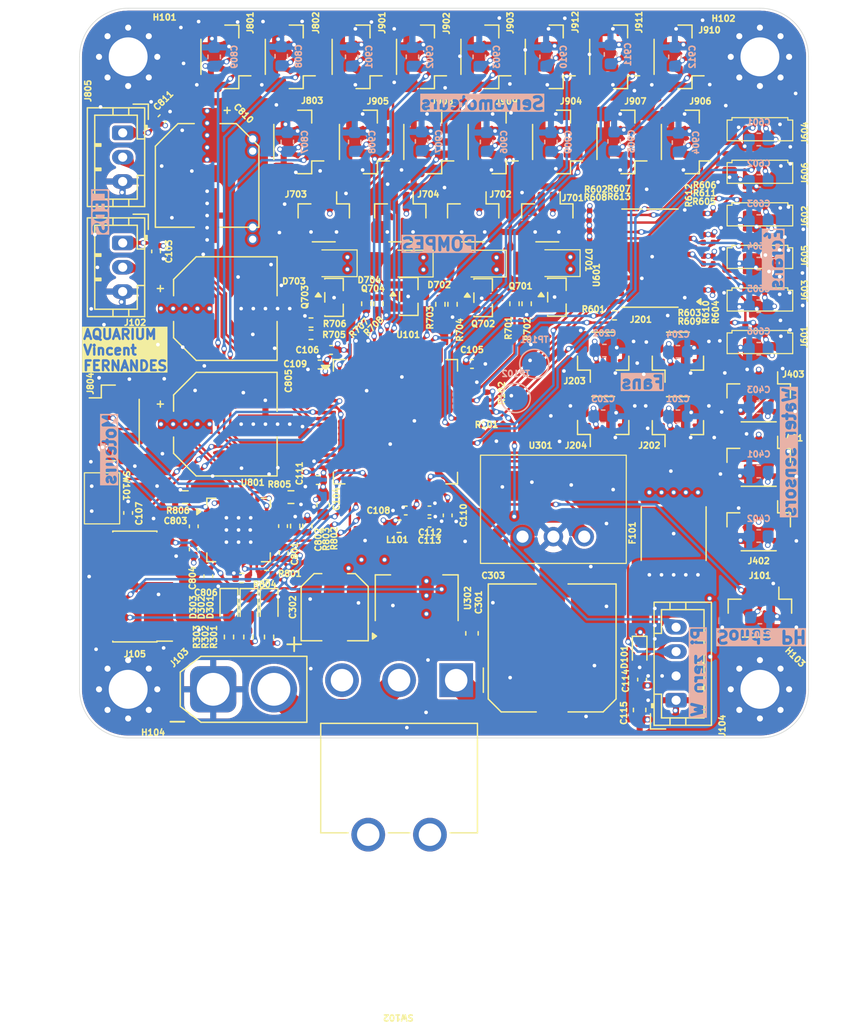
<source format=kicad_pcb>
(kicad_pcb (version 20241229) (generator "pcbnew") (generator_version "9.0")
  (layers (0 "F.Cu" signal) (4 "In1.Cu" power "In1.GND") (6 "In2.Cu" signal) (2 "B.Cu" signal) (13 "F.Paste" user) (15 "B.Paste" user) (5 "F.SilkS" user "F.Silkscreen") (7 "B.SilkS" user "B.Silkscreen") (1 "F.Mask" user) (3 "B.Mask" user) (25 "Edge.Cuts" user))
  (net 0 "")
  (net 1 "GND")
  (net 2 "+5V")
  (net 3 "+3.3V")
  (net 4 "NRST")
  (net 5 "+3.3VA")
  (net 6 "/5V_Rpi")
  (net 7 "+12V")
  (net 8 "VREF")
  (net 9 "Net-(U801-CP1)")
  (net 10 "Net-(U801-CP2)")
  (net 11 "Net-(U801-VCP)")
  (net 12 "Net-(U801-VREG)")
  (net 13 "Net-(D301-A)")
  (net 14 "Net-(D302-A)")
  (net 15 "Net-(D303-A)")
  (net 16 "Net-(D701-A)")
  (net 17 "Net-(D702-A)")
  (net 18 "Net-(D703-A)")
  (net 19 "Net-(D704-A)")
  (net 20 "Output")
  (net 21 "LED_interne_PWM")
  (net 22 "Net-(J103-Pin_2)")
  (net 23 "UART_Pi_Zero_RX")
  (net 24 "UART_Pi_Zero_TX")
  (net 26 "UART_DEBUG_RX")
  (net 29 "SWDIO")
  (net 30 "SWCLK")
  (net 31 "UART_DEBUG_TX")
  (net 34 "Water_int_2")
  (net 35 "Water_int_1")
  (net 36 "Water_int_3")
  (net 37 "SC0")
  (net 38 "SD0")
  (net 39 "SC3")
  (net 40 "SD3")
  (net 41 "SC1")
  (net 42 "SD1")
  (net 43 "SC4")
  (net 44 "SD4")
  (net 45 "SD2")
  (net 46 "SC2")
  (net 47 "SC5")
  (net 48 "SD5")
  (net 49 "food_PWM_1")
  (net 50 "food_PWM_2")
  (net 51 "food_PWM_3")
  (net 52 "OUT2B")
  (net 53 "OUT2A")
  (net 54 "OUT1B")
  (net 55 "OUT1A")
  (net 56 "LED_externe_PWM")
  (net 57 "Reverse_PWM_2")
  (net 58 "Reverse_PWM_3")
  (net 59 "Reverse_PWM_1")
  (net 60 "GEAR_PWM_5")
  (net 61 "GEAR_PWM_6")
  (net 62 "GEAR_PWM_4")
  (net 63 "GEAR_PWM_2")
  (net 64 "GEAR_PWM_3")
  (net 65 "GEAR_PWM_1")
  (net 66 "hatchway_PWM_2")
  (net 67 "hatchway_PWM_3")
  (net 68 "hatchway_PWM_1")
  (net 69 "Net-(Q701-G)")
  (net 70 "Net-(Q702-G)")
  (net 71 "Net-(Q703-G)")
  (net 72 "Net-(Q704-G)")
  (net 73 "Screen_SDA")
  (net 74 "Screen_SCL")
  (net 75 "Screen_RESET")
  (net 76 "GPIO_Pump_1")
  (net 77 "GPIO_Pump_2")
  (net 78 "GPIO_Pump_3")
  (net 79 "GPIO_Pump_4")
  (net 80 "heater_SLEEP")
  (net 81 "Net-(U801-ROSC)")
  (net 82 "Net-(U801-SENSE1)")
  (net 83 "Net-(U801-SENSE2)")
  (net 86 "heater_EN")
  (net 87 "heater_STEP")
  (net 88 "heater_DIR")
  (net 91 "heater_RESET")
  (footprint "mylib:Wurth_Vertical_4_pos_0.8mm" (layer "F.Cu") (at 207.1 80.9 90)
    (property "Reference" "J605")
    (property "Value" "Conn_01x04")
  )
  (footprint "mylib:FSV330AF" (layer "F.Cu") (at 182.218605 81 180)
    (property "Reference" "D702")
    (property "Value" "D_Schottky")
  )
  (footprint "Capacitor_SMD:C_0402_1005Metric" (layer "F.Cu") (at 169.6 98.8 180)
    (property "Reference" "C111")
    (property "Value" "100n")
  )
  (footprint "Capacitor_SMD:C_0402_1005Metric" (layer "F.Cu") (at 154 101.5 90)
    (property "Reference" "C107")
    (property "Value" "100n")
  )
  (footprint "Connector_JST:JST_SH_BM03B-SRSS-TB_1x03-1MP_P1.00mm_Vertical" (layer "F.Cu") (at 189.3 71 90)
    (property "Reference" "J904")
    (property "Value" "Conn_01x03")
  )
  (footprint "Capacitor_SMD:C_0402_1005Metric" (layer "F.Cu") (at 176.85 101.3 180)
    (property "Reference" "C108")
    (property "Value" "100n")
  )
  (footprint "Resistor_SMD:R_0402_1005Metric" (layer "F.Cu") (at 165.4 106.6 180)
    (property "Reference" "R801")
    (property "Value" "5k")
  )
  (footprint "Resistor_SMD:R_0402_1005Metric" (layer "F.Cu") (at 186.8 84.3 -90)
    (property "Reference" "R702")
    (property "Value" "10k")
  )
  (footprint "Resistor_SMD:R_0402_1005Metric" (layer "F.Cu") (at 174.6 84.3 -90)
    (property "Reference" "R708")
    (property "Value" "10k")
  )
  (footprint "Connector_AMASS:AMASS_XT30U-M_1x02_P5.0mm_Vertical" (layer "F.Cu") (at 161 116)
    (property "Reference" "J103")
    (property "Value" "Conn_01x02")
  )
  (footprint "Capacitor_SMD_Wurth:CP_Wurth_WCAP-ASLU-D8L6.5" (layer "F.Cu") (at 160.5 73.75 -90)
    (property "Reference" "C810")
    (property "Value" "D8L6.5_865090349007" (hide yes))
  )
  (footprint "Capacitor_SMD:C_Elec_10x10.2" (layer "F.Cu") (at 188.9 112.6 90)
    (property "Reference" "C303")
    (property "Value" "470u")
  )
  (footprint "Connector_JST:JST_SH_BM02B-SRSS-TB_1x02-1MP_P1.00mm_Vertical" (layer "F.Cu") (at 193.1 88.65)
    (property "Reference" "J203")
    (property "Value" "Conn_01x02")
  )
  (footprint "Capacitor_SMD_Wurth:CP_Wurth_WCAP-ASLU-D8L6.5" (layer "F.Cu") (at 162 94.2)
    (property "Reference" "C805")
    (property "Value" "D8L6.5_865090349007" (hide yes))
  )
  (footprint "Resistor_SMD:R_0402_1005Metric" (layer "F.Cu") (at 180.7 84.345713 -90)
    (property "Reference" "R704")
    (property "Value" "10k")
  )
  (footprint "Resistor_SMD:R_0402_1005Metric" (layer "F.Cu") (at 167.75 102.58 -90)
    (property "Reference" "R803")
    (property "Value" "100k")
  )
  (footprint "LED_SMD:LED_0603_1608Metric" (layer "F.Cu") (at 162.3 109.2 -90)
    (property "Reference" "D303")
    (property "Value" "RED_LED")
  )
  (footprint "Package_QFP:LQFP-64_10x10mm_P0.5mm" (layer "F.Cu") (at 176 94)
    (property "Reference" "U101")
    (property "Value" "STM32G474RETx")
  )
  (footprint "Resistor_SMD:R_0201_0603Metric" (layer "F.Cu") (at 192.3 76.65)
    (property "Reference" "R607")
    (property "Value" "4k7")
  )
  (footprint "Resistor_SMD:R_0201_0603Metric" (layer "F.Cu") (at 201.35 80.7 -90)
    (property "Reference" "R610")
    (property "Value" "4k7")
  )
  (footprint "Connector_JST:JST_SH_BM03B-SRSS-TB_1x03-1MP_P1.00mm_Vertical" (layer "F.Cu") (at 172.8 64 90)
    (property "Reference" "J901")
    (property "Value" "Conn_01x03")
  )
  (footprint "Resistor_SMD:R_0402_1005Metric" (layer "F.Cu") (at 163.35 106.85)
    (property "Reference" "R804")
    (property "Value" "25k")
  )
  (footprint "Resistor_SMD:R_0603_1608Metric" (layer "F.Cu") (at 167.4 100.2)
    (property "Reference" "R805")
    (property "Value" "100m")
  )
  (footprint "Resistor_SMD:R_0201_0603Metric" (layer "F.Cu") (at 201.35 77.2 -90)
    (property "Reference" "R612")
    (property "Value" "4k7")
  )
  (footprint "mylib:WS-TASV SMT Tact Switch 3.0 x 2.6 mm" (layer "F.Cu") (at 152.7 98.7 -90)
    (property "Reference" "SW101")
    (property "Value" "~")
  )
  (footprint "Connector_JST:JST_SH_BM03B-SRSS-TB_1x03-1MP_P1.00mm_Vertical" (layer "F.Cu") (at 199.3 64 90)
    (property "Reference" "J910")
    (property "Value" "Conn_01x03")
  )
  (footprint "Diode_SMD:D_SOD-523" (layer "F.Cu") (at 196.1 112.9 -90)
    (property "Reference" "D101")
    (property "Value" "~")
  )
  (footprint "mylib:Wurth_Vertical_4_pos_0.8mm" (layer "F.Cu") (at 207.1 77.4 90)
    (property "Reference" "J602")
    (property "Value" "Conn_01x04")
  )
  (footprint "Resistor_SMD:R_0201_0603Metric" (layer "F.Cu") (at 202.15 77.2 -90)
    (property "Reference" "R606")
    (property "Value" "4k7")
  )
  (footprint "mylib:FSV330AF" (layer "F.Cu") (at 169.946175 80.975198 180)
    (property "Reference" "D703")
    (property "Value" "D_Schottky")
  )
  (footprint "Inductor_SMD:L_0603_1608Metric" (layer "F.Cu") (at 176.3 102.6)
    (property "Reference" "L101")
    (property "Value" "39n")
  )
  (footprint "Resistor_SMD:R_0201_0603Metric" (layer "F.Cu") (at 192.3 79.05)
    (property "Reference" "R608")
    (property "Value" "4k7")
  )
  (footprint "Capacitor_SMD:C_0402_1005Metric" (layer "F.Cu") (at 182.3 89.25)
    (property "Reference" "C105")
    (property "Value" "100n")
  )
  (footprint "Resistor_SMD:R_0201_0603Metric" (layer "F.Cu") (at 192.2875 78.25)
    (property "Reference" "R602")
    (property "Value" "4k7")
  )
  (footprint "Package_DFN_QFN:QFN-28-1EP_5x5mm_P0.5mm_EP2.7x2.7mm" (layer "F.Cu") (at 163.0875 102.9)
    (property "Reference" "U801")
    (property "Value" "~")
  )
  (footprint "Resistor_SMD:R_0201_0603Metric" (layer "F.Cu") (at 183.5 93.2 180)
    (property "Reference" "R101")
    (property "Value" "4k7")
  )
  (footprint "MountingHole:MountingHole_3.2mm_M3_Pad_Via" (layer "F.Cu") (at 206 116)
    (property "Reference" "H103")
    (property "Value" "MountingHole_Pad")
  )
  (footprint "Capacitor_SMD:C_0402_1005Metric" (layer "F.Cu") (at 178.8 102.3 180)
    (property "Reference" "C113")
    (property "Value" "1u")
  )
  (footprint "Connector_JST:JST_SH_BM03B-SRSS-TB_1x03-1MP_P1.00mm_Vertical" (layer "F.Cu") (at 173.4 71 90)
    (property "Reference" "J905")
    (property "Value" "Conn_01x03")
  )
  (footprint "Connector_JST:JST_SH_BM03B-SRSS-TB_1x03-1MP_P1.00mm_Vertical" (layer "F.Cu") (at 205.9 92 180)
    (property "Reference" "J403")
    (property "Value" "Conn_01x03")
  )
  (footprint "Resistor_SMD:R_0402_1005Metric" (layer "F.Cu") (at 179.699999 84.345713 -90)
    (property "Reference" "R703")
    (property "Value" "1k")
  )
  (footprint "Connector_JST:JST_SH_BM03B-SRSS-TB_1x03-1MP_P1.00mm_Vertical" (layer "F.Cu") (at 206 109.7 180)
    (property "Reference" "J101")
    (property "Value" "Conn_01x03")
  )
  (footprint "Resistor_SMD:R_0201_0603Metric" (layer "F.Cu") (at 202.15 82.85 90)
    (property "Reference" "R609")
    (property "Value" "4k7")
  )
  (footprint "MountingHole:MountingHole_3.2mm_M3_Pad_Via" (layer "F.Cu") (at 154 116)
    (property "Reference" "H104")
    (property "Value" "MountingHole_Pad")
  )
  (footprint "Resistor_SMD:R_0402_1005Metric" (layer "F.Cu") (at 162.3 111.7 90)
    (property "Reference" "R303")
    (property "Value" "820")
  )
  (footprint "MountingHole:MountingHole_3.2mm_M3_Pad_Via" (layer "F.Cu") (at 154 64)
    (property "Reference" "H101")
    (property "Value" "MountingHole_Pad")
  )
  (footprint "Package_TO_SOT_SMD:SOT-223-3_TabPin2" (layer "F.Cu") (at 177.75 108.5 90)
    (property "Reference" "U302")
    (property "Value" "AZ1117-3.3")
  )
  (footprint "Connector_JST:JST_SH_BM03B-SRSS-TB_1x03-1MP_P1.00mm_Vertical" (layer "F.Cu") (at 184 71 90)
    (property "Reference" "J909")
    (property "Value" "Conn_01x03")
  )
  (footprint "Capacitor_SMD:C_0402_1005Metric" (layer "F.Cu") (at 166.75 102.58 90)
    (property "Reference" "C802")
    (property "Value" "100n")
  )
  (footprint "Connector_JST:JST_PH_B3B-PH-K_1x03_P2.00mm_Vertical" (layer "F.Cu") (at 153.55 79.3 -90)
    (property "Reference" "J102")
    (property "Value" "Conn_01x03")
  )
  (footprint "Connector_JST:JST_SH_BM03B-SRSS-TB_1x03-1MP_P1.00mm_Vertical" (layer "F.Cu") (at 178.7 71 90)
    (property "Reference" "J908")
    (property "Value" "Conn_01x03")
  )
  (footprint "Connector_JST:JST_SH_BM02B-SRSS-TB_1x02-1MP_P1.00mm_Vertical" (layer "F.Cu") (at 199.25 88.65)
    (property "Reference" "J201")
    (property "Value" "Conn_01x02")
  )
  (footprint "Connector_JST:JST_SH_BM02B-SRSS-TB_1x02-1MP_P1.00mm_Vertical" (layer "F.Cu") (at 199.25 93.95)
    (property "Reference" "J202")
    (property "Value" "Conn_01x02")
  )
  (footprint "Package_TO_SOT_SMD:SOT-23" (layer "F.Cu") (at 177.1 83.7)
    (property "Reference" "Q704")
    (property "Value" "NMOS")
  )
  (footprint "MountingHole:MountingHole_3.2mm_M3_Pad_Via" (layer "F.Cu") (at 206 64)
    (property "Reference" "H102")
    (property "Value" "MountingHole_Pad")
  )
  (footprint "Capacitor_SMD:C_0402_1005Metric" (layer "F.Cu") (at 156.3 80 -90)
    (property "Reference" "C103")
    (property "Value" "100n")
  )
  (footprint "Resistor_SMD:R_0402_1005Metric" (layer "F.Cu") (at 194.0375 85.25)
    (property "Reference" "R601")
    (property "Value" "10k")
  )
  (footprint "Resistor_SMD:R_0201_0603Metric" (layer "F.Cu") (at 202.15 80.7 -90)
    (property "Reference" "R604")
    (property "Value" "4k7")
  )
  (footprint "Connector_JST:JST_SH_BM03B-SRSS-TB_1x03-1MP_P1.00mm_Vertical" (layer "F.Cu") (at 194 64 90)
    (property "Reference" "J911")
    (property "Value" "Conn_01x03")
  )
  (footprint "Package_TO_SOT_SMD:SOT-23" (layer "F.Cu") (at 183.218605 83.8)
    (property "Reference" "Q702")
    (property "Value" "NMOS")
  )
  (footprint "Capacitor_SMD:C_Elec_5x5.4" (layer "F.Cu") (at 171 109.25 -90)
    (property "Reference" "C302")
    (property "Value" "22u")
  )
  (footprint "Fuse:Fuse_2920_7451Metric" (layer "F.Cu") (at 198.9 103.2 90)
    (property "Reference" "F101")
    (property "Value" "1A")
  )
  (footprint "mylib:Wurth_Vertical_4_pos_0.8mm" (layer "F.Cu") (at 207.1 84.4 90)
    (property "Reference" "J603")
    (property "Value" "Conn_01x04")
  )
  (footprint "Resistor_SMD:R_0603_1608Metric" (layer "F.Cu") (at 158.7 100.2 180)
    (property "Reference" "R806")
    (property "Value" "100m")
  )
  (footprint "Connector_JST:JST_SH_BM03B-SRSS-TB_1x03-1MP_P1.00mm_Vertical" (layer "F.Cu") (at 167.3 64 90)
    (property "Reference" "J802")
    (property "Value" "Conn_01x03")
  )
  (footprint "mylib:FSV330AF" (layer "F.Cu") (at 188.3 80.962296 180)
    (property "Reference" "D701")
    (property "Value" "D_Schottky")
  )
  (footprint "Connector_JST:JST_SH_BM03B-SRSS-TB_1x03-1MP_P1.00mm_Vertical" (layer "F.Cu") (at 205.9 102.6 180)
    (property "Reference" "J402")
    (property "Value" "Conn_01x03")
  )
  (footprint "Capacitor_SMD:C_0402_1005Metric" (layer "F.Cu") (at 178.8 101.3)
    (property "Reference" "C112")
    (property "Value" "10n")
  )
  (footprint "Connector_JST:JST_SH_BM03B-SRSS-TB_1x03-1MP_P1.00mm_Vertical" (layer "F.Cu") (at 178.1 64 90)
    (property "Reference" "J902")
    (property "Value" "Conn_01x03")
  )
  (footprint "mylib:SW_Wurth_WS-TOTV_472123020421" (layer "F.Cu") (at 181 115.25 180)
    (property "Reference" "SW102")
    (property "Value" "SW_SPDT" (hide yes))
  )
  (footprint "Resistor_SMD:R_0201_0603Metric" (layer "F.Cu") (at 202.15 78.95 -90)
    (property "Reference" "R605")
    (property "Value" "4k7")
  )
  (footprint "Capacitor_SMD:C_0402_1005Metric" (layer "F.Cu") (at 180.3 101.7 -90)
    (property "Reference" "C110")
    (property "Value" "100n")
  )
  (footprint "Capacitor_SMD:C_0402_1005Metric" (layer "F.Cu") (at 156.8 69.1 45)
    (property "Reference" "C811")
    (property "Value" "100n")
  )
  (footprint "Library:173010542" (layer "F.Cu") (at 189 103.45)
    (property "Reference" "U301")
    (property "Value" "173010578")
  )
  (footprint "Capacitor_SMD:C_0402_1005Metric" (layer "F.Cu") (at 166.8 104.8 90)
    (property "Reference" "C801")
    (property "Value" "220n")
  )
  (footprint "Package_SO:TSSOP-24_4.4x7.8mm_P0.65mm" (layer "F.Cu") (at 196.95 80.55 180)
    (property "Reference" "U601")
    (property "Value" "~")
  )
  (footprint "Capacitor_SMD:C_0402_1005Metric" (layer "F.Cu") (at 169.75 89.3 180)
    (property "Reference" "C109")
    (property "Value" "100n")
  )
  (footprint "Capacitor_SMD:C_0402_1005Metric" (layer "F.Cu") (at 196.3 115.2 -90)
    (property "Reference" "C114")
    (property "Value" "100n")
  )
  (footprint "Resistor_SMD:R_0201_0603Metric" (layer "F.Cu") (at 201.35 78.95 -90)
    (property "Reference" "R611")
    (property "Value" "4k7")
  )
  (footprint "Connector_JST:JST_SH_BM02B-SRSS-TB_1x02-1MP_P1.00mm_Vertical" (layer "F.Cu") (at 193.1 93.94)
    (property "Reference" "J204")
    (property "Value" "Conn_01x02")
  )
  (footprint "Resistor_SMD:R_0201_0603Metric" (layer "F.Cu") (at 192.25 77.45)
    (property "Reference" "R613")
    (property "Value" "4k7")
  )
  (footprint "Connector_JST:JST_SH_BM02B-SRSS-TB_1x02-1MP_P1.00mm_Vertical" (layer "F.Cu") (at 182.4 77.2 180)
    (property "Reference" "J702")
    (property "Value" "Conn_01x02")
  )
  (footprint "Connector_PinHeader_1.27mm:PinHeader_2x07_P1.27mm_Vertical_SMD" (layer "F.Cu") (at 154.55 107.55 180)
    (property "Reference" "J105")
    (property "Value" "Conn_ST_STDC14")
  )
  (footprint "Capacitor_SMD_Wurth:CP_Wurth_WCAP-ASLU-D8L6.5" (layer "F.Cu") (at 162 84.7)
    (property "Reference" "C102")
    (property "Value" "D8L6.5_865090349007" (hide yes))
  )
  (footprint "mylib:Wurth_Vertical_4_pos_0.8mm" (layer "F.Cu") (at 207.1 70.400001 90)
    (property "Reference" "J604")
    (property "Value" "Conn_01x04")
  )
  (footprint "Connector_JST:JST_SH_BM03B-SRSS-TB_1x03-1MP_P1.00mm_Vertical" (layer "F.Cu") (at 183.4 64 90)
    (property "Reference" "J903")
    (property "Value" "Conn_01x03")
  )
  (footprint "mylib:FSV330AF" (layer "F.Cu") (at 176.2 81 180)
    (property "Reference" "D704")
    (property "Value" "D_Schottky")
  )
  (footprint "Capacitor_SMD:C_0402_1005Metric" (layer "F.Cu") (at 159.4 102.6 -90)
    (property "Reference" "C803")
    (property "Value" "100n")
  )
  (footprint "Connector_JST:JST_SH_BM02B-SRSS-TB_1x02-1MP_P1.00mm_Vertical" (layer "F.Cu") (at 176.4 77.2 180)
    (property "Reference" "J704")
    (property "Value" "Conn_01x02")
  )
  (footprint "Resistor_SMD:R_0402_1005Metric" (layer "F.Cu") (at 185.800001 84.300001 -90)
    (property "Reference" "R701")
    (property "Value" "1k")
  )
  (footprint "Connector_JST:JST_SH_BM03B-SRSS-TB_1x03-1MP_P1.00mm_Vertical" (layer "F.Cu") (at 194.6 71 90)
    (property "Reference" "J907")
    (property "Value" "Conn_01x03")
  )
  (footprint "Capacitor_SMD:C_0402_1005Metric" (layer "F.Cu") (at 159.4 104.5 90)
    (property "Reference" "C804")
    (property "Value" "100n")
  )
  (footprint "Connector_JST:JST_SH_BM03B-SRSS-TB_1x03-1MP_P1.00mm_Vertical" (layer "F.Cu") (at 199.9 71 90)
    (property "Reference" "J906")
    (property "Value" "Conn_01x03")
  )
  (footprint "Resistor_SMD:R_0402_1005Metric" (layer "F.Cu") (at 169.05 86.85 180)
    (property "Reference" "R705")
    (property "Value" "1k")
  )
  (footprint "Connector_JST:JST_SH_BM03B-SRSS-TB_1x03-1MP_P1.00mm_Vertical" (layer "F.Cu") (at 168 71 90)
    (property "Reference" "J803")
    (property "Value" "Conn_01x03")
  )
  (footprint "Connector_JST:JST_SH_BM03B-SRSS-TB_1x03-1MP_P1.00mm_Vertical" (layer "F.Cu") (at 162 64 90)
    (property "Reference" "J801")
    (property "Value" "Conn_01x03")
  )
  (footprint "mylib:Wurth_Vertical_4_pos_0.8mm" (layer "F.Cu") (at 207.1 87.9 90)
    (property "Reference" "J601")
    (property "Value" "Conn_01x04")
  )
  (footprint "Connector_JST:JST_SH_BM02B-SRSS-TB_1x02-1MP_P1.00mm_Vertical" (layer "F.Cu") (at 188.5 77.2 180)
    (property "Reference" "J701")
    (property "Value" "Conn_01x02")
  )
  (footprint "Connector_JST:JST_SH_BM03B-SRSS-TB_1x03-1MP_P1.00mm_Vertical" (layer "F.Cu") (at 205.9 97.3 180)
    (property "Reference" "J401")
    (property "Value" "Conn_01x03")
  )
  (footprint "Connector_JST:JST_PH_B3B-PH-K_1x03_P2.00mm_Vertical" (layer "F.Cu") (at 153.55 70.250001 -90)
    (property "Reference" "J805")
    (property "Value" "Conn_01x03")
  )
  (footprint "Resistor_SMD:R_0402_1005Metric" (layer "F.Cu") (at 169.05 85.85 180)
    (property "Reference" "R706")
    (property "Value" "10k")
  )
  (footprint "mylib:Wurth_Vertical_4_pos_0.8mm" (layer "F.Cu") (at 207.1 73.9 90)
    (property "Reference" "J606")
    (property "Value" "Conn_01x04")
  )
  (footprint "Capacitor_SMD:C_0603_1608Metric" (layer "F.Cu") (at 170.05 100.85 -90)
    (property "Reference" "C104")
    (property "Value" "4u7")
  )
  (footprint "Capacitor_SMD:C_0603_1608Metric" (layer "F.Cu") (at 182.3 111.4 90)
    (property "Reference" "C301")
    (property "Value" "10u")
  )
  (footprint "Resistor_SMD:R_0402_1005Metric" (layer "F.Cu") (at 165.599999 111.7 90)
    (property "Reference" "R301")
    (property "Value" "5k1")
  )
  (footprint "Capacitor_SMD:C_0402_1005Metric" (layer "F.Cu") (at 160.6 106.7 -90)
    (property "Reference" "C806")
    (property "Value" "220n")
  )
  (footprint "Connector_JST:JST_PH_B4B-PH-K_1x04_P2.00mm_Vertical" (layer "F.Cu") (at 199.1 116.9 90)
    (property "Reference" "J104")
    (property "Value" "Conn_01x04")
  )
  (footprint "LED_SMD:LED_0603_1608Metric" (layer "F.Cu") (at 163.94814 109.204376 -90)
    (property "Reference" "D302")
    (property "Value" "RED_LED")
  )
  (footprint "Connector_JST:JST_SH_BM03B-SRSS-TB_1x03-1MP_P1.00mm_Vertical" (layer "F.Cu") (at 188.7 64 90)
    (property "Reference" "J912")
    (property "Value" "Conn_01x03")
  )
  (footprint "Resistor_SMD:R_0402_1005Metric" (layer "F.Cu") (at 173.599999 84.3 -90)
    (property "Reference" "R707")
    (property "Value" "1k")
  )
  (footprint "LED_SMD:LED_0603_1608Metric" (layer "F.Cu") (at 165.599999 109.2 -90)
    (property "Reference" "D301")
    (property "Value" "RED_LED")
  )
  (footprint "Capacitor_SMD:C_0402_1005Metric" (layer "F.Cu") (at 170.7 88.1 180)
    (property "Reference" "C106")
    (property "Value" "1u")
  )
  (footprint "Resistor_SMD:R_0402_1005Metric" (layer "F.Cu") (at 163.9 111.7 90)
    (property "Reference" "R302")
    (property "Value" "1k6")
  )
  (footprint "Resistor_SMD:R_0201_0603Metric" (layer "F.Cu") (at 201.35 82.85 90)
    (property "Reference" "R603")
    (property "Value" "4k7")
  )
  (footprint "Connector_JST:JST_SH_BM04B-SRSS-TB_1x04-1MP_P1.00mm_Vertical" (layer "F.Cu") (at 152.9 94.1 -90)
    (property "Reference" "J804")
    (property "Value" "Conn_01x04")
  )
  (footprint "Capacitor_SMD:C_0603_1608Metric" (layer "F.Cu") (at 196.1 117.7 -90)
    (property "Reference" "C115")
    (property "Value" "10u")
  )
  (footprint "Connector_JST:JST_SH_BM02B-SRSS-TB_1x02-1MP_P1.00mm_Vertical" (layer "F.Cu") (at 170.1 77.2 180)
    (property "Reference" "J703")
    (property "Value" "Conn_01x02")
  )
  (footprint "Package_TO_SOT_SMD:SOT-23" (layer "F.Cu") (at 170.946175 83.775198)
    (property "Reference" "Q703")
    (property "Value" "NMOS")
  )
  (footprint "Resistor_SMD:R_0201_0603Metric" (layer "F.Cu") (at 183.5 91.9 -90)
    (property "Reference" "R102")
    (property "Value" "4k7")
  )
  (footprint "Resistor_SMD:R_0402_1005Metric" (layer "F.Cu") (at 168.75 102.58 -90)
    (property "Reference" "R802")
    (property "Value" "1k")
  )
  (footprint "Package_TO_SOT_SMD:SOT-23" (layer "F.Cu") (at 189.291107 83.762296)
    (property "Reference" "Q701")
    (property "Value" "NMOS")
  )
  (footprint "Capacitor_SMD:C_0603_1608Metric" (layer "B.Cu") (at 193.2 88.15 180)
    (property "Reference" "C202")
    (property "Value" "1u")
  )
  (footprint "Capacitor_SMD:C_0603_1608Metric" (layer "B.Cu") (at 205.9 84.5 180)
    (property "Reference" "C605")
    (property "Value" "1u")
  )
  (footprint "Capacitor_SMD:C_0603_1608Metric" (layer "B.Cu") (at 182.9 64 90)
    (property "Reference" "C903")
    (property "Value" "1u")
  )
  (footprint "Capacitor_SMD:C_0603_1608Metric" (layer "B.Cu") (at 205.9 92.8 180)
    (property "Reference" "C403")
    (property "Value" "1u")
  )
  (footprint "Capacitor_SMD:C_0603_1608Metric" (layer "B.Cu") (at 205.9 98.1 180)
    (property "Reference" "C401")
    (property "Value" "1u")
  )
  (footprint "Capacitor_SMD:C_0603_1608Metric" (layer "B.Cu") (at 205.9 74.2 180)
    (property "Reference" "C602")
    (property "Value" "1u")
  )
  (footprint "Capacitor_SMD:C_0603_1608Metric" (layer "B.Cu") (at 205.9 88 180)
    (property "Reference" "C606")
    (property "Value" "1u")
  )
  (footprint "Capacitor_SMD:C_0603_1608Metric" (layer "B.Cu") (at 193.7 63.8 90)
    (property "Reference" "C911")
    (property "Value" "1u")
  )
  (footprint "Capacitor_SMD:C_0603_1608Metric" (layer "B.Cu") (at 194 70.95 90)
    (property "Reference" "C905")
    (property "Value" "1u")
  )
  (footprint "Capacitor_SMD:C_0603_1608Metric" (layer "B.Cu") (at 205.9 81 180)
    (property "Reference" "C604")
    (property "Value" "1u")
  )
  (footprint "Capacitor_SMD:C_0603_1608Metric" (layer "B.Cu") (at 199.3 71.05 90)
    (property "Reference" "C904")
    (property "Value" "1u")
  )
  (footprint "Capacitor_SMD:C_0603_1608Metric" (layer "B.Cu") (at 199.25 88.25 180)
    (property "Reference" "C204")
    (property "Value" "1u")
  )
  (footprint "Capacitor_SMD:C_0603_1608Metric" (layer "B.Cu") (at 167.1 71 90)
    (property "Reference" "C807")
    (property "Value" "1u")
  )
  (footprint "TestPoint:TestPoint_Pad_D2.0mm" (layer "B.Cu") (at 187.43 89.25 180)
    (property "Reference" "TP101")
    (property "Value" "TestPoint")
  )
  (footprint "Capacitor_SMD:C_0603_1608Metric" (layer "B.Cu") (at 161.08 64 90)
    (property "Reference" "C809")
    (property "Value" "1u")
  )
  (footprint "Capacitor_SMD:C_0603_1608Metric" (layer "B.Cu") (at 177.4 64 90)
    (property "Reference" "C902")
    (property "Value" "1u")
  )
  (footprint "Capacitor_SMD:C_0603_1608Metric" (layer "B.Cu") (at 188.4 64 90)
    (property "Reference" "C910")
    (property "Value" "1u")
  )
  (footprint "Capacitor_SMD:C_0603_1608Metric" (layer "B.Cu") (at 205.9 70.8 180)
    (property "Reference" "C601")
    (property "Value" "1u")
  )
  (footprint "Capacitor_SMD:C_0603_1608Metric" (layer "B.Cu") (at 205.9 103.4 180)
    (property "Reference" "C402")
    (property "Value" "1u")
  )
  (footprint "Capacitor_SMD:C_0603_1608Metric" (layer "B.Cu") (at 199.25 93.55 180)
    (property "Reference" "C201")
    (property "Value" "1u")
  )
  (footprint "Capacitor_SMD:C_0603_1608Metric" (layer "B.Cu") (at 166.6 63.95 90)
    (property "Reference" "C808")
    (property "Value" "1u")
  )
  (footprint "Capacitor_SMD:C_0603_1608Metric" (layer "B.Cu") (at 206 110.1)
    (property "Reference" "C101")
    (property "Value" "1u")
  )
  (footprint "Capacitor_SMD:C_0603_1608Metric" (layer "B.Cu") (at 183.5 71 90)
    (property "Reference" "C906")
    (property "Value" "1u")
  )
  (footprint "Capacitor_SMD:C_0603_1608Metric" (layer "B.Cu") (at 193.1 93.55 180)
    (property "Reference" "C203")
    (property "Value" "1u")
  )
  (footprint "Capacitor_SMD:C_0603_1608Metric" (layer "B.Cu") (at 188.8 71 90)
    (property "Reference" "C909")
    (property "Value" "1u")
  )
  (footprint "Capacitor_SMD:C_0603_1608Metric" (layer "B.Cu") (at 178.15 70.95 90)
    (property "Reference" "C907")
    (property "Value" "1u")
  )
  (footprint "Capacitor_SMD:C_0603_1608Metric" (layer "B.Cu") (at 199 64 90)
    (property "Reference" "C912")
    (property "Value" "1u")
  )
  (footprint "TestPoint:TestPoint_Pad_D2.0mm" (layer "B.Cu") (at 185.9 92.05 180)
    (property "Reference" "TP102")
    (property "Value" "TestPoint")
  )
  (footprint "Capacitor_SMD:C_0603_1608Metric" (layer "B.Cu") (at 205.9 77.5 180)
    (property "Reference" "C603")
    (property "Value" "1u")
  )
  (footprint "Capacitor_SMD:C_0603_1608Metric" (layer "B.Cu") (at 172.4 64 90)
    (property "Reference" "C901")
    (property "Value" "1u")
  )
  (footprint "Capacitor_SMD:C_0603_1608Metric" (layer "B.Cu") (at 172.65 71 90)
    (property "Reference" "C908")
    (property "Value" "1u")
  )
  (gr_line (start 206 120) (end 196 120) (stroke (width 0.05)) (layer "Edge.Cuts"))
  (gr_arc (start 154 120) (mid 151.171573 118.828427) (end 150 116) (stroke (width 0.05)) (layer "Edge.Cuts"))
  (gr_line (start 196 120) (end 186 120) (stroke (width 0.05)) (layer "Edge.Cuts"))
  (gr_line (start 206 60) (end 154 60) (stroke (width 0.05)) (layer "Edge.Cuts"))
  (gr_line (start 154 120) (end 186 120) (stroke (width 0.05)) (layer "Edge.Cuts"))
  (gr_line (start 210 116) (end 210 64) (stroke (width 0.05)) (layer "Edge.Cuts"))
  (gr_arc (start 210 116) (mid 208.828427 118.828427) (end 206 120) (stroke (width 0.05)) (layer "Edge.Cuts"))
  (gr_line (start 150 74) (end 150 116) (stroke (width 0.05)) (layer "Edge.Cuts"))
  (gr_arc (start 150 64) (mid 151.171573 61.171573) (end 154 60) (stroke (width 0.05)) (layer "Edge.Cuts"))
  (gr_line (start 150 64) (end 150 74) (stroke (width 0.05)) (layer "Edge.Cuts"))
  (gr_arc (start 206 60) (mid 208.828427 61.171573) (end 210 64) (stroke (width 0.05)) (layer "Edge.Cuts"))
  (gr_text "AQUARIUM\nVincent\nFERNANDES" (at 150.2 89.87 0) (layer "F.SilkS" knockout) (effects (font (size 0.8 0.8) (thickness 0.2) (bold yes)) (justify left bottom)))
  (gr_text "POMPES" (at 182.77 80.01 0) (layer "B.SilkS" knockout) (effects (font (size 1 1) (thickness 0.25) (bold yes)) (justify left bottom mirror)))
  (gr_text "Fans" (at 198.24 91.37 0) (layer "B.SilkS" knockout) (effects (font (size 1 1) (thickness 0.25) (bold yes)) (justify left bottom mirror)))
  (gr_text "Écrans" (at 207.92 77.97 90) (layer "B.SilkS" knockout) (effects (font (size 1 1) (thickness 0.25) (bold yes)) (justify left bottom mirror)))
  (gr_text "Sonde PH" (at 202.29 111.08 180) (layer "B.SilkS" knockout) (effects (font (size 1 1) (thickness 0.25) (bold yes)) (justify left bottom mirror)))
  (gr_text "Moteurs" (at 153.07 93.2 90) (layer "B.SilkS" knockout) (effects (font (size 1 1) (thickness 0.25) (bold yes)) (justify left bottom mirror)))
  (gr_text "Pi zero W" (at 201.52 110.74 90) (layer "B.SilkS" knockout) (effects (font (size 1 1) (thickness 0.25) (bold yes)) (justify left bottom mirror)))
  (gr_text "Water sensors" (at 209.02 91.07 90) (layer "B.SilkS" knockout) (effects (font (size 1 1) (thickness 0.25) (bold yes)) (justify left bottom mirror)))
  (gr_text "Servomoteurs" (at 188.36 68.41 0) (layer "B.SilkS" knockout) (effects (font (size 1 1) (thickness 0.25) (bold yes)) (justify left bottom mirror)))
  (gr_text "LEDS" (at 152.33 74.73 90) (layer "B.SilkS" knockout) (effects (font (size 1 1) (thickness 0.25) (bold yes)) (justify left bottom mirror)))
  (segment (start 204.9 95.975) (end 204.9 95) (width 0.2) (layer "F.Cu") (net 1))
  (segment (start 189.7 70) (end 189.6 70.1) (width 0.2) (layer "F.Cu") (net 1))
  (segment (start 207.625 83.525) (end 208.499999 84.4) (width 0.2) (layer "F.Cu") (net 1))
  (segment (start 204.2 73.9) (end 203.500001 73.9) (width 0.2) (layer "F.Cu") (net 1))
  (segment (start 168.3 78.4) (end 169.05 78.4) (width 0.2) (layer "F.Cu") (net 1))
  (segment (start 166.8 105.28) (end 166.8 105.55) (width 0.2) (layer "F.Cu") (net 1))
  (segment (start 208.499999 77.249999) (end 207.675 76.425) (width 0.2) (layer "F.Cu") (net 1))
  (segment (start 203.500001 80.9) (end 203.500001 80.300001) (width 0.2) (layer "F.Cu") (net 1))
  (segment (start 208.499999 80.9) (end 208.499999 80.749999) (width 0.2) (layer "F.Cu") (net 1))
  (segment (start 204.35 77.4) (end 203.500001 77.4) (width 0.2) (layer "F.Cu") (net 1))
  (segment (start 179 70) (end 178.9 70.1) (width 0.2) (layer "F.Cu") (net 1))
  (segment (start 195.325 63) (end 194.4 63) (width 0.2) (layer "F.Cu") (net 1))
  (segment (start 208.499999 73.9) (end 208.5 72.8) (width 0.2) (layer "F.Cu") (net 1))
  (segment (start 208.499999 87.9) (end 208.499999 87.749999) (width 0.2) (layer "F.Cu") (net 1))
  (segment (start 194.1625 93.2625) (end 194.685 92.74) (width 0.2) (layer "F.Cu") (net 1))
  (segment (start 203.600001 81) (end 203.500001 80.9) (width 0.2) (layer "F.Cu") (net 1))
  (segment (start 174.125 63) (end 173.2 63) (width 0.2) (layer "F.Cu") (net 1))
  (segment (start 151.3 102.15) (end 151 101.85) (width 0.2) (layer "F.Cu") (net 1))
  (segment (start 192.799999 61.7) (end 193.9 61.7) (width 0.2) (layer "F.Cu") (net 1))
  (segment (start 203.650001 103.75) (end 203.6 103.800001) (width 0.2) (layer "F.Cu") (net 1))
  (segment (start 203.05 83.4) (end 203.05 83.949999) (width 0.2) (layer "F.Cu") (net 1))
  (segment (start 190.228608 83.762296) (end 189.112296 83.762296) (width 0.2) (layer "F.Cu") (net 1))
  (segment (start 203.6 93.200001) (end 202.85 93.2) (width 0.2) (layer "F.Cu") (net 1))
  (segment (start 200.575 87.925) (end 201.05 87.45) (width 0.2) (layer "F.Cu") (net 1))
  (segment (start 163.325 63) (end 162.45 63) (width 0.2) (layer "F.Cu") (net 1))
  (segment (start 207 108.375) (end 207 109.600001) (width 0.2) (layer "F.Cu") (net 1))
  (segment (start 160.4 61.7) (end 159.8 61.1) (width 0.2) (layer "F.Cu") (net 1))
  (segment (start 203.25 87.9) (end 202.7 87.35) (width 0.2) (layer "F.Cu") (net 1))
  (segment (start 199.8125 76.5875) (end 199.8125 76.975) (width 0.2) (layer "F.Cu") (net 1))
  (segment (start 200.825 92.75) (end 201.05 92.75) (width 0.2) (layer "F.Cu") (net 1))
  (segment (start 166.75 102.1) (end 167.720001 102.1) (width 0.2) (layer "F.Cu") (net 1))
  (segment (start 162.45 63) (end 162.3 63.15) (width 0.2) (layer "F.Cu") (net 1))
  (segment (start 169.298415 101.006342) (end 169.431342 101.006342) (width 0.2) (layer "F.Cu") (net 1))
  (segment (start 179.8 102.18) (end 179.4 102.18) (width 0.2) (layer "F.Cu") (net 1))
  (segment (start 193.399999 68.7) (end 194.5 68.7) (width 0.2) (layer "F.Cu") (net 1))
  (segment (start 191.25 86.75) (end 191.3 86.8) (width 0.2) (layer "F.Cu") (net 1))
  (segment (start 207.625 79.875) (end 207.2 79.45) (width 0.2) (layer "F.Cu") (net 1))
  (segment (start 166.099999 61.7) (end 165.7 61.7) (width 0.2) (layer "F.Cu") (net 1))
  (segment (start 193.6 89.975) (end 194.075 89.975) (width 0.2) (layer "F.Cu") (net 1))
  (segment (start 196.65 92.75) (end 196.6 92.7) (width 0.2) (layer "F.Cu") (net 1))
  (segment (start 160.775 102.4) (end 162.5875 102.4) (width 0.2) (layer "F.Cu") (net 1))
  (segment (start 207 108.375) (end 207 107.4) (width 0.2) (layer "F.Cu") (net 1))
  (segment (start 196.3 115.68) (end 196.73 115.68) (width 0.2) (layer "F.Cu") (net 1))
  (segment (start 177.25 100.42) (end 177.25 99.675) (width 0.2) (layer "F.Cu") (net 1))
  (segment (start 201.75 92.75) (end 201.8 92.7) (width 0.2) (layer "F.Cu") (net 1))
  (segment (start 174.809999 84.809999) (end 174.6 84.809999) (width 0.2) (layer "F.Cu") (net 1))
  (segment (start 160.6 107.18) (end 161.067501 107.18) (width 0.2) (layer "F.Cu") (net 1))
  (segment (start 168.225 100.8) (end 168.225 100.2) (width 0.2) (layer "F.Cu") (net 1))
  (segment (start 207.675 76.425) (end 207.2 75.95) (width 0.2) (layer "F.Cu") (net 1))
  (segment (start 176.1 66.3) (end 175.9 66.1) (width 0.2) (layer "F.Cu") (net 1))
  (segment (start 180.025 70) (end 179 70) (width 0.2) (layer "F.Cu") (net 1))
  (segment (start 199.75 89.975) (end 200.275 89.975) (width 0.2) (layer "F.Cu") (net 1))
  (segment (start 166.8 105.55) (end 167.2 105.95) (width 0.2) (layer "F.Cu") (net 1))
  (segment (start 186.8 84.809999) (end 186.8 85.2) (width 0.2) (layer "F.Cu") (net 1))
  (segment (start 187.499999 61.7) (end 188.6 61.7) (width 0.2) (layer "F.Cu") (net 1))
  (segment (start 167.8 73.5) (end 167.7 73.5) (width 0.2) (layer "F.Cu") (net 1))
  (segment (start 207.2 83.100001) (end 207.625 83.525) (width 0.2) (layer "F.Cu") (net 1))
  (segment (start 189.1 73.3) (end 189.2 73.2) (width 0.2) (layer "F.Cu") (net 1))
  (segment (start 168.585 99.335) (end 169.12 98.8) (width 0.2) (layer "F.Cu") (net 1))
  (segment (start 169.431342 101.006342) (end 170.05 101.625) (width 0.2) (layer "F.Cu") (net 1))
  (segment (start 154 101.02) (end 154 100.55) (width 0.2) (layer "F.Cu") (net 1))
  (segment (start 207.725 86.975) (end 207.2 86.45) (width 0.2) (layer "F.Cu") (net 1))
  (segment (start 174.725 70) (end 173.8 70) (width 0.2) (layer "F.Cu") (net 1))
  (segment (start 190.625 70) (end 189.7 70) (width 0.2) (layer "F.Cu") (net 1))
  (segment (start 180.98 102.18) (end 181 102.2) (width 0.2) (layer "F.Cu") (net 1))
  (segment (start 169.27 89.05) (end 169.685 88.635) (width 0.2) (layer "F.Cu") (net 1))
  (segment (start 203.05 83.949999) (end 203.500001 84.4) (width 0.2) (layer "F.Cu") (net 1))
  (segment (start 203.500001 73.9) (end 202.95 73.9) (width 0.2) (layer "F.Cu") (net 1))
  (segment (start 207.399999 110) (end 208.3 110.900001) (width 0.2) (layer "F.Cu") (net 1))
  (segment (start 204.4 103.75) (end 203.650001 103.75) (width 0.2) (layer "F.Cu") (net 1))
  (segment (start 204.425 101.275) (end 204.25 101.1) (width 0.2) (layer "F.Cu") (net 1))
  (segment (start 150.999999 98.7) (end 151 99.3) (width 0.2) (layer "F.Cu") (net 1))
  (segment (start 198.699999 73.3) (end 199.7 73.3) (width 0.2) (layer "F.Cu") (net 1))
  (segment (start 193.6 95.265) (end 194.065 95.265) (width 0.2) (layer "F.Cu") (net 1))
  (segment (start 196.1 112.2) (end 196.1 111.35) (width 0.2) (layer "F.Cu") (net 1))
  (segment (start 160.799999 61.7) (end 160.4 61.7) (width 0.2) (layer "F.Cu") (net 1))
  (segment (start 200.275 95.275) (end 200.3 95.3) (width 0.2) (layer "F.Cu") (net 1))
  (segment (start 169.325 70) (end 168.05 70) (width 0.2) (layer "F.Cu") (net 1))
  (segment (start 208.499999 77.4) (end 208.499999 76.499999) (width 0.2) (layer "F.Cu") (net 1))
  (segment (start 179.4 102.18) (end 179.28 102.3) (width 0.2) (layer "F.Cu") (net 1))
  (segment (start 165.4 102.9) (end 164.05 102.9) (width 0.2) (layer "F.Cu") (net 1))
  (segment (start 207 109.600001) (end 207.399999 110) (width 0.2) (layer "F.Cu") (net 1))
  (segment (start 166.799999 68.549999) (end 166.2 67.95) (width 0.2) (layer "F.Cu") (net 1))
  (segment (start 184.156106 83.8) (end 183.15 83.8) (width 0.2) (layer "F.Cu") (net 1))
  (segment (start 151.7 102.15) (end 151.3 102.15) (width 0.2) (layer "F.Cu") (net 1))
  (segment (start 162.7 106.45) (end 162.7 106.8) (width 0.2) (layer "F.Cu") (net 1))
  (segment (start 202.950001 98.500001) (end 202.75 98.3) (width 0.2) (layer "F.Cu") (net 1))
  (segment (start 178.2 78.4) (end 177.45 78.4) (width 0.2) (layer "F.Cu") (net 1))
  (segment (start 182.78 89.25) (end 183.4 89.25) (width 0.2) (layer "F.Cu") (net 1))
  (segment (start 165.7 61.7) (end 165.1 61.1) (width 0.2) (layer "F.Cu") (net 1))
  (segment (start 170.325 97.25) (end 169.3 97.25) (width 0.2) (layer "F.Cu") (net 1))
  (segment (start 169.27 89.3) (end 169.2 89.3) (width 0.2) (layer "F.Cu") (net 1))
  (segment (start 175.33 78.4) (end 174.6 78.4) (width 0.2) (layer "F.Cu") (net 1))
  (segment (start 182.799999 73.3) (end 183.9 73.3) (width 0.2) (layer "F.Cu") (net 1))
  (segment (start 200.3375 93.2375) (end 200.825 92.75) (width 0.2) (layer "F.Cu") (net 1))
  (segment (start 208.2 98.500001) (end 209 98.5) (width 0.2) (layer "F.Cu") (net 1))
  (segment (start 203.7 110.900001) (end 202.9 110.9) (width 0.2) (layer "F.Cu") (net 1))
  (segment (start 201.75 87.45) (end 201.8 87.4) (width 0.2) (layer "F.Cu") (net 1))
  (segment (start 208.2 93.200001) (end 208.849999 93.200001) (width 0.2) (layer "F.Cu") (net 1))
  (segment (start 201.05 87.45) (end 201.75 87.45) (width 0.2) (layer "F.Cu") (net 1))
  (segment (start 199.8125 83.8) (end 199.8125 83.475) (width 0.2) (layer "F.Cu") (net 1))
  (segment (start 199.1 116.9) (end 199.1 117.691577) (width 0.2) (layer "F.Cu") (net 1))
  (segment (start 161.418751 107.531249) (end 162.3 108.412499) (width 0.2) (layer "F.Cu") (net 1))
  (segment (start 156.5 105.01) (end 157.91 105.01) (width 0.2) (layer "F.Cu") (net 1))
  (segment (start 203.500001 87.9) (end 203.25 87.9) (width 0.2) (layer "F.Cu") (net 1))
  (segment (start 201.225 70) (end 200.3 70) (width 0.2) (layer "F.Cu") (net 1))
  (segment (start 207.649999 69.550001) (end 208.499999 70.400001) (width 0.2) (layer "F.Cu") (net 1))
  (segment (start 157.875 100.025) (end 157.875 100.2) (width 0.2) (layer "F.Cu") (net 1))
  (segment (start 203.6 98.500001) (end 202.950001 98.500001) (width 0.2) (layer "F.Cu") (net 1))
  (segment (start 200.275 89.975) (end 200.3 90) (width 0.2) (layer "F.Cu") (net 1))
  (segment (start 185.325 70) (end 184.3 70) (width 0.2) (layer "F.Cu") (net 1))
  (segment (start 200.625 63) (end 199.7 63) (width 0.2) (layer "F.Cu") (net 1))
  (segment (start 169.2 89.3) (end 168.8 89.7) (width 0.2) (layer "F.Cu") (net 1))
  (segment (start 203.650001 84.55) (end 203.500001 84.4) (width 0.2) (layer "F.Cu") (net 1))
  (segment (start 178.037501 83.7) (end 177.05 83.7) (width 0.2) (layer "F.Cu") (net 1))
  (segment (start 194.725 87.4) (end 195.6 87.4) (width 0.2) (layer "F.Cu") (net 1))
  (segment (start 207.2 82.95) (end 207.2 83.100001) (width 0.2) (layer "F.Cu") (net 1))
  (segment (start 157.189411 68.760589) (end 157.45 68.5) (width 0.2) (layer "F.Cu") (net 1))
  (segment (start 208.499999 73.9) (end 208.499999 73.749999) (width 0.2) (layer "F.Cu") (net 1))
  (segment (start 168.05 70) (end 167.95 70.1) (width 0.2) (layer "F.Cu") (net 1))
  (segment (start 208.499999 80.049999) (end 208.35 79.9) (width 0.2) (layer "F.Cu") (net 1))
  (segment (start 208.499999 80.9) (end 208.499999 80.049999) (width 0.2) (layer "F.Cu") (net 1))
  (segment (start 156.5 108.82) (end 156.5 108.2) (width 0.2) (layer "F.Cu") (net 1))
  (segment (start 198.699999 68.7) (end 199.8 68.7) (width 0.2) (layer "F.Cu") (net 1))
  (segment (start 196.65 87.45) (end 197.45 87.45) (width 0.2) (layer "F.Cu") (net 1))
  (segment (start 194.065 95.265) (end 194.1 95.3) (width 0.2) (layer "F.Cu") (net 1))
  (segment (start 167.75 102.070001) (end 167.75 101.8) (width 0.2) (layer "F.Cu") (net 1))
  (segment (start 189.2 63) (end 189.1 63.1) (width 0.2) (layer "F.Cu") (net 1))
  (segment (start 176.37 101.3) (end 175.8 101.3) (width 0.2) (layer "F.Cu") (net 1))
  (segment (start 168.625 63) (end 167.65 63) (width 0.2) (layer "F.Cu") (net 1))
  (segment (start 179.425 63) (end 178.3 63) (width 0.2) (layer "F.Cu") (net 1))
  (segment (start 203.750001 93.05) (end 203.6 93.200001) (width 0.2) (layer "F.Cu") (net 1))
  (segment (start 173.8 70) (end 173.7 70.1) (width 0.2) (layer "F.Cu") (net 1))
  (segment (start 180.7 84.855712) (end 180.7 85.4) (width 0.2) (layer "F.Cu") (net 1))
  (segment (start 163.943764 108.412499) (end 163.94814 108.416875) (width 0.2) (layer "F.Cu") (net 1))
  (segment (start 154.1 97.2) (end 154.55 97.65) (width 0.2) (layer "F.Cu") (net 1))
  (segment (start 180.3 102.18) (end 180.98 102.18) (width 0.2) (layer "F.Cu") (net 1))
  (segment (start 165.599999 108.412499) (end 166.337501 108.412499) (width 0.2) (layer "F.Cu") (net 1))
  (segment (start 179.28 102.3) (end 179.28 101.8) (width 0.2) (layer "F.Cu") (net 1))
  (segment (start 208.499999 80.749999) (end 207.625 79.875) (width 0.2) (layer "F.Cu") (net 1))
  (segment (start 204.3 84.55) (end 203.650001 84.55) (width 0.2) (layer "F.Cu") (net 1))
  (segment (start 190.025 63) (end 189.2 63) (width 0.2) (layer "F.Cu") (net 1))
  (segment (start 164.7 108.416875) (end 165.595623 108.416875) (width 0.2) (layer "F.Cu") (net 1))
  (segment (start 177.499999 68.7) (end 178.6 68.7) (width 0.2) (layer "F.Cu") (net 1))
  (segment (start 156.3 80.48) (end 156.78 80.48) (width 0.2) (layer "F.Cu") (net 1))
  (segment (start 171.9 78.4) (end 171.15 78.4) (width 0.2) (layer "F.Cu") (net 1))
  (segment (start 187.499999 66.3) (end 188.5 66.3) (width 0.2) (layer "F.Cu") (net 1))
  (segment (start 151 101.85) (end 151 101.35) (width 0.2) (layer "F.Cu") (net 1))
  (segment (start 162.75 106.85) (end 162.84 106.85) (width 0.2) (layer "F.Cu") (net 1))
  (segment (start 208.499999 87.749999) (end 207.725 86.975) (width 0.2) (layer "F.Cu") (net 1))
  (segment (start 204.39 74.09) (end 204.2 73.9) (width 0.2) (layer "F.Cu") (net 1))
  (segment (start 203.650001 98.45) (end 203.6 98.500001) (width 0.2) (layer "F.Cu") (net 1))
  (segment (start 172.75 88.325) (end 172.75 87.35) (width 0.2) (layer "F.Cu") (net 1))
  (segment (start 158.3 99.6) (end 157.875 100.025) (width 0.2) (layer "F.Cu") (net 1))
  (segment (start 167.720001 102.1) (end 167.75 102.070001) (width 0.2) (layer "F.Cu") (net 1))
  (segment (start 168.540001 85.85) (end 168.540001 85.309999) (width 0.2) (layer "F.Cu") (net 1))
  (segment (start 192.799999 66.3) (end 193.9 66.3) (width 0.2) (layer "F.Cu") (net 1))
  (segment (start 166.799999 69.399999) (end 166.95 69.55) (width 0.2) (layer "F.Cu") (net 1))
  (segment (start 199.75 95.275) (end 200.275 95.275) (width 0.2) (layer "F.Cu") (net 1))
  (segment (start 176.635 101.035) (end 176.37 101.3) (width 0.2) (layer "F.Cu") (net 1))
  (segment (start 161.067501 107.18) (end 161.418751 107.531249) (width 0.2) (layer "F.Cu") (net 1))
  (segment (start 163.1 108.412499) (end 163.943764 108.412499) (width 0.2) (layer "F.Cu") (net 1))
  (segment (start 195.55 87.45) (end 195.6 87.4) (width 0.2) (layer "F.Cu") (net 1))
  (segment (start 156.5 108.2) (end 156.5 107.55) (width 0.2) (layer "F.Cu") (net 1))
  (segment (start 184.2 78.4) (end 183.35 78.4) (width 0.2) (layer "F.Cu") (net 1))
  (segment (start 166.799999 68.7) (end 166.799999 69.399999) (width 0.2) (layer "F.Cu") (net 1))
  (segment (start 170.974802 83.775198) (end 170.95 83.8) (width 0.2) (layer "F.Cu") (net 1))
  (segment (start 208.2 103.800001) (end 209 103.8) (width 0.2) (layer "F.Cu") (net 1))
  (segment (start 196.73 115.68) (end 196.75 115.7) (width 0.2) (layer "F.Cu") (net 1))
  (segment (start 166.35 61.950001) (end 166.099999 61.7) (width 0.2) (layer "F.Cu") (net 1))
  (segment (start 191.25 86.5) (end 191.25 86.75) (width 0.2) (layer "F.Cu") (net 1))
  (segment (start 189.112296 83.762296) (end 189.1 83.75) (width 0.2) (layer "F.Cu") (net 1))
  (segment (start 175.25 85.25) (end 174.809999 84.809999) (width 0.2) (layer "F.Cu") (net 1))
  (segment (start 204.3 81) (end 203.600001 81) (width 0.2) (layer "F.Cu") (net 1))
  (segment (start 179.25 99.675) (end 179.25 100.7) (width 0.2) (layer "F.Cu") (net 1))
  (segment (start 207 107.4) (end 207.1 107.3) (width 0.2) (layer "F.Cu") (net 1))
  (segment (start 156.78 80.48) (end 156.9 80.6) (width 0.2) (layer "F.Cu") (net 1))
  (segment (start 191.3 86.8) (end 191.3 87.45) (width 0.2) (layer "F.Cu") (net 1))
  (segment (start 199.1 117.691577) (end 199.043459 117.748118) (width 0.2) (layer "F.Cu") (net 1))
  (segment (start 157.91 105.01) (end 157.95 105.05) (width 0.2) (layer "F.Cu") (net 1))
  (segment (start 208.499999 70.400001) (end 208.5 71.4) (width 0.2) (layer "F.Cu") (net 1))
  (segment (start 179.25 100.7) (end 179.25 101.27) (width 0.2) (layer "F.Cu") (net 1))
  (segment (start 168.540001 85.309999) (end 168.55 85.3) (width 0.2) (layer "F.Cu") (net 1))
  (segment (start 208.499999 73.749999) (end 207.725 72.975) (width 0.2) (layer "F.Cu") (net 1))
  (segment (start 160.9 61.800001) (end 160.799999 61.7) (width 0.2) (layer "F.Cu") (net 1))
  (segment (start 194.685 92.74) (end 194.9 92.74) (width 0.2) (layer "F.Cu") (net 1))
  (segment (start 162.3 108.412499) (end 163.1 108.412499) (width 0.2) (layer "F.Cu") (net 1))
  (segment (start 208.48 86.45) (end 208.48 86.93) (width 0.2) (layer "F.Cu") (net 1))
  (segment (start 166.799999 68.7) (end 166.799999 68.549999) (width 0.2) (layer "F.Cu") (net 1))
  (segment (start 176.635 101.035) (end 177.25 100.42) (width 0.2) (layer "F.Cu") (net 1))
  (segment (start 154.1 91.3) (end 154.1 90.5) (width 0.2) (layer "F.Cu") (net 1))
  (segment (start 208.499999 84.4) (end 208.499999 83.449999) (width 0.2) (layer "F.Cu") (net 1))
  (segment (start 180.3 102.18) (end 179.8 102.18) (width 0.2) (layer "F.Cu") (net 1))
  (segment (start 202.95 73.9) (end 202.55 74.3) (width 0.2) (layer "F.Cu") (net 1))
  (segment (start 183.15 83.8) (end 183.1 83.85) (width 0.2) (layer "F.Cu") (net 1))
  (segment (start 162.5875 102.4) (end 163.0875 102.9) (width 0.2) (layer "F.Cu") (net 1))
  (segment (start 171.599999 61.7) (end 172.7 61.7) (width 0.2) (layer "F.Cu") (net 1))
  (segment (start 196.1 111.35) (end 196.15 111.3) (width 0.2) (layer "F.Cu") (net 1))
  (segment (start 208.499999 77.4) (end 208.499999 77.249999) (width 0.2) (layer "F.Cu") (net 1))
  (segment (start 166.337501 108.412499) (end 166.35 108.4) (width 0.2) (layer "F.Cu") (net 1))
  (segment (start 194.9 87.45) (end 195.55 87.45) (width 0.2) (layer "F.Cu") (net 1))
  (segment (start 204.9 90.675) (end 204.9 89.75) (width 0.2) (layer "F.Cu") (net 1))
  (segment (start 207.2 68.950001) (end 207.2 69.100002) (width 0.2) (layer "F.Cu") (net 1))
  (segment (start 191.3 92.74) (end 190.44 92.74) (width 0.2) (layer "F.Cu") (net 1))
  (segment (start 208.3 110.900001) (end 209 110.9) (width 0.2) (layer "F.Cu") (net 1))
  (segment (start 194.075 89.975) (end 194.1 90) (width 0.2) (layer "F.Cu") (net 1))
  (segment (start 194.2125 87.9125) (end 194.725 87.4) (width 0.2) (layer "F.Cu") (net 1))
  (segment (start 190.3 78.4) (end 189.45 78.4) (width 0.2) (layer "F.Cu") (net 1))
  (segment (start 203.500001 80.300001) (end 203 79.8) (width 0.2) (layer "F.Cu") (net 1))
  (segment (start 166.35 62.55) (end 166.35 61.950001) (width 0.2) (layer "F.Cu") (net 1))
  (segment (start 190.44 92.74) (end 190.4 92.7) (width 0.2) (layer "F.Cu") (net 1))
  (segment (start 195.925 70) (end 194.8 70) (width 0.2) (layer "F.Cu") (net 1))
  (segment (start 180.6 78.4) (end 181.45 78.4) (width 0.2) (layer "F.Cu") (net 1))
  (segment (start 194.9 92.74) (end 195.66 92.74) (width 0.2) (layer "F.Cu") (net 1))
  (segment (start 163.94814 108.416875) (end 164.7 108.416875) (width 0.2) (layer "F.Cu") (net 1))
  (segment (start 165.95 102.9) (end 166.75 102.1) (width 0.2) (layer "F.Cu") (net 1))
  (segment (start 204.4 93.05) (end 203.750001 93.05) (width 0.2) (layer "F.Cu") (net 1))
  (segment (start 151.85 98.55) (end 151.149999 98.55) (width 0.2) (layer "F.Cu") (net 1))
  (segment (start 208.499999 76.499999) (end 208.35 76.35) (width 0.2) (layer "F.Cu") (net 1))
  (segment (start 186.7 78.4) (end 187.5 78.4) (width 0.2) (layer "F.Cu") (net 1))
  (segment (start 203.500001 77.4) (end 203.45 77.4) (width 0.2) (layer "F.Cu") (net 1))
  (segment (start 204.35 98.45) (end 203.650001 98.45) (width 0.2) (layer "F.Cu") (net 1))
  (segment (start 167.7 73.5) (end 167.5 73.3) (width 0.2) (layer "F.Cu") (net 1))
  (segment (start 198.099999 61.7) (end 199.1 61.7) (width 0.2) (layer "F.Cu") (net 1))
  (segment (start 165.595623 108.416875) (end 165.599999 108.412499) (width 0.2) (layer "F.Cu") (net 1))
  (segment (start 171.883676 83.775198) (end 170.974802 83.775198) (width 0.2) (layer "F.Cu") (net 1))
  (segment (start 169.685 88.635) (end 170.22 88.1) (width 0.2) (layer "F.Cu") (net 1))
  (segment (start 166.099999 66.3) (end 165 66.3) (width 0.2) (layer "F.Cu") (net 1))
  (segment (start 154.1 96.9) (end 154.1 97.2) (width 0.2) (layer "F.Cu") (net 1))
  (segment (start 168.225 99.695) (end 168.585 99.335) (width 0.2) (layer "F.Cu") (net 1))
  (segment (start 181.675 90.75) (end 182.7 90.75) (width 0.2) (layer "F.Cu") (net 1))
  (segment (start 207.2 69.100002) (end 207.649999 69.550001) (width 0.2) (layer "F.Cu") (net 1))
  (segment (start 208.499999 86.949999) (end 208.499999 87.9) (width 0.2) (layer "F.Cu") (net 1))
  (segment (start 188.099999 68.7) (end 189.2 68.7) (width 0.2) (layer "F.Cu") (net 1))
  (segment (start 196.1 118.475) (end 196.725 118.475) (width 0.2) (layer "F.Cu") (net 1))
  (segment (start 167.5 73.3) (end 166.799999 73.3) (width 0.2) (layer "F.Cu") (net 1))
  (segment (start 200.3 70) (end 200.2 70.1) (width 0.2) (layer "F.Cu") (net 1))
  (segment (start 208.499999 83.449999) (end 208.45 83.4) (width 0.2) (layer "F.Cu") (net 1))
  (segment (start 196.725 118.475) (end 196.75 118.5) (width 0.2) (layer "F.Cu") (net 1))
  (segment (start 197.45 92.75) (end 196.65 92.75) (width 0.2) (layer "F.Cu") (net 1))
  (segment (start 172.199999 73.3) (end 173.3 73.3) (width 0.2) (layer "F.Cu") (net 1))
  (segment (start 199.8125 84.125) (end 199.8125 83.8) (width 0.2) (layer "F.Cu") (net 1))
  (segment (start 208.849999 93.200001) (end 208.9 93.15) (width 0.2) (layer "F.Cu") (net 1))
  (segment (start 157.139411 68.760589) (end 157.189411 68.760589) (width 0.2) (layer "F.Cu") (net 1))
  (segment (start 173.75 88.325) (end 173.75 87.35) (width 0.2) (layer "F.Cu") (net 1))
  (segment (start 172.199999 68.7) (end 173.3 68.7) (width 0.2) (layer "F.Cu") (net 1))
  (segment (start 203.649999 70.400001) (end 204.25 69.8) (width 0.2) (layer "F.Cu") (net 1))
  (segment (start 179.25 101.27) (end 179.28 101.3) (width 0.2) (layer "F.Cu") (net 1))
  (segment (start 203.500001 70.400001) (end 203.649999 70.400001) (width 0.2) (layer "F.Cu") (net 1))
  (segment (start 151.85 102) (end 151.7 102.15) (width 0.2) (layer "F.Cu") (net 1))
  (segment (start 201.05 92.75) (end 201.75 92.75) (width 0.2) (layer "F.Cu") (net 1))
  (segment (start 182.799999 68.7) (end 184 68.7) (width 0.2) (layer "F.Cu") (net 1))
  (segment (start 203.500001 87.9) (end 204.4 87.9) (width 0.2) (layer "F.Cu") (net 1))
  (segment (start 204.9 89.75) (end 204.95 89.7) (width 0.2) (layer "F.Cu") (net 1))
  (segment (start 171.599999 66.3) (end 172.7 66.3) (width 0.2) (layer "F.Cu") (net 1))
  (segment (start 165.4 102.9) (end 165.95 102.9) (width 0.2) (layer "F.Cu") (net 1))
  (segment (start 151.149999 98.55) (end 150.999999 98.7) (width 0.2) (layer "F.Cu") (net 1))
  (segment (start 160.799999 66.3) (end 159.65 66.3) (width 0.2) (layer "F.Cu") (net 1))
  (segment (start 193.399999 73.3) (end 194.5 73.3) (width 0.2) (layer "F.Cu") (net 1))
  (segment (start 177.499999 73.3) (end 176.5 73.3) (width 0.2) (layer "F.Cu") (net 1))
  (segment (start 204.9 101.275) (end 204.425 101.275) (width 0.2) (layer "F.Cu") (net 1))
  (segment (start 168.225 100.2) (end 168.225 99.695) (width 0.2) (layer "F.Cu") (net 1))
  (segment (start 198.099999 66.3) (end 197.1 66.3) (width 0.2) (layer "F.Cu") (net 1))
  (segment (start 188.099999 73.3) (end 189.1 73.3) (width 0.2) (layer "F.Cu") (net 1))
  (segment (start 176.899999 66.3) (end 176.1 66.3) (width 0.2) (layer "F.Cu") (net 1))
  (segment (start 203.45 77.4) (end 202.8 78.05) (width 0.2) (layer "F.Cu") (net 1))
  (segment (start 160.9 62.5) (end 160.9 61.800001) (width 0.2) (layer "F.Cu") (net 1))
  (segment (start 162.7 106.8) (end 162.75 106.85) (width 0.2) (layer "F.Cu") (net 1))
  (segment (start 208.48 86.93) (end 208.499999 86.949999) (width 0.2) (layer "F.Cu") (net 1))
  (segment (start 207.725 72.975) (end 207.2 72.45) (width 0.2) (layer "F.Cu") (net 1))
  (segment (start 179.28 101.8) (end 179.28 101.3) (width 0.2) (layer "F.Cu") (net 1))
  (segment (start 169.27 89.3) (end 169.27 89.05) (width 0.2) (layer "F.Cu") (net 1))
  (segment (start 184.3 70) (end 184.2 70.1) (width 0.2) (layer "F.Cu") (net 1))
  (segment (start 195.66 92.74) (end 195.7 92.7) (width 0.2) (layer "F.Cu") (net 1))
  (segment (start 176.899999 61.7) (end 175.9 61.7) (width 0.2) (layer "F.Cu") (net 1))
  (via (at 202.55 74.3) (size 0.45) (drill 0.3) (layers "F.Cu" "B.Cu") (net 1))
  (via (at 188.79 93.52) (size 0.45) (drill 0.3) (layers "F.Cu" "B.Cu") (net 1))
  (via (at 194.4 63) (size 0.45) (drill 0.3) (layers "F.Cu" "B.Cu") (net 1))
  (via (at 194.1 90) (size 0.45) (drill 0.3) (layers "F.Cu" "B.Cu") (net 1))
  (via (at 201.87 66.28) (size 0.45) (drill 0.3) (layers "F.Cu" "B.Cu") (net 1))
  (via (at 207.625 83.525) (size 0.45) (drill 0.3) (layers "F.Cu" "B.Cu") (net 1))
  (via (at 178.68 113.59) (size 0.45) (drill 0.3) (layers "F.Cu" "B.Cu") (net 1))
  (via (at 208.35 96.43) (size 0.45) (drill 0.3) (layers "F.Cu" "B.Cu") (net 1))
  (via (at 152.01 86.02) (size 0.45) (drill 0.3) (layers "F.Cu" "B.Cu") (net 1))
  (via (at 163.1 108.412499) (size 0.45) (drill 0.3) (layers "F.Cu" "B.Cu") (net 1))
  (via (at 204.39 74.09) (size 0.45) (drill 0.3) (layers "F.Cu" "B.Cu") (net 1))
  (via (at 199.8125 83.8) (size 0.45) (drill 0.3) (layers "F.Cu" "B.Cu") (net 1))
  (via (at 200.3 90) (size 0.45) (drill 0.3) (layers "F.Cu" "B.Cu") (net 1))
  (via (at 175.57 95.84) (size 0.45) (drill 0.3) (layers "F.Cu" "B.Cu") (net 1))
  (via (at 184.8 99.36) (size 0.45) (drill 0.3) (layers "F.Cu" "B.Cu") (net 1))
  (via (at 195.6 87.4) (size 0.45) (drill 0.3) (layers "F.Cu" "B.Cu") (net 1))
  (via (at 169.3 97.25) (size 0.45) (drill 0.3) (layers "F.Cu" "B.Cu") (net 1))
  (via (at 176.635 101.035) (size 0.45) (drill 0.3) (layers "F.Cu" "B.Cu") (net 1))
  (via (at 178.52 117.9) (size 0.45) (drill 0.3) (layers "F.Cu" "B.Cu") (net 1))
  (via (at 167.3 84.7) (size 0.45) (drill 0.3) (layers "F.Cu" "B.Cu") (net 1))
  (via (at 169.05 78.4) (size 0.45) (drill 0.3) (layers "F.Cu" "B.Cu") (net 1))
  (via (at 154 100.55) (size 0.45) (drill 0.3) (layers "F.Cu" "B.Cu") (net 1))
  (via (at 207.399999 110) (size 0.45) (drill 0.3) (layers "F.Cu" "B.Cu") (net 1))
  (via (at 165 66.3) (size 0.45) (drill 0.3) (layers "F.Cu" "B.Cu") (net 1))
  (via (at 179.25 100.7) (size 0.45) (drill 0.3) (layers "F.Cu" "B.Cu") (net 1))
  (via (at 195.7 92.7) (size 0.45) (drill 0.3) (layers "F.Cu" "B.Cu") (net 1))
  (via (at 162.0875 103.9) (size 0.45) (drill 0.3) (layers "F.Cu" "B.Cu") (net 1))
  (via (at 187.23 98.97) (size 0.45) (drill 0.3) (layers "F.Cu" "B.Cu") (net 1))
  (via (at 155.89 67.7) (size 0.45) (drill 0.3) (layers "F.Cu" "B.Cu") (net 1))
  (via (at 181.45 78.4) (size 0.45) (drill 0.3) (layers "F.Cu" "B.Cu") (net 1))
  (via (at 151.73 68.12) (size 0.45) (drill 0.3) (layers "F.Cu" "B.Cu") (net 1))
  (via (at 173.75 87.35) (size 0.45) (drill 0.3) (layers "F.Cu" "B.Cu") (net 1))
  (via (at 209 110.9) (size 0.45) (drill 0.3) (layers "F.Cu" "B.Cu") (net 1))
  (via (at 173.5 103.77) (size 0.45) (drill 0.3) (layers "F.Cu" "B.Cu") (net 1))
  (via (at 158.56 64.54) (size 0.45) (drill 0.3) (layers "F.Cu" "B.Cu") (net 1))
  (via (at 189.2 73.2) (size 0.45) (drill 0.3) (layers "F.Cu" "B.Cu") (net 1))
  (via (at 168.55 85.3) (size 0.45) (drill 0.3) (layers "F.Cu" "B.Cu") (net 1))
  (via (at 195.9 89.18) (size 0.45) (drill 0.3) (layers "F.Cu" "B.Cu") (net 1))
  (via (at 156.09 101.96) (size 0.45) (drill 0.3) (layers "F.Cu" "B.Cu") (net 1))
  (via (at 185.44 115.04) (size 0.45) (drill 0.3) (layers "F.Cu" "B.Cu") (net 1))
  (via (at 165.76 81.08) (size 0.45) (drill 0.3) (layers "F.Cu" "B.Cu") (net 1))
  (via (at 175.79 109.11) (size 0.45) (drill 0.3) (layers "F.Cu" "B.Cu") (net 1))
  (via (at 173.7 70.1) (size 0.45) (drill 0.3) (layers "F.Cu" "B.Cu") (net 1))
  (via (at 200.3 95.3) (size 0.45) (drill 0.3) (layers "F.Cu" "B.Cu") (net 1))
  (via (at 194.5 73.3) (size 0.45) (drill 0.3) (layers "F.Cu" "B.Cu") (net 1))
  (via (at 208.94 67.01) (size 0.45) (drill 0.3) (layers "F.Cu" "B.Cu") (net 1))
  (via (at 166.3 94.2) (size 0.45) (drill 0.3) (layers "F.Cu" "B.Cu") (net 1))
  (via (at 160.5 79.05) (size 0.45) (drill 0.3) (layers "F.Cu" "B.Cu") (net 1))
  (via (at 156.45 87.66) (size 0.45) (drill 0.3) (layers "F.Cu" "B.Cu") (net 1))
  (via (at 162.0875 101.9) (size 0.45) (drill 0.3) (layers "F.Cu" "B.Cu") (net 1))
  (via (at 160.5 76.05) (size 0.45) (drill 0.3) (layers "F.Cu" "B.Cu") (net 1))
  (via (at 178.9 70.1) (size 0.45) (drill 0.3) (layers "F.Cu" "B.Cu") (net 1))
  (via (at 201.91 113.32) (size 0.45) (drill 0.3) (layers "F.Cu" "B.Cu") (net 1))
  (via (at 204.35 77.4) (size 0.45) (drill 0.3) (layers "F.Cu" "B.Cu") (net 1))
  (via (at 196.15 111.3) (size 0.45) (drill 0.3) (layers "F.Cu" "B.Cu") (net 1))
  (via (at 194.2125 87.9125) (size 0.45) (drill 0.3) (layers "F.Cu" "B.Cu") (net 1))
  (via (at 194.8 70) (size 0.45) (drill 0.3) (layers "F.Cu" "B.Cu") (net 1))
  (via (at 202.24 95.3) (size 0.45) (drill 0.3) (layers "F.Cu" "B.Cu") (net 1))
  (via (at 194.1 95.3) (size 0.45) (drill 0.3) (layers "F.Cu" "B.Cu") (net 1))
  (via (at 165.3 94.2) (size 0.45) (drill 0.3) (layers "F.Cu" "B.Cu") (net 1))
  (via (at 151 99.3) (size 0.45) (drill 0.3) (layers "F.Cu" "B.Cu") (net 1))
  (via (at 189.1 83.75) (size 0.45) (drill 0.3) (layers "F.Cu" "B.Cu") (net 1))
  (via (at 163.33 97.82) (size 0.45) (drill 0.3) (layers "F.Cu" "B.Cu") (net 1))
  (via (at 160.5 78.05) (size 0.45) (drill 0.3) (layers "F.Cu" "B.Cu") (net 1))
  (via (at 165.6 98.31) (size 0.45) (drill 0.3) (layers "F.Cu" "B.Cu") (net 1))
  (via (at 203.500001 73.9) (size 0.45) (drill 0.3) (layers "F.Cu" "B.Cu") (net 1))
  (via (at 193.9 66.3) (size 0.45) (drill 0.3) (layers "F.Cu" "B.Cu") (net 1))
  (via (at 202.7 87.35) (size 0.45) (drill 0.3) (layers "F.Cu" "B.Cu") (net 1))
  (via (at 208.5 71.4) (size 0.45) (drill 0.3) (layers "F.Cu" "B.Cu") (net 1))
  (via (at 193.37 109.18) (size 0.45) (drill 0.3) (layers "F.Cu" "B.Cu") (net 1))
  (via (at 166.45 78.45) (size 0.45) (drill 0.3) (layers "F.Cu" "B.Cu") (net 1))
  (via (at 160.9 62.5) (size 0.45) (drill 0.3) (layers "F.Cu" "B.Cu") (net 1))
  (via (at 207.63 82.07) (size 0.45) (drill 0.3) (layers "F.Cu" "B.Cu") (net 1))
  (via (at 169.298415 101.006342) (size 0.45) (drill 0.3) (layers "F.Cu" "B.Cu") (net 1))
  (via (at 172.956584 108.895425) (size 0.45) (drill 0.3) (layers "F.Cu" "B.Cu") (net 1))
  (via (at 209 103.8) (size 0.45) (drill 0.3) (layers "F.Cu" "B.Cu") (net 1))
  (via (at 187.14 87.65) (size 0.45) (drill 0.3) (layers "F.Cu" "B.Cu") (net 1))
  (via (at 161.418751 107.531249) (size 0.45) (drill 0.3) (layers "F.Cu" "B.Cu") (net 1))
  (via (at 175.33 78.4) (size 0.45) (drill 0.3) (layers "F.Cu" "B.Cu") (net 1))
  (via (at 183.9 73.3) (size 0.45) (drill 0.3) (layers "F.Cu" "B.Cu") (net 1))
  (via (at 165.29 92.24) (size 0.45) (drill 0.3) (layers "F.Cu" "B.Cu") (net 1))
  (via (at 177.56 93.93) (size 0.45) (drill 0.3) (layers "F.Cu" "B.Cu") (net 1))
  (via (at 204.4 93.05) (size 0.45) (drill 0.3) (layers "F.Cu" "B.Cu") (net 1))
  (via (at 151.61 90.39) (size 0.45) (drill 0.3) (layers "F.Cu" "B.Cu") (net 1))
  (via (at 166.88 76.11) (size 0.45) (drill 0.3) (layers "F.Cu" "B.Cu") (net 1))
  (via (at 190.47 99.2) (size 0.45) (drill 0.3) (layers "F.Cu" "B.Cu") (net 1))
  (via (at 201.28 60.99) (size 0.45) (drill 0.3) (layers "F.Cu" "B.Cu") (net 1))
  (via (at 169.8 73.38) (size 0.45) (drill 0.3) (layers "F.Cu" "B.Cu") (net 1))
  (via (at 200.2 70.1) (size 0.45) (drill 0.3) (layers "F.Cu" "B.Cu") (net 1))
  (via (at 156.9 80.6) (size 0.45) (drill 0.3) (layers "F.Cu" "B.Cu") (net 1))
  (via (at 184.31 95.6) (size 0.45) (drill 0.3) (layers "F.Cu" "B.Cu") (net 1))
  (via (at 164.7 108.416875) (size 0.45) (drill 0.3) (layers "F.Cu" "B.Cu") (net 1))
  (via (at 199.7 73.3) (size 0.45) (drill 0.3) (layers "F.Cu" "B.Cu") (net 1))
  (via (at 159.65 66.3) (size 0.45) (drill 0.3) (layers "F.Cu" "B.Cu") (net 1))
  (via (at 181.31 63.95) (size 0.45) (drill 0.3) (layers "F.Cu" "B.Cu") (net 1))
  (via (at 171.93 75.23) (size 0.45) (drill 0.3) (layers "F.Cu" "B.Cu") (net 1))
  (via (at 169.685 88.635) (size 0.45) (drill 0.3) (layers "F.Cu" "B.Cu") (net 1))
  (via (at 199.7 63) (size 0.45) (drill 0.3) (layers "F.Cu" "B.Cu") (net 1))
  (via (at 188.5 66.3) (size 0.45) (drill 0.3) (layers "F.Cu" "B.Cu") (net 1))
  (via (at 204.4 103.75) (size 0.45) (drill 0.3) (layers "F.Cu" "B.Cu") (net 1))
  (via (at 199.1 61.7) (size 0.45) (drill 0.3) (layers "F.Cu" "B.Cu") (net 1))
  (via (at 173.3 68.7) (size 0.45) (drill 0.3) (layers "F.Cu" "B.Cu") (net 1))
  (via (at 172.7 61.7) (size 0.45) (drill 0.3) (layers "F.Cu" "B.Cu") (net 1))
  (via (at 199.8 68.7) (size 0.45) (drill 0.3) (layers "F.Cu" "B.Cu") (net 1))
  (via (at 156.5 108.2) (size 0.45) (drill 0.3) (layers "F.Cu" "B.Cu") (net 1))
  (via (at 189.51 95.62) (size 0.45) (drill 0.3) (layers "F.Cu" "B.Cu") (net 1))
  (via (at 208.48 86.45) (size 0.45) (drill 0.3) (layers "F.Cu" "B.Cu") (net 1))
  (via (at 189.1 63.1) (size 0.45) (drill 0.3) (layers "F.Cu" "B.Cu") (net 1))
  (via (at 165.3 84.7) (size 0.45) (drill 0.3) (layers "F.Cu" "B.Cu") (net 1))
  (via (at 163.0875 103.9) (size 0.45) (drill 0.3) (layers "F.Cu" "B.Cu") (net 1))
  (via (at 164.3 84.7) (size 0.45) (drill 0.3) (layers "F.Cu" "B.Cu") (net 1))
  (via (at 168.8 89.7) (size 0.45) (drill 0.3) (layers "F.Cu" "B.Cu") (net 1))
  (via (at 205.72 77.97) (size 0.45) (drill 0.3) (layers "F.Cu" "B.Cu") (net 1))
  (via (at 153.5 75.15) (size 0.45) (drill 0.3) (layers "F.Cu" "B.Cu") (net 1))
  (via (at 207.649999 69.550001) (size 0.45) (drill 0.3) (layers "F.Cu" "B.Cu") (net 1))
  (via (at 167.95 70.1) (size 0.45) (drill 0.3) (layers "F.Cu" "B.Cu") (net 1))
  (via (at 166.35 108.4) (size 0.45) (drill 0.3) (layers "F.Cu" "B.Cu") (net 1))
  (via (at 166.06 87.96) (size 0.45) (drill 0.3) (layers "F.Cu" "B.Cu") (net 1))
  (via (at 198.67 98.06) (size 0.45) (drill 0.3) (layers "F.Cu" "B.Cu") (net 1))
  (via (at 163.0875 102.9) (size 0.45) (drill 0.3) (layers "F.Cu" "B.Cu") (net 1))
  (via (at 167.65 63) (size 0.45) (drill 0.3) (layers "F.Cu" "B.Cu") (net 1))
  (via (at 199.8125 76.5875) (size 0.45) (drill 0.3) (layers "F.Cu" "B.Cu") (net 1))
  (via (at 205.71 74.64) (size 0.45) (drill 0.3) (layers "F.Cu" "B.Cu") (net 1))
  (via (at 202.8 78.05) (size 0.45) (drill 0.3) (layers "F.Cu" "B.Cu") (net 1))
  (via (at 151.36 112.71) (size 0.45) (drill 0.3) (layers "F.Cu" "B.Cu") (net 1))
  (via (at 208.35 79.9) (size 0.45) (drill 0.3) (layers "F.Cu" "B.Cu") (net 1))
  (via (at 193.9 61.7) (size 0.45) (drill 0.3) (layers "F.Cu" "B.Cu") (net 1))
  (via (at 172.7 66.3) (size 0.45) (drill 0.3) (layers "F.Cu" "B.Cu") (net 1))
  (via (at 176.5 73.3) (size 0.45) (drill 0.3) (layers "F.Cu" "B.Cu") (net 1))
  (via (at 188.6 61.7) (size 0.45) (drill 0.3) (layers "F.Cu" "B.Cu") (net 1))
  (via (at 190.4 92.7) (size 0.45) (drill 0.3) (layers "F.Cu" "B.Cu") (net 1))
  (via (at 154.1 90.5) (size 0.45) (drill 0.3) (layers "F.Cu" "B.Cu") (net 1))
  (via (at 168.32 61.09) (size 0.45) (drill 0.3) (layers "F.Cu" "B.Cu") (net 1))
  (via (at 196.6 92.7) (size 0.45) (drill 0.3) (layers "F.Cu" "B.Cu") (net 1))
  (via (at 168.225 100.8) (size 0.45) (drill 0.3) (layers "F.Cu" "B.Cu") (net 1))
  (via (at 194.1625 93.2625) (size 0.45) (drill 0.3) (layers "F.Cu" "B.Cu") (net 1))
  (via (at 204.9 95) (size 0.45) (drill 0.3) (layers "F.Cu" "B.Cu") (net 1))
  (via (at 164.0875 101.9) (size 0.45) (drill 0.3) (layers "F.Cu" "B.Cu") (net 1))
  (via (at 196.75 118.5) (size 0.45) (drill 0.3) (layers "F.Cu" "B.Cu") (net 1))
  (via (at 202.9 110.9) (size 0.45) (drill 0.3) (layers "F.Cu" "B.Cu") (net 1))
  (via (at 192.38 114.05) (size 0.45) (drill 0.3) (layers "F.Cu" "B.Cu") (net 1))
  (via (at 189.94 60.83) (size 0.45) (drill 0.3) (layers "F.Cu" "B.Cu") (net 1))
  (via (at 186.68 63.43) (size 0.45) (drill 0.3) (layers "F.Cu" "B.Cu") (net 1))
  (via (at 205.74 84.72) (size 0.45) (drill 0.3) (layers "F.Cu" "B.Cu") (net 1))
  (via (at 204.95 89.7) (size 0.45) (drill 0.3) (layers "F.Cu" "B.Cu") (net 1))
  (via (at 209 98.5) (size 0.45) (drill 0.3) (layers "F.Cu" "B.Cu") (net 1))
  (via (at 159.51 91.43) (size 0.45) (drill 0.3) (layers "F.Cu" "B.Cu") (net 1))
  (via (at 209.57 78.18) (size 0.45) (drill 0.3) (layers "F.Cu" "B.Cu") (net 1))
  (via (at 178.6 68.7) (size 0.45) (drill 0.3) (layers "F.Cu" "B.Cu") (net 1))
  (via (at 151.47 81.31) (size 0.45) (drill 0.3) (layers "F.Cu" "B.Cu") (net 1))
  (via (at 185.42 66.23) (size 0.45) (drill 0.3) (layers "F.Cu" "B.Cu") (net 1))
  (via (at 195.67 66.78) (size 0.45) (drill 0.3) (layers "F.Cu" "B.Cu") (net 1))
  (via (at 209.5 81.77) (size 0.45) (drill 0.3) (layers "F.Cu" "B.Cu") (net 1))
  (via (at 207.625 79.875) (size 0.45) (drill 0.3) (layers "F.Cu" "B.Cu") (net 1))
  (via (at 207.87 89.63) (size 0.45) (drill 0.3) (layers "F.Cu" "B.Cu") (net 1))
  (via (at 204.25 69.8) (size 0.45) (drill 0.3) (layers "F.Cu" "B.Cu") (net 1))
  (via (at 158.45 70.04) (size 0.45) (drill 0.3) (layers "F.Cu" "B.Cu") (net 1))
  (via (at 204.35 98.45) (size 0.45) (drill 0.3) (layers "F.Cu" "B.Cu") (net 1))
  (via (at 203.11 89.99) (size 0.45) (drill 0.3) (layers "F.Cu" "B.Cu") (net 1))
  (via (at 189.6 70.1) (size 0.45) (drill 0.3) (layers "F.Cu" "B.Cu") (net 1))
  (via (at 165.1 61.1) (size 0.45) (drill 0.3) (layers "F.Cu" "B.Cu") (net 1))
  (via (at 167.3 94.2) (size 0.45) (drill 0.3) (layers "F.Cu" "B.Cu") (net 1))
  (via (at 179.28 101.8) (size 0.45) (drill 0.3) (layers "F.Cu" "B.Cu") (net 1))
  (via (at 166.3 84.7) (size 0.45) (drill 0.3) (layers "F.Cu" "B.Cu") (net 1))
  (via (at 168.35 94.4) (size 0.45) (drill 0.3) (layers "F.Cu" "B.Cu") (net 1))
  (via (at 196.28 82.21) (size 0.45) (drill 0.3) (layers "F.Cu" "B.Cu") (net 1))
  (via (at 178.3 63) (size 0.45) (drill 0.3) (layers "F.Cu" "B.Cu") (net 1))
  (via (at 156.38 99.29) (size 0.45) (drill 0.3) (layers "F.Cu" "B.Cu") (net 1))
  (via (at 164.3 94.2) (size 0.45) (drill 0.3) (layers "F.Cu" "B.Cu") (net 1))
  (via (at 166.35 62.55) (size 0.45) (drill 0.3) (layers "F.Cu" "B.Cu") (net 1))
  (via (at 163.05 82.1) (size 0.45) (drill 0.3) (layers "F.Cu" "B.Cu") (net 1))
  (via (at 175.9 61.7) (size 0.45) (drill 0.3) (layers "F.Cu" "B.Cu") (net 1))
  (via (at 191.97 63.8) (size 0.45) (drill 0.3) (layers "F.Cu" "B.Cu") (net 1))
  (via (at 181.735322 103.836469) (size 0.45) (drill 0.3) (layers "F.Cu" "B.Cu") (net 1))
  (via (at 156.76 72.98) (size 0.45) (drill 0.3) (layers "F.Cu" "B.Cu") (net 1))
  (via (at 198.9 103.2) (size 0.45) (drill 0.3) (layers "F.Cu" "B.Cu") (net 1))
  (via (at 196.44 90.1) (size 0.45) (drill 0.3) (layers "F.Cu" "B.Cu") (net 1))
  (via (at 191.69 118.23) (size 0.45) (drill 0.3) (layers "F.Cu" "B.Cu") (net 1))
  (via (at 164.0875 103.9) (size 0.45) (drill 0.3) (layers "F.Cu" "B.Cu") (net 1))
  (via (at 168.585 99.335) (size 0.45) (drill 0.3) (layers "F.Cu" "B.Cu") (net 1))
  (via (at 204.25 101.1) (size 0.45) (drill 0.3) (layers "F.Cu" "B.Cu") (net 1))
  (via (at 193.37 102.37) (size 0.45) (drill 0.3) (layers "F.Cu" "B.Cu") (net 1))
  (via (at 209.52 84.44) (size 0.45) (drill 0.3) (layers "F.Cu" "B.Cu") (net 1))
  (via (at 166.2 67.95) (size 0.45) (drill 0.3) (layers "F.Cu" "B.Cu") (net 1))
  (via (at 185.51 68.6) (size 0.45) (drill 0.3) (layers "F.Cu" "B.Cu") (net 1))
  (via (at 208.45 83.4) (size 0.45) (drill 0.3) (layers "F.Cu" "B.Cu") (net 1))
  (via (at 163.3 84.7) (size 0.45) (drill 0.3) (layers "F.Cu" "B.Cu") (net 1))
  (via (at 173.3 73.3) (size 0.45) (drill 0.3) (layers "F.Cu" "B.Cu") (net 1))
  (via (at 204.3 84.55) (size 0.45) (drill 0.3) (layers "F.Cu" "B.Cu") (net 1))
  (via (at 156.92 112.6) (size 0.45) (drill 0.3) (layers "F.Cu" "B.Cu") (net 1))
  (via (at 163.0875 101.9) (size 0.45) (drill 0.3) (layers "F.Cu" "B.Cu") (net 1))
  (via (at 171.15 78.4) (size 0.45) (drill 0.3) (layers "F.Cu" "B.Cu") (net 1))
  (via (at 183.35 78.4) (size 0.45) (drill 0.3) (layers "F.Cu" "B.Cu") (net 1))
  (via (at 160.27 89.41) (size 0.45) (drill 0.3) (layers "F.Cu" "B.Cu") (net 1))
  (via (at 159.24 73.39) (size 0.45) (drill 0.3) (layers "F.Cu" "B.Cu") (net 1))
  (via (at 159.83 111.12) (size 0.45) (drill 0.3) (layers "F.Cu" "B.Cu") (net 1))
  (via (at 164.26 86.82) (size 0.45) (drill 0.3) (layers "F.Cu" "B.Cu") (net 1))
  (via (at 157.95 105.05) (size 0.45) (drill 0.3) (layers "F.Cu" "B.Cu") (net 1))
  (via (at 203.19 68.01) (size 0.45) (drill 0.3) (layers "F.Cu" "B.Cu") (net 1))
  (via (at 207.725 86.975) (size 0.45) (drill 0.3) (layers "F.Cu" "B.Cu") (net 1))
  (via (at 158.49 87.87) (size 0.45) (drill 0.3) (layers "F.Cu" "B.Cu") (net 1))
  (via (at 208.05 78.82) (size 0.45) (drill 0.3) (layers "F.Cu" "B.Cu") (net 1))
  (via (at 156.97 90.47) (size 0.45) (drill 0.3) (layers "F.Cu" "B.Cu") (net 1))
  (via (at 151 101.35) (size 0.45) (drill 0.3) (layers "F.Cu" "B.Cu") (net 1))
  (via (at 208.9 93.15) (size 0.45) (drill 0.3) (layers "F.Cu" "B.Cu") (net 1))
  (via (at 204.4 87.9) (size 0.45) (drill 0.3) (layers "F.Cu" "B.Cu") (net 1))
  (via (at 180.09 66.55) (size 0.45) (drill 0.3) (layers "F.Cu" "B.Cu") (net 1))
  (via (at 200.3375 93.2375) (size 0.45) (drill 0.3) (layers "F.Cu" "B.Cu") (net 1))
  (via (at 207.725 72.975) (size 0.45) (drill 0.3) (layers "F.Cu" "B.Cu") (net 1))
  (via (at 203 79.8) (size 0.45) (drill 0.3) (layers "F.Cu" "B.Cu") (net 1))
  (via (at 156.82 96.63) (size 0.45) (drill 0.3) (layers "F.Cu" "B.Cu") (net 1))
  (via (at 201.8 92.7) (size 0.45) (drill 0.3) (layers "F.Cu" "B.Cu") (net 1))
  (via (at 163.3 94.2) (size 0.45) (drill 0.3) (layers "F.Cu" "B.Cu") (net 1))
  (via (at 197.1 66.3) (size 0.45) (drill 0.3) (layers "F.Cu" "B.Cu") (net 1))
  (via (at 167.75 101.8) (size 0.45) (drill 0.3) (layers "F.Cu" "B.Cu") (net 1))
  (via (at 184 68.7) (size 0.45) (drill 0.3) (layers "F.Cu" "B.Cu") (net 1))
  (via (at 184.02 108.88) (size 0.45) (drill 0.3) (layers "F.Cu" "B.Cu") (net 1))
  (via (at 196.75 115.7) (size 0.45) (drill 0.3) (layers "F.Cu" "B.Cu") (net 1))
  (via (at 175.36 74.47) (size 0.45) (drill 0.3) (layers "F.Cu" "B.Cu") (net 1))
  (via (at 193.92 99.58) (size 0.45) (drill 0.3) (layers "F.Cu" "B.Cu") (net 1))
  (via (at 184.2 70.1) (size 0.45) (drill 0.3) (layers "F.Cu" "B.Cu") (net 1))
  (via (at 163.48 91.61) (size 0.45) (drill 0.3) (layers "F.Cu" "B.Cu") (net 1))
  (via (at 176.94 119.15) (size 0.45) (drill 0.3) (layers "F.Cu" "B.Cu") (net 1))
  (via (at 207.1 107.3) (size 0.45) (drill 0.3) (layers "F.Cu" "B.Cu") (net 1))
  (via (at 207.675 76.425) (size 0.45) (drill 0.3) (layers "F.Cu" "B.Cu") (net 1))
  (via (at 208.35 76.35) (size 0.45) (drill 0.3) (layers "F.Cu" "B.Cu") (net 1))
  (via (at 169.03 114.3) (size 0.45) (drill 0.3) (layers "F.Cu" "B.Cu") (net 1))
  (via (at 182.7 90.75) (size 0.45) (drill 0.3) (layers "F.Cu" "B.Cu") (net 1))
  (via (at 177.45 78.4) (size 0.45) (drill 0.3) (layers "F.Cu" "B.Cu") (net 1))
  (via (at 162.0875 102.9) (size 0.45) (drill 0.3) (layers "F.Cu" "B.Cu") (net 1))
  (via (at 177.05 83.7) (size 0.45) (drill 0.3) (layers "F.Cu" "B.Cu") (net 1))
  (via (at 150.96 84.72) (size 0.45) (drill 0.3) (layers "F.Cu" "B.Cu") (net 1))
  (via (at 154.55 97.65) (size 0.45) (drill 0.3) (layers "F.Cu" "B.Cu") (net 1))
  (via (at 180.04 74.75) (size 0.45) (drill 0.3) (layers "F.Cu" "B.Cu") (net 1))
  (via (at 176.53 90.32) (size 0.45) (drill 0.3) (layers "F.Cu" "B.Cu") (net 1))
  (via (at 202.85 93.2) (size 0.45) (drill 0.3) (layers "F.Cu" "B.Cu") (net 1))
  (via (at 151.26 78.62) (size 0.45) (drill 0.3) (layers "F.Cu" "B.Cu") (net 1))
  (via (at 172.75 87.35) (size 0.45) (drill 0.3) (layers "F.Cu" "B.Cu") (net 1))
  (via (at 208.5 72.8) (size 0.45) (drill 0.3) (layers "F.Cu" "B.Cu") (net 1))
  (via (at 160.5 75.05) (size 0.45) (drill 0.3) (layers "F.Cu" "B.Cu") (net 1))
  (via (at 189.45 78.4) (size 0.45) (drill 0.3) (layers "F.Cu" "B.Cu") (net 1))
  (via (at 179.8 102.18) (size 0.45) (drill 0.3) (layers "F.Cu" "B.Cu") (net 1))
  (via (at 180.7 85.4) (size 0.45) (drill 0.3) (layers "F.Cu" "B.Cu") (net 1))
  (via (at 207.69 85.67) (size 0.45) (drill 0.3) (layers "F.Cu" "B.Cu") (net 1))
  (via (at 157.6 77.23) (size 0.45) (drill 0.3) (layers "F.Cu" "B.Cu") (net 1))
  (via (at 199.043459 117.748118) (size 0.45) (drill 0.3) (layers "F.Cu" "B.Cu") (net 1))
  (via (at 196.65 87.45) (size 0.45) (drill 0.3) (layers "F.Cu" "B.Cu") (net 1))
  (via (at 183.1 83.85) (size 0.45) (drill 0.3) (layers "F.Cu" "B.Cu") (net 1))
  (via (at 170.95 83.8) (size 0.45) (drill 0.3) (layers "F.Cu" "B.Cu") (net 1))
  (via (at 183.4 89.25) (size 0.45) (drill 0.3) (layers "F.Cu" "B.Cu") (net 1))
  (via (at 150.79 106.73) (size 0.45) (drill 0.3) (layers "F.Cu" "B.Cu") (net 1))
  (via (at 198.41 85.27) (size 0.45) (drill 0.3) (layers "F.Cu" "B.Cu") (net 1))
  (via (at 205.67 81.33) (size 0.45) (drill 0.3) (layers "F.Cu" "B.Cu") (net 1))
  (via (at 186.42 75.16) (size 0.45) (drill 0.3) (layers "F.Cu" "B.Cu") (net 1))
  (via (at 167.2 105.95) (size 0.45) (drill 0.3) (layers "F.Cu" "B.Cu") (net 1))
  (via (at 204.3 81) (size 0.45) (drill 0.3) (layers "F.Cu" "B.Cu") (net 1))
  (via (at 186.8 85.2) (size 0.45) (drill 0.3) (layers "F.Cu" "B.Cu") (net 1))
  (via (at 173.63 91.45) (size 0.45) (drill 0.3) (layers "F.Cu" "B.Cu") (net 1))
  (via (at 160.18 80.24) (size 0.45) (drill 0.3) (layers "F.Cu" "B.Cu") (net 1))
  (via (at 150.93 97.29) (size 0.45) (drill 0.3) (layers "F.Cu" "B.Cu") (net 1))
  (via (at 204.75 71.35) (size 0.45) (drill 0.3) (layers "F.Cu" "B.Cu") (net 1))
  (via (at 173.2 63) (size 0.45) (drill 0.3) (layers "F.Cu" "B.Cu") (net 1))
  (via (at 153.45 84.15) (size 0.45) (drill 0.3) (layers "F.Cu" "B.Cu") (net 1))
  (via (at 191.25 86.5) (size 0.45) (drill 0.3) (layers "F.Cu" "B.Cu") (net 1))
  (via (at 196.68 74.89) (size 0.45) (drill 0.3) (layers "F.Cu" "B.Cu") (net 1))
  (via (at 166.32 97.78) (size 0.45) (drill 0.3) (layers "F.Cu" "B.Cu") (net 1))
  (via (at 181 102.2) (size 0.45) (drill 0.3) (layers "F.Cu" "B.Cu") (net 1))
  (via (at 160.95 98.47) (size 0.45) (drill 0.3) (layers "F.Cu" "B.Cu") (net 1))
  (via (at 192.08 105.91) (size 0.45) (drill 0.3) (layers "F.Cu" "B.Cu") (net 1))
  (via (at 200.575 87.925) (size 0.45) (drill 0.3) (layers "F.Cu" "B.Cu") (net 1))
  (via (at 189.87 89.83) (size 0.45) (drill 0.3) (layers "F.Cu" "B.Cu") (net 1))
  (via (at 163.01 61.14) (size 0.45) (drill 0.3) (layers "F.Cu" "B.Cu") (net 1))
  (via (at 196.76 94.54) (size 0.45) (drill 0.3) (layers "F.Cu" "B.Cu") (net 1))
  (via (at 201.86 108.53) (size 0.45) (drill 0.3) (layers "F.Cu" "B.Cu") (net 1))
  (via (at 194.5 68.7) (size 0.45) (drill 0.3) (layers "F.Cu" "B.Cu") (net 1))
  (via (at 158.34 61.59) (size 0.45) (drill 0.3) (layers "F.Cu" "B.Cu") (net 1))
  (via (at 166.61 82.79) (size 0.45) (drill 0.3) (layers "F.Cu" "B.Cu") (net 1))
  (via (at 160.5 77.049999) (size 0.45) (drill 0.3) (layers "F.Cu" "B.Cu") (net 1))
  (via (at 164.05 102.9) (size 0.45) (drill 0.3) (layers "F.Cu" "B.Cu") (net 1))
  (via (at 167.8 73.5) (size 0.45) (drill 0.3) (layers "F.Cu" "B.Cu") (net 1))
  (via (at 202.75 98.3) (size 0.45) (drill 0.3) (layers "F.Cu" "B.Cu") (net 1))
  (via (at 203.05 83.4) (size 0.45) (drill 0.3) (layers "F.Cu" "B.Cu") (net 1))
  (via (at 162.7 106.45) (size 0.45) (drill 0.3) (layers "F.Cu" "B.Cu") (net 1))
  (via (at 201.8 87.4) (size 0.45) (drill 0.3) (layers "F.Cu" "B.Cu") (net 1))
  (via (at 175.9 66.1) (size 0.45) (drill 0.3) (layers "F.Cu" "B.Cu") (net 1))
  (via (at 162.3 63.15) (size 0.45) (drill 0.3) (layers "F.Cu" "B.Cu") (net 1))
  (via (at 158.3 99.6) (size 0.45) (drill 0.3) (layers "F.Cu" "B.Cu") (net 1))
  (via (at 189.2 68.7) (size 0.45) (drill 0.3) (layers "F.Cu" "B.Cu") (net 1))
  (via (at 197.13 80.43) (size 0.45) (drill 0.3) (layers "F.Cu" "B.Cu") (net 1))
  (via (at 174.02 61.14) (size 0.45) (drill 0.3) (layers "F.Cu" "B.Cu") (net 1))
  (via (at 187.5 78.4) (size 0.45) (drill 0.3) (layers "F.Cu" "B.Cu") (net 1))
  (via (at 175.8 101.3) (size 0.45) (drill 0.3) (layers "F.Cu" "B.Cu") (net 1))
  (via (at 157.45 68.5) (size 0.45) (drill 0.3) (layers "F.Cu" "B.Cu") (net 1))
  (via (at 168.98 108.58) (size 0.45) (drill 0.3) (layers "F.Cu" "B.Cu") (net 1))
  (via (at 175.25 85.25) (size 0.45) (drill 0.3) (layers "F.Cu" "B.Cu") (net 1))
  (via (at 159.8 61.1) (size 0.45) (drill 0.3) (layers "F.Cu" "B.Cu") (net 1))
  (via (at 184.55 60.81) (size 0.45) (drill 0.3) (layers "F.Cu" "B.Cu") (net 1))
  (via (at 166.95 69.55) (size 0.45) (drill 0.3) (layers "F.Cu" "B.Cu") (net 1))
  (segment (start 188.975 63.225) (end 189.1 63.1) (width 0.2) (layer "B.Cu") (net 1))
  (segment (start 177.625 63) (end 177.4 63.225) (width 0.2) (layer "B.Cu") (net 1))
  (segment (start 204.7 98.1) (end 204.35 98.45) (width 0.2) (layer "B.Cu") (net 1))
  (segment (start 205.125 81) (end 204.3 81) (width 0.2) (layer "B.Cu") (net 1))
  (segment (start 194.175 70) (end 194 70.175) (width 0.2) (layer "B.Cu") (net 1))
  (segment (start 173.575 70.225) (end 173.7 70.1) (width 0.2) (layer "B.Cu") (net 1))
  (segment (start 172.625 63) (end 172.4 63.225) (width 0.2) (layer "B.Cu") (net 1))
  (segment (start 178.3 63) (end 177.625 63) (width 0.2) (layer "B.Cu") (net 1))
  (segment (start 207.299999 110.1) (end 207.399999 110) (width 0.2) (layer "B.Cu") (net 1))
  (segment (start 205.125 98.1) (end 204.7 98.1) (width 0.2) (layer "B.Cu") (net 1))
  (segment (start 188.8 70.225) (end 189.475 70.225) (width 0.2) (layer "B.Cu") (net 1))
  (segment (start 183.5 70.225) (end 184.075 70.225) (width 0.2) (layer "B.Cu") (net 1))
  (segment (start 166.775 63) (end 166.6 63.175) (width 0.2) (layer "B.Cu") (net 1))
  (segment (start 204.95 77.5) (end 205.125 77.5) (width 0.2) (layer "B.Cu") (net 1))
  (segment (start 167.1 69.7) (end 166.95 69.55) (width 0.2) (layer "B.Cu") (net 1))
  (segment (start 200.025 93.55) (end 200.3375 93.2375) (width 0.2) (layer "B.Cu") (net 1))
  (segment (start 167.825 70.225) (end 167.95 70.1) (width 0.2) (layer "B.Cu") (net 1))
  (segment (start 193.875 93.55) (end 194.1625 93.2625) (width 0.2) (layer "B.Cu") (net 1))
  (segment (start 205.125 84.5) (end 204.35 84.5) (width 0.2) (layer "B.Cu") (net 1))
  (segment (start 204.65 92.8) (end 204.4 93.05) (width 0.2) (layer "B.Cu") (net 1))
  (segment (start 194.8 70) (end 194.175 70) (width 0.2) (layer "B.Cu") (net 1))
  (segment (start 161.155 63.15) (end 161.08 63.225) (width 0.2) (layer "B.Cu") (net 1))
  (segment (start 200.25 88.25) (end 200.025 88.25) (width 0.2) (layer "B.Cu") (net 1))
  (segment (start 161.08 63.225) (end 161.08 62.68) (width 0.2) (layer "B.Cu") (net 1))
  (segment (start 172.65 70.225) (end 173.575 70.225) (width 0.2) (layer "B.Cu") (net 1))
  (segment (start 193.725 63) (end 193.7 63.025) (width 0.2) (layer "B.Cu") (net 1))
  (segment (start 189.475 70.225) (end 189.6 70.1) (width 0.2) (layer "B.Cu") (net 1))
  (segment (start 166.6 63.175) (end 166.6 62.8) (width 0.2) (layer "B.Cu") (net 1))
  (segment (start 184.075 70.225) (end 184.2 70.1) (width 0.2) (layer "B.Cu") (net 1))
  (segment (start 204.75 103.4) (end 204.4 103.75) (width 0.2) (layer "B.Cu") (net 1))
  (segment (start 167.1 70.225) (end 167.1 69.7) (width 0.2) (layer "B.Cu") (net 1))
  (segment (start 166.6 62.8) (end 166.35 62.55) (width 0.2) (layer "B.Cu") (net 1))
  (segment (start 188.4 63.225) (end 188.975 63.225) (width 0.2) (layer "B.Cu") (net 1))
  (segment (start 162.3 63.15) (end 161.155 63.15) (width 0.2) (layer "B.Cu") (net 1))
  (segment (start 167.65 63) (end 166.775 63) (width 0.2) (layer "B.Cu") (net 1))
  (segment (start 200.575 87.925) (end 200.25 88.25) (width 0.2) (layer "B.Cu") (net 1))
  (segment (start 153.55 84.05) (end 153.45 84.15) (width 0.2) (layer "B.Cu") (net 1))
  (segment (start 205.125 70.975) (end 204.75 71.35) (width 0.2) (layer "B.Cu") (net 1))
  (segment (start 178.15 70.175) (end 178.825 70.175) (width 0.2) (layer "B.Cu") (net 1))
  (segment (start 206.775 110.1) (end 207.299999 110.1) (width 0.2) (layer "B.Cu") (net 1))
  (segment (start 161.08 62.68) (end 160.9 62.5) (width 0.2) (layer "B.Cu") (net 1))
  (segment (start 199.7 63) (end 199.225 63) (width 0.2) (layer "B.Cu") (net 1))
  (segment (start 204.5 74.2) (end 205.125 74.2) (width 0.2) (layer "B.Cu") (net 1))
  (segment (start 204.39 74.09) (end 204.5 74.2) (width 0.2) (layer "B.Cu") (net 1))
  (segment (start 204.35 84.5) (end 204.3 84.55) (width 0.2) (layer "B.Cu") (net 1))
  (segment (start 204.4 87.9) (end 205.025 87.9) (width 0.2) (layer "B.Cu") (net 1))
  (segment (start 194.4 63) (end 193.725 63) (width 0.2) (layer "B.Cu") (net 1))
  (segment (start 204.85 77.4) (end 204.95 77.5) (width 0.2) (layer "B.Cu") (net 1))
  (segment (start 199.225 63) (end 199 63.225) (width 0.2) (layer "B.Cu") (net 1))
  (segment (start 200.025 70.275) (end 200.2 70.1) (width 0.2) (layer "B.Cu") (net 1))
  (segment (start 205.125 103.4) (end 204.75 103.4) (width 0.2) (layer "B.Cu") (net 1))
  (segment (start 153.55 75.1) (end 153.5 75.15) (width 0.2) (layer "B.Cu") (net 1))
  (segment (start 205.125 92.8) (end 204.65 92.8) (width 0.2) (layer "B.Cu") (net 1))
  (segment (start 178.825 70.175) (end 178.9 70.1) (width 0.2) (layer "B.Cu") (net 1))
  (segment (start 199.3 70.275) (end 200.025 70.275) (width 0.2) (layer "B.Cu") (net 1))
  (segment (start 167.1 70.225) (end 167.825 70.225) (width 0.2) (layer "B.Cu") (net 1))
  (segment (start 193.975 88.15) (end 194.2125 87.9125) (width 0.2) (layer "B.Cu") (net 1))
  (segment (start 153.55 74.250001) (end 153.55 75.1) (width 0.2) (layer "B.Cu") (net 1))
  (segment (start 153.55 83.3) (end 153.55 84.05) (width 0.2) (layer "B.Cu") (net 1))
  (segment (start 205.125 70.8) (end 205.125 70.975) (width 0.2) (layer "B.Cu") (net 1))
  (segment (start 173.2 63) (end 172.625 63) (width 0.2) (layer "B.Cu") (net 1))
  (segment (start 204.35 77.4) (end 204.85 77.4) (width 0.2) (layer "B.Cu") (net 1))
  (segment (start 205.025 87.9) (end 205.125 88) (width 0.2) (layer "B.Cu") (net 1))
  (segment (start 153.55 70.250001) (end 155.649999 70.250001) (width 0.2) (layer "F.Cu") (net 2))
  (segment (start 205.9 90.675001) (end 205.9 89.7) (width 0.2) (layer "F.Cu") (net 2))
  (segment (start 155.25 79.3) (end 156.08 79.3) (width 0.2) (layer "F.Cu") (net 2))
  (segment (start 166.85 107) (end 166.309999 107) (width 0.2) (layer "F.Cu") (net 2))
  (segment (start 185.8 94.2) (end 185.3 93.7) (width 0.2) (layer "F.Cu") (net 2))
  (segment (start 155.649999 70.250001) (end 155.65 70.25) (width 0.2) (layer "F.Cu") (net 2))
  (segment (start 156.87 79.52) (end 156.9 79.55) (width 0.2) (layer "F.Cu") (net 2))
  (segment (start 191.9675 77.85) (end 191.9675 77.4875) (width 0.2) (layer "F.Cu") (net 2))
  (segment (start 206.4 80.25) (end 206.45 80.3) (width 0.2) (layer "F.Cu") (net 2))
  (segment (start 202.15 80.1) (end 202.25 80) (width 0.2) (layer "F.Cu") (net 2))
  (segment (start 206.4 82.95) (end 206.4 83.8) (width 0.2) (layer "F.Cu") (net 2))
  (segment (start 201.35 78.63) (end 201.38 78.6) (width 0.2) (layer "F.Cu") (net 2))
  (segment (start 156.08 79.3) (end 156.3 79.52) (width 0.2) (layer "F.Cu") (net 2))
  (segment (start 191.98 79.05) (end 191.98 78.75) (width 0.2) (layer "F.Cu") (net 2))
  (segment (start 202.15 78.63) (end 202.15 78.50979) (width 0.2) (layer "F.Cu") (net 2))
  (segment (start 153.55 79.3) (end 155.25 79.3) (width 0.2) (layer "F.Cu") (net 2))
  (segment (start 185.776133 101.799) (end 179.8 107.775133) (width 1) (layer "F.Cu") (net 2))
  (segment (start 182.3 112.175) (end 181.975 112.5) (width 1) (layer "F.Cu") (net 2))
  (segment (start 191.98 78.2625) (end 191.9675 78.25) (width 0.2) (layer "F.Cu") (net 2))
  (segment (start 202.15 83.17) (end 202.15 83.55) (width 0.2) (layer "F.Cu") (net 2))
  (segment (start 183.92 91.58) (end 184 91.5) (width 0.2) (layer "F.Cu") (net 2))
  (segment (start 201.35 83.17) (end 201.75 83.17) (width 0.2) (layer "F.Cu") (net 2))
  (segment (start 206.4 76.65) (end 206.5 76.75) (width 0.2) (layer "F.Cu") (net 2))
  (segment (start 206.4 87.15) (end 206.5 87.25) (width 0.2) (layer "F.Cu") (net 2))
  (segment (start 191.54 103.45) (end 189.889 101.799) (width 1) (layer "F.Cu") (net 2))
  (segment (start 206.4 69.8) (end 206.5 69.9) (width 0.2) (layer "F.Cu") (net 2))
  (segment (start 201.38 78.6) (end 201.75 78.6) (width 0.2) (layer "F.Cu") (net 2))
  (segment (start 206.4 86.45) (end 206.4 87.15) (width 0.2) (layer "F.Cu") (net 2))
  (segment (start 191.9675 77.4875) (end 191.93 77.45) (width 0.2) (layer "F.Cu") (net 2))
  (segment (start 202.15 80.38) (end 202.15 80.1) (width 0.2) (layer "F.Cu") (net 2))
  (segment (start 191.98 78.75) (end 191.98 78.2625) (width 0.2) (layer "F.Cu") (net 2))
  (segment (start 206.4 75.95) (end 206.4 76.65) (width 0.2) (layer "F.Cu") (net 2))
  (segment (start 201.75 80.38) (end 202.15 80.38) (width 0.2) (layer "F.Cu") (net 2))
  (segment (start 156.460589 69.439411) (end 156.839411 69.439411) (width 0.2) (layer "F.Cu") (net 2))
  (segment (start 163.9 112.209999) (end 164.290001 112.209999) (width 0.2) (layer "F.Cu") (net 2))
  (segment (start 202.15 83.55) (end 202.1 83.6) (width 0.2) (layer "F.Cu") (net 2))
  (segment (start 205.9 95.975001) (end 205.9 95.05) (width 0.2) (layer "F.Cu") (net 2))
  (segment (start 155.65 70.25) (end 156.460589 69.439411) (width 0.2) (layer "F.Cu") (net 2))
  (segment (start 179.8 107.775133) (end 179.8 111.369181) (width 1) (layer "F.Cu") (net 2))
  (segment (start 201.35 80.38) (end 201.75 80.38) (width 0.2) (layer "F.Cu") (net 2))
  (segment (start 164.290001 112.209999) (end 164.45 112.05) (width 0.2) (layer "F.Cu") (net 2))
  (segment (start 206.4 73.35) (end 206.45 73.4) (width 0.2) (layer "F.Cu") (net 2))
  (segment (start 206 108.375001) (end 206 109.4) (width 0.2) (layer "F.Cu") (net 2))
  (segment (start 191.98 76.65) (end 191.98 77.05) (width 0.2) (layer "F.Cu") (net 2))
  (segment (start 156.839411 69.439411) (end 157.05 69.65) (width 0.2) (layer "F.Cu") (net 2))
  (segment (start 202.15 78.50979) (end 202.273306 78.386484) (width 0.2) (layer "F.Cu") (net 2))
  (segment (start 206 109.4) (end 205.8 109.6) (width 0.2) (layer "F.Cu") (net 2))
  (segment (start 191.98 77.4) (end 191.93 77.45) (width 0.2) (layer "F.Cu") (net 2))
  (segment (start 183.82 93.2) (end 184.3 93.2) (width 0.2) (layer "F.Cu") (net 2))
  (segment (start 202.12 78.6) (end 202.15 78.63) (width 0.2) (layer "F.Cu") (net 2))
  (segment (start 191.9675 78.25) (end 191.9675 77.85) (width 0.2) (layer "F.Cu") (net 2))
  (segment (start 191.98 76.65) (end 191.98 76.27) (width 0.2) (layer "F.Cu") (net 2))
  (segment (start 191.98 77.05) (end 191.98 77.4) (width 0.2) (layer "F.Cu") (net 2))
  (segment (start 166.8 104.32) (end 167.47 104.32) (width 0.2) (layer "F.Cu") (net 2))
  (segment (start 179.8 111.369181) (end 179.784591 111.384591) (width 1) (layer "F.Cu") (net 2))
  (segment (start 181.975 112.5) (end 180.9 112.5) (width 1) (layer "F.Cu") (net 2))
  (segment (start 201.75 83.17) (end 202.15 83.17) (width 0.2) (layer "F.Cu") (net 2))
  (segment (start 167.47 104.32) (end 168.15 105) (width 0.2) (layer "F.Cu") (net 2))
  (segment (start 166.309999 107) (end 165.909999 106.6) (width 0.2) (layer "F.Cu") (net 2))
  (segment (start 191.98 76.27) (end 192 76.25) (width 0.2) (layer "F.Cu") (net 2))
  (segment (start 206.4 79.45) (end 206.4 80.25) (width 0.2) (layer "F.Cu") (net 2))
  (segment (start 206.4 72.45) (end 206.4 73.35) (width 0.2) (layer "F.Cu") (net 2))
  (segment (start 183.5 91.58) (end 183.92 91.58) (width 0.2) (layer "F.Cu") (net 2))
  (segment (start 201.75 78.6) (end 202.12 78.6) (width 0.2) (layer "F.Cu") (net 2))
  (segment (start 165.4 104.4) (end 166.72 104.4) (width 0.2) (layer "F.Cu") (net 2))
  (segment (start 205.9 101.275001) (end 205.9 102.25) (width 0.2) (layer "F.Cu") (net 2))
  (segment (start 202.15 76.88) (end 202.15 76.4) (width 0.2) (layer "F.Cu") (net 2))
  (segment (start 156.3 79.52) (end 156.87 79.52) (width 0.2) (layer "F.Cu") (net 2))
  (segment (start 166.72 104.4) (end 166.8 104.32) (width 0.2) (layer "F.Cu") (net 2))
  (segment (start 189.889 101.799) (end 185.776133 101.799) (width 1) (layer "F.Cu") (net 2))
  (segment (start 201.7 76.88) (end 201.35 76.88) (width 0.2) (layer "F.Cu") (net 2))
  (segment (start 179.784591 111.384591) (end 180.05 111.65) (width 1) (layer "F.Cu") (net 2))
  (segment (start 206.4 68.950001) (end 206.4 69.8) (width 0.2) (layer "F.Cu") (net 2))
  (segment (start 180.9 112.5) (end 180.05 111.65) (width 1) (layer "F.Cu") (net 2))
  (segment (start 185.8 96) (end 185.8 94.2) (width 0.2) (layer "F.Cu") (net 2))
  (segment (start 202.15 76.88) (end 201.7 76.88) (width 0.2) (layer "F.Cu") (net 2))
  (via (at 160.5 70.450001) (size 0.45) (drill 0.3) (layers "F.Cu" "B.Cu") (net 2))
  (via (at 206.45 73.4) (size 0.45) (drill 0.3) (layers "F.Cu" "B.Cu") (net 2))
  (via (at 206.65 104.15) (size 0.45) (drill 0.3) (layers "F.Cu" "B.Cu") (net 2))
  (via (at 207 88.55) (size 0.45) (drill 0.3) (layers "F.Cu" "B.Cu") (net 2))
  (via (at 202.273306 78.386484) (size 0.45) (drill 0.3) (layers "F.Cu" "B.Cu") (net 2))
  (via (at 205.9 102.25) (size 0.45) (drill 0.3) (layers "F.Cu" "B.Cu") (net 2))
  (via (at 201.75 78.6) (size 0.45) (drill 0.3) (layers "F.Cu" "B.Cu") (net 2))
  (via (at 201.75 83.17) (size 0.45) (drill 0.3) (layers "F.Cu" "B.Cu") (net 2))
  (via (at 191.98 77.05) (size 0.45) (drill 0.3) (layers "F.Cu" "B.Cu") (net 2))
  (via (at 207.18 84.51) (size 0.45) (drill 0.3) (layers "F.Cu" "B.Cu") (net 2))
  (via (at 185.3 93.7) (size 0.45) (drill 0.3) (layers "F.Cu" "B.Cu") (net 2))
  (via (at 205.9 89.7) (size 0.45) (drill 0.3) (layers "F.Cu" "B.Cu") (net 2))
  (via (at 166.85 107) (size 0.45) (drill 0.3) (layers "F.Cu" "B.Cu") (net 2))
  (via (at 168.15 105) (size 0.45) (drill 0.3) (layers "F.Cu" "B.Cu") (net 2))
  (via (at 206.45 80.3) (size 0.45) (drill 0.3) (layers "F.Cu" "B.Cu") (net 2))
  (via (at 157.700001 84.7) (size 0.45) (drill 0.3) (layers "F.Cu" "B.Cu") (net 2))
  (via (at 206.95 78.1) (size 0.45) (drill 0.3) (layers "F.Cu" "B.Cu") (net 2))
  (via (at 202.15 76.4) (size 0.45) (drill 0.3) (layers "F.Cu" "B.Cu") (net 2))
  (via (at 206.5 69.9) (size 0.45) (drill 0.3) (layers "F.Cu" "B.Cu") (net 2))
  (via (at 159.700001 84.7) (size 0.45) (drill 0.3) (layers "F.Cu" "B.Cu") (net 2))
  (via (at 184.3 93.2) (size 0.45) (drill 0.3) (layers "F.Cu" "B.Cu") (net 2))
  (via (at 160.700001 84.7) (size 0.45) (drill 0.3) (layers "F.Cu" "B.Cu") (net 2))
  (via (at 157.05 69.65) (size 0.45) (drill 0.3) (layers "F.Cu" "B.Cu") (net 2))
  (via (at 206.5 76.75) (size 0.45) (drill 0.3) (layers "F.Cu" "B.Cu") (net 2))
  (via (at 179.8 107.775133) (size 0.45) (drill 0.3) (layers "F.Cu" "B.Cu") (net 2))
  (via (at 201.75 80.38) (size 0.45) (drill 0.3) (layers "F.Cu" "B.Cu") (net 2))
  (via (at 206.65 98.95) (size 0.45) (drill 0.3) (layers "F.Cu" "B.Cu") (net 2))
  (via (at 184 91.5) (size 0.45) (drill 0.3) (layers "F.Cu" "B.Cu") (net 2))
  (via (at 156.700001 84.7) (size 0.45) (drill 0.3) (layers "F.Cu" "B.Cu") (net 2))
  (via (at 206.4 83.8) (size 0.45) (drill 0.3) (layers "F.Cu" "B.Cu") (net 2))
  (via (at 160.5 71.450001) (size 0.45) (drill 0.3) (layers "F.Cu" "B.Cu") (net 2))
  (via (at 160.5 68.450001) (size 0.45) (drill 0.3) (layers "F.Cu" "B.Cu") (net 2))
  (via (at 192 76.25) (size 0.45) (drill 0.3) (layers "F.Cu" "B.Cu") (net 2))
  (via (at 202.25 80) (size 0.45) (drill 0.3) (layers "F.Cu" "B.Cu") (net 2))
  (via (at 206.75 81.65) (size 0.45) (drill 0.3) (layers "F.Cu" "B.Cu") (net 2))
  (via (at 185.8 96) (size 0.45) (drill 0.3) (layers "F.Cu" "B.Cu") (net 2))
  (via (at 185.776133 101.799) (size 0.45) (drill 0.3) (layers "F.Cu" "B.Cu") (net 2))
  (via (at 199.9 99.8125) (size 0.45) (drill 0.3) (layers "F.Cu" "B.Cu") (net 2))
  (via (at 198.9 99.8125) (size 0.45) (drill 0.3) (layers "F.Cu" "B.Cu") (net 2))
  (via (at 202.1 83.6) (size 0.45) (drill 0.3) (layers "F.Cu" "B.Cu") (net 2))
  (via (at 160.5 72.450001) (size 0.45) (drill 0.3) (layers "F.Cu" "B.Cu") (net 2))
  (via (at 206.65 93.55) (size 0.45) (drill 0.3) (layers "F.Cu" "B.Cu") (net 2))
  (via (at 201.7 76.88) (size 0.45) (drill 0.3) (layers "F.Cu" "B.Cu") (net 2))
  (via (at 191.9675 77.85) (size 0.45) (drill 0.3) (layers "F.Cu" "B.Cu") (net 2))
  (via (at 191.98 78.75) (size 0.45) (drill 0.3) (layers "F.Cu" "B.Cu") (net 2))
  (via (at 205.9 95.05) (size 0.45) (drill 0.3) (layers "F.Cu" "B.Cu") (net 2))
  (via (at 207.3 70.8) (size 0.45) (drill 0.3) (layers "F.Cu" "B.Cu") (net 2))
  (via (at 197.9 99.8125) (size 0.45) (drill 0.3) (layers "F.Cu" "B.Cu") (net 2))
  (via (at 164.45 112.05) (size 0.45) (drill 0.3) (layers "F.Cu" "B.Cu") (net 2))
  (via (at 196.9 99.8125) (size 0.45) (drill 0.3) (layers "F.Cu" "B.Cu") (net 2))
  (via (at 206.5 87.25) (size 0.45) (drill 0.3) (layers "F.Cu" "B.Cu") (net 2))
  (via (at 205.8 109.6) (size 0.45) (drill 0.3) (layers "F.Cu" "B.Cu") (net 2))
  (via (at 200.9 99.8125) (size 0.45) (drill 0.3) (layers "F.Cu" "B.Cu") (net 2))
  (via (at 160.5 69.450001) (size 0.45) (drill 0.3) (layers "F.Cu" "B.Cu") (net 2))
  (via (at 155.65 70.25) (size 0.45) (drill 0.3) (layers "F.Cu" "B.Cu") (net 2))
  (via (at 158.700001 84.7) (size 0.45) (drill 0.3) (layers "F.Cu" "B.Cu") (net 2))
  (via (at 155.25 79.3) (size 0.45) (drill 0.3) (layers "F.Cu" "B.Cu") (net 2))
  (via (at 156.9 79.55) (size 0.45) (drill 0.3) (layers "F.Cu" "B.Cu") (net 2))
  (segment (start 167.433654 107.775133) (end 179.8 107.775133) (width 0.2) (layer "B.Cu") (net 2))
  (segment (start 206.675 81.575) (end 206.75 81.65) (width 0.2) (layer "B.Cu") (net 2))
  (segment (start 206.5 87.825) (end 206.675 88) (width 0.2) (layer "B.Cu") (net 2))
  (segment (start 168.15 105.708521) (end 168.15 105) (width 0.2) (layer "B.Cu") (net 2))
  (segment (start 206.675 92.8) (end 206.675 93.525) (width 0.2) (layer "B.Cu") (net 2))
  (segment (start 206.5 87.25) (end 206.5 87.825) (width 0.2) (layer "B.Cu") (net 2))
  (segment (start 206.685 84.51) (end 206.675 84.5) (width 0.2) (layer "B.Cu") (net 2))
  (segment (start 166.858521 107) (end 168.15 105.708521) (width 0.2) (layer "B.Cu") (net 2))
  (segment (start 206.675 98.1) (end 206.675 98.925) (width 0.2) (layer "B.Cu") (net 2))
  (segment (start 207.18 84.51) (end 206.685 84.51) (width 0.2) (layer "B.Cu") (net 2))
  (segment (start 206.675 103.4) (end 206.675 104.125) (width 0.2) (layer "B.Cu") (net 2))
  (segment (start 184.8 93.2) (end 185.3 93.7) (width 0.2) (layer "B.Cu") (net 2))
  (segment (start 205.725 109.6) (end 205.225 110.1) (width 0.2) (layer "B.Cu") (net 2))
  (segment (start 206.675 70.8) (end 207.3 70.8) (width 0.2) (layer "B.Cu") (net 2))
  (segment (start 166.85 107.19148) (end 166.85 107.191479) (width 0.2) (layer "B.Cu") (net 2))
  (segment (start 206.45 80.775) (end 206.675 81) (width 0.2) (layer "B.Cu") (net 2))
  (segment (start 206.45 73.975) (end 206.675 74.2) (width 0.2) (layer "B.Cu") (net 2))
  (segment (start 206.4 84.225) (end 206.675 84.5) (width 0.2) (layer "B.Cu") (net 2))
  (segment (start 206.675 77.825) (end 206.95 78.1) (width 0.2) (layer "B.Cu") (net 2))
  (segment (start 184.3 93.2) (end 184.8 93.2) (width 0.2) (layer "B.Cu") (net 2))
  (segment (start 206.675 93.525) (end 206.65 93.55) (width 0.2) (layer "B.Cu") (net 2))
  (segment (start 206.5 70.625) (end 206.675 70.8) (width 0.2) (layer "B.Cu") (net 2))
  (segment (start 206.675 77.5) (end 206.675 77.825) (width 0.2) (layer "B.Cu") (net 2))
  (segment (start 185.8 96) (end 185.8 101.775133) (width 0.2) (layer "B.Cu") (net 2))
  (segment (start 184 92.9) (end 184.3 93.2) (width 0.2) (layer "B.Cu") (net 2))
  (segment (start 206.45 73.4) (end 206.45 73.975) (width 0.2) (layer "B.Cu") (net 2))
  (segment (start 164.45 109.591479) (end 164.45 112.05) (width 0.2) (layer "B.Cu") (net 2))
  (segment (start 166.85 107) (end 166.858521 107) (width 0.2) (layer "B.Cu") (net 2))
  (segment (start 184 91.5) (end 184 92.9) (width 0.2) (layer "B.Cu") (net 2))
  (segment (start 166.85 107.191479) (end 166.54574 107.49574) (width 0.2) (layer "B.Cu") (net 2))
  (segment (start 206.5 69.9) (end 206.5 70.625) (width 0.2) (layer "B.Cu") (net 2))
  (segment (start 206.675 88) (end 206.675 88.225) (width 0.2) (layer "B.Cu") (net 2))
  (segment (start 206.675 88.225) (end 207 88.55) (width 0.2) (layer "B.Cu") (net 2))
  (segment (start 185.8 101.775133) (end 185.776133 101.799) (width 0.2) (layer "B.Cu") (net 2))
  (segment (start 206.45 80.3) (end 206.45 80.775) (width 0.2) (layer "B.Cu") (net 2))
  (segment (start 206.675 76.925) (end 206.5 76.75) (width 0.2) (layer "B.Cu") (net 2))
  (segment (start 206.675 104.125) (end 206.65 104.15) (width 0.2) (layer "B.Cu") (net 2))
  (segment (start 206.675 81) (end 206.675 81.575) (width 0.2) (layer "B.Cu") (net 2))
  (segment (start 166.85 107) (end 166.85 107.191479) (width 0.2) (layer "B.Cu") (net 2))
  (segment (start 166.54574 107.49574) (end 164.45 109.591479) (width 0.2) (layer "B.Cu") (net 2))
  (segment (start 166.54574 107.49574) (end 166.85 107.19148) (width 0.2) (layer "B.Cu") (net 2))
  (segment (start 205.8 109.6) (end 205.725 109.6) (width 0.2) (layer "B.Cu") (net 2))
  (segment (start 206.675 77.5) (end 206.675 76.925) (width 0.2) (layer "B.Cu") (net 2))
  (segment (start 206.675 98.925) (end 206.65 98.95) (width 0.2) (layer "B.Cu") (net 2))
  (segment (start 166.85 107.191479) (end 167.433654 107.775133) (width 0.2) (layer "B.Cu") (net 2))
  (segment (start 206.4 83.8) (end 206.4 84.225) (width 0.2) (layer "B.Cu") (net 2))
  (segment (start 170.39 88.89) (end 171.18 88.1) (width 0.2) (layer "F.Cu") (net 3))
  (segment (start 192.35 85.25) (end 192.3 85.3) (width 0.2) (layer "F.Cu") (net 3))
  (segment (start 170.05 98.83) (end 170.08 98.8) (width 0.2) (layer "F.Cu") (net 3))
  (segment (start 164.25 79) (end 164.25 78) (width 2.5) (layer "F.Cu") (net 3))
  (segment (start 169.75 100.4) (end 170.05 100.1) (width 0.2) (layer "F.Cu") (net 3))
  (segment (start 170.05 100.075) (end 170.05 99.35) (width 0.2) (layer "F.Cu") (net 3))
  (segment (start 163.324999 64) (end 162.5 64) (width 0.2) (layer "F.Cu") (net 3))
  (segment (start 172.14375 106.04375) (end 171 107.1875) (width 1.2) (layer "F.Cu") (net 3))
  (segment (start 176.238499 101.874) (end 176.756 101.874) (width 0.2) (layer "F.Cu") (net 3))
  (segment (start 175.512499 102.6) (end 176.00625 102.10625) (width 0.2) (layer "F.Cu") (net 3))
  (segment (start 195.324999 64) (end 194.6 64) (width 0.2) (layer "F.Cu") (net 3))
  (segment (start 177.33 101.3) (end 177.75 100.88) (width 0.2) (layer "F.Cu") (net 3))
  (segment (start 178.6 64) (end 178.4 64.2) (width 0.2) (layer "F.Cu") (net 3))
  (segment (start 164.25 71.75) (end 164.25 70.75) (width 2.5) (layer "F.Cu") (net 3))
  (segment (start 171.18 88.1) (end 171.18 87.67) (width 0.2) (layer "F.Cu") (net 3))
  (segment (start 170.23 89.85) (end 170.23 90.155) (width 0.2) (layer "F.Cu") (net 3))
  (segment (start 171.18 87.67) (end 171.25 87.6) (width 0.2) (layer "F.Cu") (net 3))
  (segment (start 166.308521 112.9) (end 171 108.208521) (width 0.2) (layer "F.Cu") (net 3))
  (segment (start 190.024999 64) (end 189.3 64) (width 0.2) (layer "F.Cu") (net 3))
  (segment (start 162.3 112.209999) (end 162.990001 112.9) (width 0.2) (layer "F.Cu") (net 3))
  (segment (start 193.527501 85.25) (end 192.35 85.25) (width 0.2) (layer "F.Cu") (net 3))
  (segment (start 170.05 99.35) (end 170.05 98.83) (width 0.2) (layer "F.Cu") (net 3))
  (segment (start 170.23 90.155) (end 170.325 90.25) (width 0.2) (layer "F.Cu") (net 3))
  (segment (start 195.1 71) (end 194.7 71.4) (width 0.2) (layer "F.Cu") (net 3))
  (segment (start 190 71) (end 189.5 71.5) (width 0.2) (layer "F.Cu") (net 3))
  (segment (start 170.23 89.3) (end 170.23 89.85) (width 0.2) (layer "F.Cu") (net 3))
  (segment (start 177.75 100.8) (end 177.75 99.675) (width 0.2) (layer "F.Cu") (net 3))
  (segment (start 180.3 101.22) (end 180.3 100.225) (width 0.2) (layer "F.Cu") (net 3))
  (segment (start 178.549 108.3) (end 178.549 107.1) (width 1.2) (layer "F.Cu") (net 3))
  (segment (start 190.624999 71) (end 190 71) (width 0.2) (layer "F.Cu") (net 3))
  (segment (start 173.2 105.350001) (end 172.837499 105.350001) (width 1.2) (layer "F.Cu") (net 3))
  (segment (start 189.3 64) (end 189.2 64.1) (width 0.2) (layer "F.Cu") (net 3))
  (segment (start 175.1 105.350001) (end 173.2 105.350001) (width 1.2) (layer "F.Cu") (net 3))
  (segment (start 179.424999 64) (end 178.6 64) (width 0.2) (layer "F.Cu") (net 3))
  (segment (start 170.23 89.05) (end 170.39 88.89) (width 0.2) (layer "F.Cu") (net 3))
  (segment (start 171 108.208521) (end 171 107.1875) (width 0.2) (layer "F.Cu") (net 3))
  (segment (start 184.1 64) (end 183.8 64.3) (width 0.2) (layer "F.Cu") (net 3))
  (segment (start 193.527501 84.684999) (end 194.0875 84.125) (width 0.2) (layer "F.Cu") (net 3))
  (segment (start 162.5 64) (end 162.1 64.4) (width 0.2) (layer "F.Cu") (net 3))
  (segment (start 184.724999 64) (end 184.1 64) (width 0.2) (layer "F.Cu") (net 3))
  (segment (start 181.82 88.93) (end 181.82 89.25) (width 0.2) (layer "F.Cu") (net 3))
  (segment (start 170.08 98.2) (end 170.08 97.995) (width 0.2) (layer "F.Cu") (net 3))
  (segment (start 168.45 71) (end 168 71.45) (width 0.2) (layer "F.Cu") (net 3))
  (segment (start 180.024999 71) (end 179.2 71) (width 0.2) (layer "F.Cu") (net 3))
  (segment (start 181.82 89.25) (end 181.82 90.105) (width 0.2) (layer "F.Cu") (net 3))
  (segment (start 199.9 64) (end 199.6 64.3) (width 0.2) (layer "F.Cu") (net 3))
  (segment (start 200.624999 64) (end 199.9 64) (width 0.2) (layer "F.Cu") (net 3))
  (segment (start 170.05 100.1) (end 170.05 100.075) (width 0.2) (layer "F.Cu") (net 3))
  (segment (start 171.18 88.1) (end 171.75 88.1) (width 0.2) (layer "F.Cu") (net 3))
  (segment (start 178.549 106.149001) (end 177.75 105.350001) (width 1.2) (layer "F.Cu") (net 3))
  (segment (start 172.837499 105.350001) (end 172.14375 106.04375) (width 1.2) (layer "F.Cu") (net 3))
  (segment (start 175.006249 102.093751) (end 175.512499 102.6) (width 0.2) (layer "F.Cu") (net 3))
  (segment (start 201.224999 71) (end 200.4 71) (width 0.2) (layer "F.Cu") (net 3))
  (segment (start 171.75 88.1) (end 172.025 88.1) (width 0.2) (layer "F.Cu") (net 3))
  (segment (start 156.5 110.09) (end 157.21 110.09) (width 0.2) (layer "F.Cu") (net 3))
  (segment (start 173.4 64) (end 173.1 64.3) (width 0.2) (layer "F.Cu") (net 3))
  (segment (start 157.21 110.09) (end 159.329999 112.209999) (width 0.2) (layer "F.Cu") (net 3))
  (segment (start 179.2 71) (end 178.9 71.3) (width 0.2) (layer "F.Cu") (net 3))
  (segment (start 177.75 100.88) (end 177.75 100.8) (width 0.2) (layer "F.Cu") (net 3))
  (segment (start 174.724999 71) (end 173.8 71) (width 0.2) (layer "F.Cu") (net 3))
  (segment (start 162.990001 112.9) (end 166.308521 112.9) (width 0.2) (layer "F.Cu") (net 3))
  (segment (start 169.45 100.4) (end 169.75 100.4) (width 0.2) (layer "F.Cu") (net 3))
  (segment (start 159.329999 112.209999) (end 162.3 112.209999) (width 0.2) (layer "F.Cu") (net 3))
  (segment (start 193.527501 85.25) (end 193.527501 84.684999) (width 0.2) (layer "F.Cu") (net 3))
  (segment (start 167.8 64) (end 167.35 64.45) (width 0.2) (layer "F.Cu") (net 3))
  (segment (start 178.549 107.1) (end 178.549 106.149001) (width 1.2) (layer "F.Cu") (net 3))
  (segment (start 169.324999 71) (end 168.45 71) (width 0.2) (layer "F.Cu") (net 3))
  (segment (start 180.3 100.225) (end 179.75 99.675) (width 0.2) (layer "F.Cu") (net 3))
  (segment (start 200.4 71) (end 200.1 71.3) (width 0.2) (layer "F.Cu") (net 3))
  (segment (start 176.756 101.874) (end 177.33 101.3) (width 0.2) (layer "F.Cu") (net 3))
  (segment (start 168.624999 64) (end 167.8 64) (width 0.2) (layer "F.Cu") (net 3))
  (segment (start 184.5 71) (end 184.2 71.3) (width 0.2) (layer "F.Cu") (net 3))
  (segment (start 173.8 71) (end 173.6 71.2) (width 0.2) (layer "F.Cu") (net 3))
  (segment (start 164.25 78) (end 164.25 71.75) (width 2.5) (layer "F.Cu") (net 3))
  (segment (start 177.75 105.350001) (end 175.1 105.350001) (width 1.2) (layer "F.Cu") (net 3))
  (segment (start 172.025 88.1) (end 172.25 88.325) (width 0.2) (layer "F.Cu") (net 3))
  (segment (start 195.924999 71) (end 195.1 71) (width 0.2) (layer "F.Cu") (net 3))
  (segment (start 185.324999 71) (end 184.5 71) (width 0.2) (layer "F.Cu") (net 3))
  (segment (start 176.00625 102.10625) (end 176.238499 101.874) (width 0.2) (layer "F.Cu") (net 3))
  (segment (start 181.82 90.105) (end 181.675 90.25) (width 0.2) (layer "F.Cu") (net 3))
  (segment (start 174.124999 64) (end 173.4 64) (width 0.2) (layer "F.Cu") (net 3))
  (segment (start 177.75 111.649999) (end 178.549 110.850999) (width 1.2) (layer "F.Cu") (net 3))
  (segment (start 194.6 64) (end 194.4 64.2) (width 0.2) (layer "F.Cu") (net 3))
  (segment (start 178.549 110.850999) (end 178.549 109.8) (width 1.2) (layer "F.Cu") (net 3))
  (segment (start 170.08 98.8) (end 170.08 98.2) (width 0.2) (layer "F.Cu") (net 3))
  (segment (start 170.08 97.995) (end 170.325 97.75) (width 0.2) (layer "F.Cu") (net 3))
  (segment (start 170.23 89.3) (end 170.23 89.05) (width 0.2) (layer "F.Cu") (net 3))
  (segment (start 178.549 109.8) (end 178.549 108.3) (width 1.2) (layer "F.Cu") (net 3))
  (via (at 160.35 64.75) (size 0.45) (drill 0.3) (layers "F.Cu" "B.Cu") (net 3))
  (via (at 178.549 109.8) (size 0.45) (drill 0.3) (layers "F.Cu" "B.Cu") (net 3))
  (via (at 194.4 64.2) (size 0.45) (drill 0.3) (layers "F.Cu" "B.Cu") (net 3))
  (via (at 184.2 71.3) (size 0.45) (drill 0.3) (layers "F.Cu" "B.Cu") (net 3))
  (via (at 170.39 88.89) (size 0.45) (drill 0.3) (layers "F.Cu" "B.Cu") (net 3))
  (via (at 178.549 107.1) (size 0.45) (drill 0.3) (layers "F.Cu" "B.Cu") (net 3))
  (via (at 170.23 89.85) (size 0.45) (drill 0.3) (layers "F.Cu" "B.Cu") (net 3))
  (via (at 167.35 64.45) (size 0.45) (drill 0.3) (layers "F.Cu" "B.Cu") (net 3))
  (via (at 180.3 100.225) (size 0.45) (drill 0.3) (layers "F.Cu" "B.Cu") (net 3))
  (via (at 194.7 71.4) (size 0.45) (drill 0.3) (layers "F.Cu" "B.Cu") (net 3))
  (via (at 177.75 100.8) (size 0.45) (drill 0.3) (layers "F.Cu" "B.Cu") (net 3))
  (via (at 164.25 71.75) (size 0.9) (drill 0.6) (layers "F.Cu" "B.Cu") (net 3))
  (via (at 200.1 71.3) (size 0.45) (drill 0.3) (layers "F.Cu" "B.Cu") (net 3))
  (via (at 170.05 99.35) (size 0.45) (drill 0.3) (layers "F.Cu" "B.Cu") (net 3))
  (via (at 173.6 71.2) (size 0.45) (drill 0.3) (layers "F.Cu" "B.Cu") (net 3))
  (via (at 175.1 105.350001) (size 0.45) (drill 0.3) (layers "F.Cu" "B.Cu") (net 3))
  (via (at 189.2 64.1) (size 0.45) (drill 0.3) (layers "F.Cu" "B.Cu") (net 3))
  (via (at 166.5 71.6) (size 0.45) (drill 0.3) (layers "F.Cu" "B.Cu") (net 3))
  (via (at 162.1 64.4) (size 0.45) (drill 0.3) (layers "F.Cu" "B.Cu") (net 3))
  (via (at 189.5 71.5) (size 0.45) (drill 0.3) (layers "F.Cu" "B.Cu") (net 3))
  (via (at 164.25 70.75) (size 0.9) (drill 0.6) (layers "F.Cu" "B.Cu") (net 3))
  (via (at 199.6 64.3) (size 0.45) (drill 0.3) (layers "F.Cu" "B.Cu") (net 3))
  (via (at 192.3 85.3) (size 0.45) (drill 0.3) (layers "F.Cu" "B.Cu") (net 3))
  (via (at 168 71.45) (size 0.45) (drill 0.3) (layers "F.Cu" "B.Cu") (net 3))
  (via (at 178.549 108.3) (size 0.45) (drill 0.3) (layers "F.Cu" "B.Cu") (net 3))
  (via (at 171.25 87.6) (size 0.45) (drill 0.3) (layers "F.Cu" "B.Cu") (net 3))
  (via (at 173.2 105.350001) (size 0.45) (drill 0.3) (layers "F.Cu" "B.Cu") (net 3))
  (via (at 183.8 64.3) (size 0.45) (drill 0.3) (layers "F.Cu" "B.Cu") (net 3))
  (via (at 176.00625 102.10625) (size 0.45) (drill 0.3) (layers "F.Cu" "B.Cu") (net 3))
  (via (at 181.82 88.93) (size 0.45) (drill 0.3) (layers "F.Cu" "B.Cu") (net 3))
  (via (at 175.006249 102.093751) (size 0.45) (drill 0.3) (layers "F.Cu" "B.Cu") (net 3))
  (via (at 164.25 79) (size 0.9) (drill 0.6) (layers "F.Cu" "B.Cu") (net 3))
  (via (at 178.9 71.3) (size 0.45) (drill 0.3) (layers "F.Cu" "B.Cu") (net 3))
  (via (at 173.1 64.3) (size 0.45) (drill 0.3) (layers "F.Cu" "B.Cu") (net 3))
  (via (at 172.14375 106.04375) (size 0.45) (drill 0.3) (layers "F.Cu" "B.Cu") (net 3))
  (via (at 171.75 88.1) (size 0.45) (drill 0.3) (layers "F.Cu" "B.Cu") (net 3))
  (via (at 164.25 78) (size 0.9) (drill 0.6) (layers "F.Cu" "B.Cu") (net 3))
  (via (at 178.4 64.2) (size 0.45) (drill 0.3) (layers "F.Cu" "B.Cu") (net 3))
  (via (at 169.45 100.4) (size 0.45) (drill 0.3) (layers "F.Cu" "B.Cu") (net 3))
  (via (at 170.08 98.2) (size 0.45) (drill 0.3) (layers "F.Cu" "B.Cu") (net 3))
  (segment (start 186.299 85.7) (end 186.299 85.699) (width 0.2) (layer "B.Cu") (net 3))
  (segment (start 166.6 64.725) (end 167.075 64.725) (width 0.2) (layer "B.Cu") (net 3))
  (segment (start 177.4 64.775) (end 177.825 64.775) (width 0.2) (layer "B.Cu") (net 3))
  (segment (start 199.475 64.3) (end 199 64.775) (width 0.2) (layer "B.Cu") (net 3))
  (segment (start 177.825 64.775) (end 178.4 64.2) (width 0.2) (layer "B.Cu") (net 3))
  (segment (start 199.575 71.825) (end 200.1 71.3) (width 0.2) (layer "B.Cu") (net 3))
  (segment (start 167.075 64.725) (end 167.35 64.45) (width 0.2) (layer "B.Cu") (net 3))
  (segment (start 194 71.725) (end 194.375 71.725) (width 0.2) (layer "B.Cu") (net 3))
  (segment (start 178.15 71.725) (end 178.475 71.725) (width 0.2) (layer "B.Cu") (net 3))
  (segment (start 182.9 64.775) (end 183.325 64.775) (width 0.2) (layer "B.Cu") (net 3))
  (segment (start 188.4 64.775) (end 188.525 64.775) (width 0.2) (layer "B.Cu") (net 3))
  (segment (start 199.3 71.825) (end 199.575 71.825) (width 0.2) (layer "B.Cu") (net 3))
  (segment (start 187.7 85.3) (end 192.3 85.3) (width 0.2) (layer "B.Cu") (net 3))
  (segment (start 185.05 85.7) (end 186.299 85.7) (width 0.2) (layer "B.Cu") (net 3))
  (segment (start 194.075 64.2) (end 193.7 64.575) (width 0.2) (layer "B.Cu") (net 3))
  (segment (start 181.82 88.93) (end 185.05 85.7) (width 0.2) (layer "B.Cu") (net 3))
  (segment (start 183.5 71.775) (end 183.725 71.775) (width 0.2) (layer "B.Cu") (net 3))
  (segment (start 167.1 71.775) (end 166.675 71.775) (width 0.2) (layer "B.Cu") (net 3))
  (segment (start 187.008521 85.7) (end 187.3 85.7) (width 0.2) (layer "B.Cu") (net 3))
  (segment (start 194.375 71.725) (end 194.7 71.4) (width 0.2) (layer "B.Cu") (net 3))
  (segment (start 162.1 64.4) (end 161.455 64.4) (width 0.2) (layer "B.Cu") (net 3))
  (segment (start 172.65 71.775) (end 173.025 71.775) (width 0.2) (layer "B.Cu") (net 3))
  (segment (start 187.007521 85.701) (end 187.008521 85.7) (width 0.2) (layer "B.Cu") (net 3))
  (segment (start 194.4 64.2) (end 194.075 64.2) (width 0.2) (layer "B.Cu") (net 3))
  (segment (start 166.675 71.775) (end 166.5 71.6) (width 0.2) (layer "B.Cu") (net 3))
  (segment (start 188.525 64.775) (end 189.2 64.1) (width 0.2) (layer "B.Cu") (net 3))
  (segment (start 167.425 71.45) (end 167.1 71.775) (width 0.2) (layer "B.Cu") (net 3))
  (segment (start 161.455 64.4) (end 161.08 64.775) (width 0.2) (layer "B.Cu") (net 3))
  (segment (start 187.3 85.7) (end 187.7 85.3) (width 0.2) (layer "B.Cu") (net 3))
  (segment (start 188.8 71.775) (end 189.225 71.775) (width 0.2) (layer "B.Cu") (net 3))
  (segment (start 183.725 71.775) (end 184.2 71.3) (width 0.2) (layer "B.Cu") (net 3))
  (segment (start 183.325 64.775) (end 183.8 64.3) (width 0.2) (layer "B.Cu") (net 3))
  (segment (start 178.475 71.725) (end 178.9 71.3) (width 0.2) (layer "B.Cu") (net 3))
  (segment (start 160.375 64.775) (end 160.35 64.75) (width 0.2) (layer "B.Cu") (net 3))
  (segment (start 168 71.45) (end 167.425 71.45) (width 0.2) (layer "B.Cu") (net 3))
  (segment (start 189.225 71.775) (end 189.5 71.5) (width 0.2) (layer "B.Cu") (net 3))
  (segment (start 186.301 85.701) (end 187.007521 85.701) (width 0.2) (layer "B.Cu") (net 3))
  (segment (start 172.625 64.775) (end 173.1 64.3) (width 0.2) (layer "B.Cu") (net 3))
  (segment (start 172.4 64.775) (end 172.625 64.775) (width 0.2) (layer "B.Cu") (net 3))
  (segment (start 199.6 64.3) (end 199.475 64.3) (width 0.2) (layer "B.Cu") (net 3))
  (segment (start 186.299 85.699) (end 186.301 85.701) (width 0.2) (layer "B.Cu") (net 3))
  (segment (start 161.08 64.775) (end 160.375 64.775) (width 0.2) (layer "B.Cu") (net 3))
  (segment (start 173.025 71.775) (end 173.6 71.2) (width 0.2) (layer "B.Cu") (net 3))
  (segment (start 152.1 102.9) (end 152.7 102.3) (width 0.2) (layer "F.Cu") (net 4))
  (segment (start 158 98.1) (end 157.4 98.7) (width 0.2) (layer "F.Cu") (net 4))
  (segment (start 152.6 105.01) (end 151.77 105.01) (width 0.2) (layer "F.Cu") (net 4))
  (segment (start 170.325 93.25) (end 169.25 93.25) (width 0.2) (layer "F.Cu") (net 4))
  (segment (start 151.05 103.25) (end 151.4 102.9) (width 0.2) (layer "F.Cu") (net 4))
  (segment (start 152.7 98.7) (end 152.7 101.849999) (width 0.2) (layer "F.Cu") (net 4))
  (segment (start 157.4 98.7) (end 152.7 98.7) (width 0.2) (layer "F.Cu") (net 4))
  (segment (start 169.25 93.25) (end 169.2 93.2) (width 0.2) (layer "F.Cu") (net 4))
  (segment (start 152.949999 101.6) (end 152.7 101.849999) (width 0.2) (layer "F.Cu") (net 4))
  (segment (start 151.4 102.9) (end 152.1 102.9) (width 0.2) (layer "F.Cu") (net 4))
  (segment (start 151.77 105.01) (end 151.05 104.29) (width 0.2) (layer "F.Cu") (net 4))
  (segment (start 154 101.98) (end 153.62 101.6) (width 0.2) (layer "F.Cu") (net 4))
  (segment (start 152.7 102.3) (end 152.7 101.849999) (width 0.2) (layer "F.Cu") (net 4))
  (segment (start 153.62 101.6) (end 152.949999 101.6) (width 0.2) (layer "F.Cu") (net 4))
  (segment (start 151.05 104.29) (end 151.05 103.25) (width 0.2) (layer "F.Cu") (net 4))
  (via (at 169.2 93.2) (size 0.45) (drill 0.3) (layers "F.Cu" "B.Cu") (net 4))
  (via (at 158 98.1) (size 0.45) (drill 0.3) (layers "F.Cu" "B.Cu") (net 4))
  (segment (start 158 98.1) (end 162.9 93.2) (width 0.2) (layer "B.Cu") (net 4))
  (segment (start 162.9 93.2) (end 169.2 93.2) (width 0.2) (layer "B.Cu") (net 4))
  (segment (start 178.32 101.3) (end 178.32 102.3) (width 0.2) (layer "F.Cu") (net 5))
  (segment (start 178.25 101.23) (end 178.32 101.3) (width 0.2) (layer "F.Cu") (net 5))
  (segment (start 177.387501 102.3) (end 177.087501 102.6) (width 0.2) (layer "F.Cu") (net 5))
  (segment (start 178.32 102.3) (end 177.387501 102.3) (width 0.2) (layer "F.Cu") (net 5))
  (segment (start 178.25 99.675) (end 178.25 101.23) (width 0.2) (layer "F.Cu") (net 5))
  (segment (start 197.35 108.1375) (end 198.9 106.5875) (width 0.5) (layer "F.Cu") (net 6))
  (segment (start 197.35 110.75) (end 197.35 109.35) (width 0.5) (layer "F.Cu") (net 6))
  (segment (start 196.1 113.6) (end 196.95 112.75) (width 0.5) (layer "F.Cu") (net 6))
  (segment (start 198.9 106.5875) (end 197.9 106.5875) (width 0.2) (layer "F.Cu") (net 6))
  (segment (start 196.95 112.75) (end 196.95 112.7) (width 0.5) (layer "F.Cu") (net 6))
  (segment (start 196.1 113.6) (end 196.1 114.2) (width 0.2) (layer "F.Cu") (net 6))
  (segment (start 196.48 114.72) (end 196.66 114.9) (width 0.2) (layer "F.Cu") (net 6))
  (segment (start 196.9 106.5875) (end 198.9 106.5875) (width 0.2) (layer "F.Cu") (net 6))
  (segment (start 196.3 114.72) (end 196.48 114.72) (width 0.2) (layer "F.Cu") (net 6))
  (segment (start 196.8 114.9) (end 197.95 114.9) (width 0.2) (layer "F.Cu") (net 6))
  (segment (start 196.775 116.925) (end 196.8 116.9) (width 0.2) (layer "F.Cu") (net 6))
  (segment (start 197.35 111.85) (end 197.35 110.75) (width 0.5) (layer "F.Cu") (net 6))
  (segment (start 196.1 114.2) (end 196.1 114.52) (width 0.2) (layer "F.Cu") (net 6))
  (segment (start 196.1 114.52) (end 196.3 114.72) (width 0.2) (layer "F.Cu") (net 6))
  (segment (start 197.95 114.9) (end 199.1 114.9) (width 0.2) (layer "F.Cu") (net 6))
  (segment (start 196.66 114.9) (end 196.8 114.9) (width 0.2) (layer "F.Cu") (net 6))
  (segment (start 197.35 112.3) (end 197.35 111.85) (width 0.5) (layer "F.Cu") (net 6))
  (segment (start 197.35 109.35) (end 197.35 108.1375) (width 0.5) (layer "F.Cu") (net 6))
  (segment (start 196.95 112.7) (end 197.35 112.3) (width 0.5) (layer "F.Cu") (net 6))
  (segment (start 196.1 116.925) (end 196.775 116.925) (width 0.2) (layer "F.Cu") (net 6))
  (via (at 196.8 114.9) (size 0.45) (drill 0.3) (layers "F.Cu" "B.Cu") (net 6))
  (via (at 198.9 106.5875) (size 0.45) (drill 0.3) (layers "F.Cu" "B.Cu") (net 6))
  (via (at 197.95 114.9) (size 0.45) (drill 0.3) (layers "F.Cu" "B.Cu") (net 6))
  (via (at 196.8 116.9) (size 0.45) (drill 0.3) (layers "F.Cu" "B.Cu") (net 6))
  (via (at 197.9 106.5875) (size 0.45) (drill 0.3) (layers "F.Cu" "B.Cu") (net 6))
  (via (at 196.9 106.5875) (size 0.45) (drill 0.3) (layers "F.Cu" "B.Cu") (net 6))
  (via (at 199.9 106.5875) (size 0.45) (drill 0.3) (layers "F.Cu" "B.Cu") (net 6))
  (via (at 200.9 106.5875) (size 0.45) (drill 0.3) (layers "F.Cu" "B.Cu") (net 6))
  (via (at 197.35 110.75) (size 0.45) (drill 0.3) (layers "F.Cu" "B.Cu") (net 6))
  (via (at 197.35 109.35) (size 0.45) (drill 0.3) (layers "F.Cu" "B.Cu") (net 6))
  (via (at 196.1 114.2) (size 0.45) (drill 0.3) (layers "F.Cu" "B.Cu") (net 6))
  (via (at 197.35 111.85) (size 0.45) (drill 0.3) (layers "F.Cu" "B.Cu") (net 6))
  (segment (start 170.6 75.875) (end 170.6 76.9) (width 0.2) (layer "F.Cu") (net 7))
  (segment (start 198.75 89.975) (end 198.75 89.15) (width 0.2) (layer "F.Cu") (net 7))
  (segment (start 188.9 117) (end 187.7 118.2) (width 2) (layer "F.Cu") (net 7))
  (segment (start 186.46 112.26) (end 188.9 114.7) (width 2) (layer "F.Cu") (net 7))
  (segment (start 192.6 88.9) (end 192.5 88.8) (width 0.2) (layer "F.Cu") (net 7))
  (segment (start 168.75 102.070001) (end 168.75 101.7) (width 0.2) (layer "F.Cu") (net 7))
  (segment (start 198.75 95.275) (end 198.75 94.45) (width 0.2) (layer "F.Cu") (net 7))
  (segment (start 182.9 75.875) (end 182.9 76.85) (width 0.2) (layer "F.Cu") (net 7))
  (segment (start 192.6 89.975) (end 192.6 88.9) (width 0.2) (layer "F.Cu") (net 7))
  (segment (start 192.6 94.3) (end 192.5 94.2) (width 0.2) (layer "F.Cu") (net 7))
  (segment (start 176.9 75.875) (end 176.9 76.9) (width 0.2) (layer "F.Cu") (net 7))
  (segment (start 166.290001 112.209999) (end 166.3 112.2) (width 0.2) (layer "F.Cu") (net 7))
  (segment (start 192.6 95.265) (end 192.6 94.3) (width 0.2) (layer "F.Cu") (net 7))
  (segment (start 198.75 89.15) (end 198.6 89) (width 0.2) (layer "F.Cu") (net 7))
  (segment (start 198.75 94.45) (end 198.6 94.3) (width 0.2) (layer "F.Cu") (net 7))
  (segment (start 186.46 103.45) (end 186.46 112.26) (width 2) (layer "F.Cu") (net 7))
  (segment (start 188.9 114.7) (end 188.9 117) (width 2) (layer "F.Cu") (net 7))
  (segment (start 164.5875 100.5875) (end 164.875 100.3) (width 0.2) (layer "F.Cu") (net 7))
  (segment (start 159.4 104.98) (end 159.4 105.6) (width 0.2) (layer "F.Cu") (net 7))
  (segment (start 183.95025 118.2) (end 181.00025 115.25) (width 2) (layer "F.Cu") (net 7))
  (segment (start 161.5875 100.5875) (end 161.2125 100.5875) (width 0.2) (layer "F.Cu") (net 7))
  (segment (start 187.7 118.2) (end 183.95025 118.2) (width 2) (layer "F.Cu") (net 7))
  (segment (start 161.2125 100.5875) (end 161.1 100.7) (width 0.2) (layer "F.Cu") (net 7))
  (segment (start 188.95 75.925) (end 189 75.875) (width 0.2) (layer "F.Cu") (net 7))
  (segment (start 188.95 76.9) (end 188.95 75.925) (width 0.2) (layer "F.Cu") (net 7))
  (segment (start 165.599999 112.209999) (end 166.290001 112.209999) (width 0.2) (layer "F.Cu") (net 7))
  (segment (start 164.875 100.3) (end 165.6 100.3) (width 0.2) (layer "F.Cu") (net 7))
  (via (at 190.4 80.462296) (size 0.45) (drill 0.3) (layers "F.Cu" "B.Cu") (net 7))
  (via (at 192.5 88.8) (size 0.45) (drill 0.3) (layers "F.Cu" "B.Cu") (net 7))
  (via (at 176.9 76.9) (size 0.45) (drill 0.3) (layers "F.Cu" "B.Cu") (net 7))
  (via (at 159.4 105.6) (size 0.45) (drill 0.3) (layers "F.Cu" "B.Cu") (net 7))
  (via (at 198.6 89) (size 0.45) (drill 0.3) (layers "F.Cu" "B.Cu") (net 7))
  (via (at 192.3 92.9) (size 0.45) (drill 0.3) (layers "F.Cu" "B.Cu") (net 7))
  (via (at 188.95 76.9) (size 0.45) (drill 0.3) (layers "F.Cu" "B.Cu") (net 7))
  (via (at 182.9 76.85) (size 0.45) (drill 0.3) (layers "F.Cu" "B.Cu") (net 7))
  (via (at 161.1 100.7) (size 0.45) (drill 0.3) (layers "F.Cu" "B.Cu") (net 7))
  (via (at 190.4 81.462296) (size 0.45) (drill 0.3) (layers "F.Cu" "B.Cu") (net 7))
  (via (at 170.6 76.9) (size 0.45) (drill 0.3) (layers "F.Cu" "B.Cu") (net 7))
  (via (at 159.7 94.2) (size 0.45) (drill 0.3) (layers "F.Cu" "B.Cu") (net 7))
  (via (at 184.318605 80.5) (size 0.45) (drill 0.3) (layers "F.Cu" "B.Cu") (net 7))
  (via (at 198.6 94.3) (size 0.45) (drill 0.3) (layers "F.Cu" "B.Cu") (net 7))
  (via (at 165.6 100.3) (size 0.45) (drill 0.3) (layers "F.Cu" "B.Cu") (net 7))
  (via (at 198.5 92.9) (size 0.45) (drill 0.3) (layers "F.Cu" "B.Cu") (net 7))
  (via (at 160.7 94.2) (size 0.45) (drill 0.3) (layers "F.Cu" "B.Cu") (net 7))
  (via (at 184.318605 81.5) (size 0.45) (drill 0.3) (layers "F.Cu" "B.Cu") (net 7))
  (via (at 192.4 87.4) (size 0.45) (drill 0.3) (layers "F.Cu" "B.Cu") (net 7))
  (via (at 178.3 80.5) (size 0.45) (drill 0.3) (layers "F.Cu" "B.Cu") (net 7))
  (via (at 168.75 101.7) (size 0.45) (drill 0.3) (layers "F.Cu" "B.Cu") (net 7))
  (via (at 192.5 94.2) (size 0.45) (drill 0.3) (layers "F.Cu" "B.Cu") (net 7))
  (via (at 178.3 81.5) (size 0.45) (drill 0.3) (layers "F.Cu" "B.Cu") (net 7))
  (via (at 172.046175 81.475198) (size 0.45) (drill 0.3) (layers "F.Cu" "B.Cu") (net 7))
  (via (at 156.7 94.2) (size 0.45) (drill 0.3) (layers "F.Cu" "B.Cu") (net 7))
  (via (at 198.5 87.6) (size 0.45) (drill 0.3) (layers "F.Cu" "B.Cu") (net 7))
  (via (at 157.7 94.2) (size 0.45) (drill 0.3) (layers "F.Cu" "B.Cu") (net 7))
  (via (at 158.7 94.2) (size 0.45) (drill 0.3) (layers "F.Cu" "B.Cu") (net 7))
  (via (at 166.3 112.2) (size 0.45) (drill 0.3) (layers "F.Cu" "B.Cu") (net 7))
  (via (at 172.046175 80.475198) (size 0.45) (drill 0.3) (layers "F.Cu" "B.Cu") (net 7))
  (segment (start 198.475 88.25) (end 198.475 87.625) (width 0.2) (layer "B.Cu") (net 7))
  (segment (start 192.325 92.925) (end 192.3 92.9) (width 0.2) (layer "B.Cu") (net 7))
  (segment (start 198.6 94.3) (end 198.6 93.675) (width 0.2) (layer "B.Cu") (net 7))
  (segment (start 192.5 94.2) (end 192.5 93.725) (width 0.2) (layer "B.Cu") (net 7))
  (segment (start 192.325 93.55) (end 192.325 92.925) (width 0.2) (layer "B.Cu") (net 7))
  (segment (start 198.6 88.375) (end 198.475 88.25) (width 0.2) (layer "B.Cu") (net 7))
  (segment (start 192.5 88.8) (end 192.5 88.225) (width 0.2) (layer "B.Cu") (net 7))
  (segment (start 198.475 93.55) (end 198.475 92.925) (width 0.2) (layer "B.Cu") (net 7))
  (segment (start 198.475 92.925) (end 198.5 92.9) (width 0.2) (layer "B.Cu") (net 7))
  (segment (start 198.475 87.625) (end 198.5 87.6) (width 0.2) (layer "B.Cu") (net 7))
  (segment (start 192.425 88.15) (end 192.425 87.425) (width 0.2) (layer "B.Cu") (net 7))
  (segment (start 198.6 89) (end 198.6 88.375) (width 0.2) (layer "B.Cu") (net 7))
  (segment (start 198.6 93.675) (end 198.475 93.55) (width 0.2) (layer "B.Cu") (net 7))
  (segment (start 192.425 87.425) (end 192.4 87.4) (width 0.2) (layer "B.Cu") (net 7))
  (segment (start 192.5 93.725) (end 192.325 93.55) (width 0.2) (layer "B.Cu") (net 7))
  (segment (start 192.5 88.225) (end 192.425 88.15) (width 0.2) (layer "B.Cu") (net 7))
  (segment (start 166.41 103.4) (end 166.75 103.06) (width 0.2) (layer "F.Cu") (net 8))
  (segment (start 166.779999 103.089999) (end 166.75 103.06) (width 0.2) (layer "F.Cu") (net 8))
  (segment (start 165.4 103.4) (end 166.41 103.4) (width 0.2) (layer "F.Cu") (net 8))
  (segment (start 168.75 103.089999) (end 167.75 103.089999) (width 0.2) (layer "F.Cu") (net 8))
  (segment (start 167.75 103.089999) (end 166.779999 103.089999) (width 0.2) (layer "F.Cu") (net 8))
  (segment (start 159.4 102.12) (end 160.18 102.9) (width 0.2) (layer "F.Cu") (net 9))
  (segment (start 160.18 102.9) (end 160.775 102.9) (width 0.2) (layer "F.Cu") (net 9))
  (segment (start 160.775 103.4) (end 159.72 103.4) (width 0.2) (layer "F.Cu") (net 10))
  (segment (start 159.72 103.4) (end 159.4 103.08) (width 0.2) (layer "F.Cu") (net 10))
  (segment (start 160.775 103.9) (end 159.52 103.9) (width 0.2) (layer "F.Cu") (net 11))
  (segment (start 159.52 103.9) (end 159.4 104.02) (width 0.2) (layer "F.Cu") (net 11))
  (segment (start 160.6 106.2) (end 161.5875 105.2125) (width 0.2) (layer "F.Cu") (net 12))
  (segment (start 160.6 106.22) (end 160.6 106.2) (width 0.2) (layer "F.Cu") (net 12))
  (segment (start 165.599999 109.987501) (end 165.599999 111.190001) (width 0.2) (layer "F.Cu") (net 13))
  (segment (start 163.94814 111.141861) (end 163.9 111.190001) (width 0.2) (layer "F.Cu") (net 14))
  (segment (start 163.94814 109.991877) (end 163.94814 111.141861) (width 0.2) (layer "F.Cu") (net 14))
  (segment (start 162.3 111.190001) (end 162.3 109.987501) (width 0.2) (layer "F.Cu") (net 15))
  (segment (start 187.662296 82.812296) (end 186.320001 81.470001) (width 0.2) (layer "F.Cu") (net 16))
  (segment (start 188 79.282297) (end 188 75.875) (width 0.2) (layer "F.Cu") (net 16))
  (segment (start 186.320001 80.962296) (end 188 79.282297) (width 0.2) (layer "F.Cu") (net 16))
  (segment (start 186.320001 81.470001) (end 186.320001 80.962296) (width 0.2) (layer "F.Cu") (net 16))
  (segment (start 188.353607 82.812296) (end 187.662296 82.812296) (width 0.2) (layer "F.Cu") (net 16))
  (segment (start 180.238606 81) (end 180.238606 81.938606) (width 0.2) (layer "F.Cu") (net 17))
  (segment (start 180.238606 81.938606) (end 181.15 82.85) (width 0.2) (layer "F.Cu") (net 17))
  (segment (start 181.95 79.288606) (end 180.238606 81) (width 0.2) (layer "F.Cu") (net 17))
  (segment (start 181.9 75.875) (end 181.95 75.925) (width 0.2) (layer "F.Cu") (net 17))
  (segment (start 181.95 75.925) (end 181.95 79.288606) (width 0.2) (layer "F.Cu") (net 17))
  (segment (start 181.15 82.85) (end 182.281105 82.85) (width 0.2) (layer "F.Cu") (net 17))
  (segment (start 169.6 79.341374) (end 167.966176 80.975198) (width 0.2) (layer "F.Cu") (net 18))
  (segment (start 167.966176 81.666176) (end 167.966176 80.975198) (width 0.2) (layer "F.Cu") (net 18))
  (segment (start 169.125198 82.825198) (end 167.966176 81.666176) (width 0.2) (layer "F.Cu") (net 18))
  (segment (start 169.6 75.875) (end 169.6 79.341374) (width 0.2) (layer "F.Cu") (net 18))
  (segment (start 170.008675 82.825198) (end 169.125198 82.825198) (width 0.2) (layer "F.Cu") (net 18))
  (segment (start 174.47 81) (end 174.220001 81) (width 0.2) (layer "F.Cu") (net 19))
  (segment (start 176.14 79.33) (end 174.47 81) (width 0.2) (layer "F.Cu") (net 19))
  (segment (start 175.9 75.875) (end 176.14 76.115) (width 0.2) (layer "F.Cu") (net 19))
  (segment (start 175.15 82.75) (end 174.220001 81.820001) (width 0.2) (layer "F.Cu") (net 19))
  (segment (start 176.14 76.115) (end 176.14 79.33) (width 0.2) (layer "F.Cu") (net 19))
  (segment (start 176.1625 82.75) (end 175.15 82.75) (width 0.2) (layer "F.Cu") (net 19))
  (segment (start 174.220001 81.820001) (end 174.220001 81) (width 0.2) (layer "F.Cu") (net 19))
  (segment (start 179.86 97.76) (end 182.9 100.8) (width 0.2) (layer "F.Cu") (net 20))
  (segment (start 176.75 98.900001) (end 177.890001 97.76) (width 0.2) (layer "F.Cu") (net 20))
  (segment (start 182.9 100.8) (end 189.2 100.8) (width 0.2) (layer "F.Cu") (net 20))
  (segment (start 176.75 99.675) (end 176.75 98.900001) (width 0.2) (layer "F.Cu") (net 20))
  (segment (start 204.4625 107.8375) (end 205 108.375) (width 0.2) (layer "F.Cu") (net 20))
  (segment (start 177.890001 97.76) (end 179.86 97.76) (width 0.2) (layer "F.Cu") (net 20))
  (via (at 204.4625 107.8375) (size 0.45) (drill 0.3) (layers "F.Cu" "B.Cu") (net 20))
  (via (at 189.2 100.8) (size 0.45) (drill 0.3) (layers "F.Cu" "B.Cu") (net 20))
  (segment (start 197.425 100.8) (end 189.2 100.8) (width 0.2) (layer "B.Cu") (net 20))
  (segment (start 204.4625 107.8375) (end 197.425 100.8) (width 0.2) (layer "B.Cu") (net 20))
  (segment (start 159.553612 81.45) (end 161.700001 83.596389) (width 0.2) (layer "F.Cu") (net 21))
  (segment (start 161.700001 87.000001) (end 168.95 94.25) (width 0.2) (layer "F.Cu") (net 21))
  (segment (start 153.699999 81.45) (end 159.553612 81.45) (width 0.2) (layer "F.Cu") (net 21))
  (segment (start 153.55 81.300001) (end 153.699999 81.45) (width 0.2) (layer "F.Cu") (net 21))
  (segment (start 161.700001 83.596389) (end 161.700001 87.000001) (width 0.2) (layer "F.Cu") (net 21))
  (segment (start 168.95 94.25) (end 170.325 94.25) (width 0.2) (layer "F.Cu") (net 21))
  (segment (start 167.7885 117.7885) (end 166 116) (width 2) (layer "F.Cu") (net 22))
  (segment (start 173.76175 117.7885) (end 167.7885 117.7885) (width 2) (layer "F.Cu") (net 22))
  (segment (start 176.30025 115.25) (end 173.76175 117.7885) (width 2) (layer "F.Cu") (net 22))
  (segment (start 187.326339 97.75) (end 195.15 105.573661) (width 0.2) (layer "F.Cu") (net 23))
  (segment (start 195.15 105.573661) (end 195.15 112.1) (width 0.2) (layer "F.Cu") (net 23))
  (segment (start 181.675 97.75) (end 187.326339 97.75) (width 0.2) (layer "F.Cu") (net 23))
  (via (at 195.15 112.1) (size 0.45) (drill 0.3) (layers "F.Cu" "B.Cu") (net 23))
  (segment (start 195.15 112.1) (end 195.95 112.9) (width 0.2) (layer "B.Cu") (net 23))
  (segment (start 195.95 112.9) (end 199.1 112.9) (width 0.2) (layer "B.Cu") (net 23))
  (segment (start 178.75 99.675) (end 178.75 98.65) (width 0.2) (layer "F.Cu") (net 24))
  (segment (start 178.75 98.65) (end 178.9 98.5) (width 0.2) (layer "F.Cu") (net 24))
  (via (at 178.9 98.5) (size 0.45) (drill 0.3) (layers "F.Cu" "B.Cu") (net 24))
  (segment (start 178.9 98.5) (end 179 98.5) (width 0.2) (layer "B.Cu") (net 24))
  (segment (start 191.772661 110.249) (end 198.449 110.249) (width 0.2) (layer "B.Cu") (net 24))
  (segment (start 179.973661 98.45) (end 191.772661 110.249) (width 0.2) (layer "B.Cu") (net 24))
  (segment (start 179.05 98.45) (end 179.973661 98.45) (width 0.2) (layer "B.Cu") (net 24))
  (segment (start 179 98.5) (end 179.05 98.45) (width 0.2) (layer "B.Cu") (net 24))
  (segment (start 198.449 110.249) (end 199.1 110.9) (width 0.2) (layer "B.Cu") (net 24))
  (segment (start 172.25 103.1) (end 167.65 107.7) (width 0.2) (layer "F.Cu") (net 26))
  (segment (start 157.69 103.74) (end 157.9 103.95) (width 0.2) (layer "F.Cu") (net 26))
  (segment (start 162.67 107.7) (end 161.6 106.63) (width 0.2) (layer "F.Cu") (net 26))
  (segment (start 156.5 103.74) (end 157.69 103.74) (width 0.2) (layer "F.Cu") (net 26))
  (segment (start 161.6 106.63) (end 161.6 106.45) (width 0.2) (layer "F.Cu") (net 26))
  (segment (start 167.65 107.7) (end 162.67 107.7) (width 0.2) (layer "F.Cu") (net 26))
  (segment (start 172.25 99.675) (end 172.25 103.1) (width 0.2) (layer "F.Cu") (net 26))
  (via (at 157.9 103.95) (size 0.45) (drill 0.3) (layers "F.Cu" "B.Cu") (net 26))
  (via (at 161.6 106.45) (size 0.45) (drill 0.3) (layers "F.Cu" "B.Cu") (net 26))
  (segment (start 159.1 103.95) (end 157.9 103.95) (width 0.2) (layer "B.Cu") (net 26))
  (segment (start 161.6 106.45) (end 159.1 103.95) (width 0.2) (layer "B.Cu") (net 26))
  (segment (start 179.75 88.325) (end 179.75 89.096387) (width 0.2) (layer "F.Cu") (net 29))
  (segment (start 172.602 96.244387) (end 172.602 98.084888) (width 0.2) (layer "F.Cu") (net 29))
  (segment (start 152.61 110.1) (end 152.6 110.09) (width 0.2) (layer "F.Cu") (net 29))
  (segment (start 171.749 98.937888) (end 171.749 101.051) (width 0.2) (layer "F.Cu") (net 29))
  (segment (start 171.749 101.051) (end 171 101.8) (width 0.2) (layer "F.Cu") (net 29))
  (segment (start 172.602 98.084888) (end 171.749 98.937888) (width 0.2) (layer "F.Cu") (net 29))
  (segment (start 154.15 110.1) (end 152.61 110.1) (width 0.2) (layer "F.Cu") (net 29))
  (segment (start 179.75 89.096387) (end 172.602 96.244387) (width 0.2) (layer "F.Cu") (net 29))
  (via (at 171 101.8) (size 0.45) (drill 0.3) (layers "F.Cu" "B.Cu") (net 29))
  (via (at 154.15 110.1) (size 0.45) (drill 0.3) (layers "F.Cu" "B.Cu") (net 29))
  (segment (start 170.608354 101.8) (end 162.308354 110.1) (width 0.2) (layer "B.Cu") (net 29))
  (segment (start 171 101.8) (end 170.608354 101.8) (width 0.2) (layer "B.Cu") (net 29))
  (segment (start 162.308354 110.1) (end 154.15 110.1) (width 0.2) (layer "B.Cu") (net 29))
  (segment (start 171.15 98.95) (end 172.251 97.849) (width 0.2) (layer "F.Cu") (net 30))
  (segment (start 172.251 96.098999) (end 179.25 89.099999) (width 0.2) (layer "F.Cu") (net 30))
  (segment (start 152.6 108.82) (end 153.58 108.82) (width 0.2) (layer "F.Cu") (net 30))
  (segment (start 172.251 97.849) (end 172.251 96.098999) (width 0.2) (layer "F.Cu") (net 30))
  (segment (start 179.25 89.099999) (end 179.25 88.325) (width 0.2) (layer "F.Cu") (net 30))
  (segment (start 153.58 108.82) (end 154.2 108.2) (width 0.2) (layer "F.Cu") (net 30))
  (via (at 171.15 98.95) (size 0.45) (drill 0.3) (layers "F.Cu" "B.Cu") (net 30))
  (via (at 154.2 108.2) (size 0.45) (drill 0.3) (layers "F.Cu" "B.Cu") (net 30))
  (segment (start 164.908521 106.95) (end 171.15 100.708521) (width 0.2) (layer "B.Cu") (net 30))
  (segment (start 154.2 108.2) (end 155.45 106.95) (width 0.2) (layer "B.Cu") (net 30))
  (segment (start 171.15 100.708521) (end 171.15 98.95) (width 0.2) (layer "B.Cu") (net 30))
  (segment (start 155.45 106.95) (end 164.908521 106.95) (width 0.2) (layer "B.Cu") (net 30))
  (segment (start 153.106838 103.74) (end 152.6 103.74) (width 0.2) (layer "F.Cu") (net 31))
  (segment (start 159.746838 97.1) (end 153.106838 103.74) (width 0.2) (layer "F.Cu") (net 31))
  (segment (start 162.808836 96.75) (end 170.325 96.75) (width 0.2) (layer "F.Cu") (net 31))
  (segment (start 160.85 96.05) (end 162.108836 96.05) (width 0.2) (layer "F.Cu") (net 31))
  (segment (start 159.8 97.1) (end 159.746838 97.1) (width 0.2) (layer "F.Cu") (net 31))
  (segment (start 162.108836 96.05) (end 162.808836 96.75) (width 0.2) (layer "F.Cu") (net 31))
  (via (at 159.8 97.1) (size 0.45) (drill 0.3) (layers "F.Cu" "B.Cu") (net 31))
  (via (at 160.85 96.05) (size 0.45) (drill 0.3) (layers "F.Cu" "B.Cu") (net 31))
  (segment (start 160.85 96.05) (end 159.8 97.1) (width 0.2) (layer "B.Cu") (net 31))
  (segment (start 182.599 96.899) (end 200.645388 96.899) (width 0.2) (layer "F.Cu") (net 34))
  (segment (start 182.45 96.75) (end 182.599 96.899) (width 0.2) (layer "F.Cu") (net 34))
  (segment (start 200.645388 96.899) (end 200.946388 97.2) (width 0.2) (layer "F.Cu") (net 34))
  (segment (start 206.021257 97.2) (end 206.9 96.321257) (width 0.2) (layer "F.Cu") (net 34))
  (segment (start 200.946388 97.2) (end 206.021257 97.2) (width 0.2) (layer "F.Cu") (net 34))
  (segment (start 181.675 96.75) (end 182.45 96.75) (width 0.2) (layer "F.Cu") (net 34))
  (segment (start 206.9 96.321257) (end 206.9 95.975) (width 0.2) (layer "F.Cu") (net 34))
  (segment (start 200.5 97.25) (end 202.901001 99.651001) (width 0.2) (layer "F.Cu") (net 35))
  (segment (start 202.901001 99.651001) (end 206.051 99.651001) (width 0.2) (layer "F.Cu") (net 35))
  (segment (start 206.9 100.500001) (end 206.9 101.275) (width 0.2) (layer "F.Cu") (net 35))
  (segment (start 206.051 99.651001) (end 206.9 100.500001) (width 0.2) (layer "F.Cu") (net 35))
  (segment (start 181.675 97.25) (end 200.5 97.25) (width 0.2) (layer "F.Cu") (net 35))
  (segment (start 182.744388 96.548) (end 201.967449 96.548) (width 0.2) (layer "F.Cu") (net 36))
  (segment (start 206.9 91.615449) (end 206.9 90.675) (width 0.2) (layer "F.Cu") (net 36))
  (segment (start 182.446388 96.25) (end 182.744388 96.548) (width 0.2) (layer "F.Cu") (net 36))
  (segment (start 181.675 96.25) (end 182.446388 96.25) (width 0.2) (layer "F.Cu") (net 36))
  (segment (start 201.967449 96.548) (end 206.9 91.615449) (width 0.2) (layer "F.Cu") (net 36))
  (segment (start 201.5 81.88) (end 202.15 82.53) (width 0.2) (layer "F.Cu") (net 37))
  (segment (start 202.15 82.53) (end 203.334513 82.53) (width 0.2) (layer "F.Cu") (net 37))
  (segment (start 199.8125 81.525) (end 200.578612 81.525) (width 0.2) (layer "F.Cu") (net 37))
  (segment (start 204.8 84.013112) (end 204.8 86.45) (width 0.2) (layer "F.Cu") (net 37))
  (segment (start 200.578612 81.525) (end 200.905612 81.852) (width 0.2) (layer "F.Cu") (net 37))
  (segment (start 204.299 83.494487) (end 204.299 83.512112) (width 0.2) (layer "F.Cu") (net 37))
  (segment (start 203.334513 82.53) (end 204.299 83.494487) (width 0.2) (layer "F.Cu") (net 37))
  (segment (start 204.299 83.512112) (end 204.8 84.013112) (width 0.2) (layer "F.Cu") (net 37))
  (segment (start 201.472 81.852) (end 201.5 81.88) (width 0.2) (layer "F.Cu") (net 37))
  (segment (start 200.905612 81.852) (end 201.472 81.852) (width 0.2) (layer "F.Cu") (net 37))
  (segment (start 205.6 86.45) (end 205.6 86) (width 0.2) (layer "F.Cu") (net 38))
  (segment (start 205.6 86) (end 205.45 85.85) (width 0.2) (layer "F.Cu") (net 38))
  (segment (start 200.899 83.549) (end 203.2 85.85) (width 0.2) (layer "F.Cu") (net 38))
  (segment (start 201.08 82.53) (end 201.35 82.53) (width 0.2) (layer "F.Cu") (net 38))
  (segment (start 201.35 82.53) (end 201.26084 82.53) (width 0.2) (layer "F.Cu") (net 38))
  (segment (start 200.899 82.89184) (end 200.899 83.549) (width 0.2) (layer "F.Cu") (net 38))
  (segment (start 201.26084 82.53) (end 200.899 82.89184) (width 0.2) (layer "F.Cu") (net 38))
  (segment (start 200.725 82.175) (end 201.08 82.53) (width 0.2) (layer "F.Cu") (net 38))
  (segment (start 199.8125 82.175) (end 200.725 82.175) (width 0.2) (layer "F.Cu") (net 38))
  (segment (start 203.2 85.85) (end 203.95 85.85) (width 0.2) (layer "F.Cu") (net 38))
  (via (at 205.45 85.85) (size 0.45) (drill 0.3) (layers "F.Cu" "B.Cu") (net 38))
  (via (at 203.95 85.85) (size 0.45) (drill 0.3) (layers "F.Cu" "B.Cu") (net 38))
  (segment (start 203.95 85.85) (end 205.45 85.85) (width 0.2) (layer "B.Cu") (net 38))
  (segment (start 204.1 75.75) (end 204.6 75.75) (width 0.2) (layer "F.Cu") (net 39))
  (segment (start 204.6 75.75) (end 204.8 75.95) (width 0.2) (layer "F.Cu") (net 39))
  (segment (start 200.899 77.275999) (end 200.899 76.60184) (width 0.2) (layer "F.Cu") (net 39))
  (segment (start 199.8125 77.625) (end 201.245 77.625) (width 0.2) (layer "F.Cu") (net 39))
  (segment (start 201.85084 75.65) (end 202.65 75.65) (width 0.2) (layer "F.Cu") (net 39))
  (segment (start 200.549999 77.625) (end 200.899 77.275999) (width 0.2) (layer "F.Cu") (net 39))
  (segment (start 199.8125 77.625) (end 200.549999 77.625) (width 0.2) (layer "F.Cu") (net 39))
  (segment (start 200.899 76.60184) (end 201.85084 75.65) (width 0.2) (layer "F.Cu") (net 39))
  (segment (start 201.245 77.625) (end 201.35 77.52) (width 0.2) (layer "F.Cu") (net 39))
  (via (at 202.65 75.65) (size 0.45) (drill 0.3) (layers "F.Cu" "B.Cu") (net 39))
  (via (at 204.1 75.75) (size 0.45) (drill 0.3) (layers "F.Cu" "B.Cu") (net 39))
  (segment (start 202.65 75.65) (end 204 75.65) (width 0.2) (layer "B.Cu") (net 39))
  (segment (start 204 75.65) (end 204.1 75.75) (width 0.2) (layer "B.Cu") (net 39))
  (segment (start 202.649001 76.455512) (end 203.905513 75.199) (width 0.2) (layer "F.Cu") (net 40))
  (segment (start 205.6 75.450001) (end 205.6 75.95) (width 0.2) (layer "F.Cu") (net 40))
  (segment (start 205.348999 75.199) (end 205.6 75.450001) (width 0.2) (layer "F.Cu") (net 40))
  (segment (start 202.25 77.52) (end 202.649001 77.120999) (width 0.2) (layer "F.Cu") (net 40))
  (segment (start 199.8125 78.275) (end 200.39916 78.275) (width 0.2) (layer "F.Cu") (net 40))
  (segment (start 202.15 77.52) (end 202.25 77.52) (width 0.2) (layer "F.Cu") (net 40))
  (segment (start 201.10084 78) (end 201.10184 78.001) (width 0.2) (layer "F.Cu") (net 40))
  (segment (start 202.649001 77.120999) (end 202.649001 76.455512) (width 0.2) (layer "F.Cu") (net 40))
  (segment (start 203.905513 75.199) (end 205.348999 75.199) (width 0.2) (layer "F.Cu") (net 40))
  (segment (start 201.10184 78.001) (end 201.59816 78.001) (width 0.2) (layer "F.Cu") (net 40))
  (segment (start 201.59916 78) (end 201.7 78) (width 0.2) (layer "F.Cu") (net 40))
  (segment (start 200.67416 78) (end 201.10084 78) (width 0.2) (layer "F.Cu") (net 40))
  (segment (start 200.39916 78.275) (end 200.67416 78) (width 0.2) (layer "F.Cu") (net 40))
  (segment (start 202.15 77.55) (end 202.15 77.52) (width 0.2) (layer "F.Cu") (net 40))
  (segment (start 201.59816 78.001) (end 201.59916 78) (width 0.2) (layer "F.Cu") (net 40))
  (segment (start 201.7 78) (end 202.15 77.55) (width 0.2) (layer "F.Cu") (net 40))
  (segment (start 204.75 82.9) (end 204.8 82.95) (width 0.2) (layer "F.Cu") (net 41))
  (segment (start 204.45 82.9) (end 204.75 82.9) (width 0.2) (layer "F.Cu") (net 41))
  (segment (start 199.8125 80.225) (end 200.45 80.225) (width 0.2) (layer "F.Cu") (net 41))
  (segment (start 200.46584 80.225) (end 201.26084 81.02) (width 0.2) (layer "F.Cu") (net 41))
  (segment (start 201.26084 81.02) (end 201.35 81.02) (width 0.2) (layer "F.Cu") (net 41))
  (segment (start 200.45 80.225) (end 200.46584 80.225) (width 0.2) (layer "F.Cu") (net 41))
  (via (at 200.45 80.225) (size 0.45) (drill 0.3) (layers "F.Cu" "B.Cu") (net 41))
  (via (at 204.45 82.9) (size 0.45) (drill 0.3) (layers "F.Cu" "B.Cu") (net 41))
  (segment (start 200.45 80.225) (end 200.475 80.225) (width 0.2) (layer "B.Cu") (net 41))
  (segment (start 202.6 81.05) (end 204.45 82.9) (width 0.2) (layer "B.Cu") (net 41))
  (segment (start 201.3 81.05) (end 202.6 81.05) (width 0.2) (layer "B.Cu") (net 41))
  (segment (start 200.475 80.225) (end 201.3 81.05) (width 0.2) (layer "B.Cu") (net 41))
  (segment (start 202.15 81.05) (end 202.15 81.02) (width 0.2) (layer "F.Cu") (net 42))
  (segment (start 202.649001 81.753512) (end 203.074489 82.179) (width 0.2) (layer "F.Cu") (net 42))
  (segment (start 205.6 82.686888) (end 205.6 82.95) (width 0.2) (layer "F.Cu") (net 42))
  (segment (start 203.074489 82.179) (end 205.092112 82.179) (width 0.2) (layer "F.Cu") (net 42))
  (segment (start 202.649001 81.749001) (end 202.649001 81.753512) (width 0.2) (layer "F.Cu") (net 42))
  (segment (start 201.699 81.501) (end 202.15 81.05) (width 0.2) (layer "F.Cu") (net 42))
  (segment (start 205.092112 82.179) (end 205.6 82.686888) (width 0.2) (layer "F.Cu") (net 42))
  (segment (start 200.425 80.875) (end 201.051 81.501) (width 0.2) (layer "F.Cu") (net 42))
  (segment (start 199.8125 80.875) (end 200.425 80.875) (width 0.2) (layer "F.Cu") (net 42))
  (segment (start 202.401 81.501) (end 202.649001 81.749001) (width 0.2) (layer "F.Cu") (net 42))
  (segment (start 201.699 81.501) (end 202.401 81.501) (width 0.2) (layer "F.Cu") (net 42))
  (segment (start 201.051 81.501) (end 201.699 81.501) (width 0.2) (layer "F.Cu") (net 42))
  (segment (start 192.57 77.45) (end 193.9125 77.45) (width 0.2) (layer "F.Cu") (net 43))
  (segment (start 204.8 68.950001) (end 203.245489 68.950001) (width 0.2) (layer "F.Cu") (net 43))
  (segment (start 202.6 72.454452) (end 197.429452 77.625) (width 0.2) (layer "F.Cu") (net 43))
  (segment (start 203.245489 68.950001) (end 202.6 69.59549) (width 0.2) (layer "F.Cu") (net 43))
  (segment (start 193.9125 77.45) (end 194.0875 77.625) (width 0.2) (layer "F.Cu") (net 43))
  (segment (start 202.6 69.59549) (end 202.6 72.454452) (width 0.2) (layer "F.Cu") (net 43))
  (segment (start 197.429452 77.625) (end 194.0875 77.625) (width 0.2) (layer "F.Cu") (net 43))
  (segment (start 192.945 76.975) (end 192.62 76.65) (width 0.2) (layer "F.Cu") (net 44))
  (segment (start 205.6 68.950001) (end 205.6 69.65) (width 0.2) (layer "F.Cu") (net 44))
  (segment (start 205.6 69.65) (end 205.4 69.85) (width 0.2) (layer "F.Cu") (net 44))
  (segment (start 194.0875 76.975) (end 192.945 76.975) (width 0.2) (layer "F.Cu") (net 44))
  (segment (start 194.1125 77) (end 194.0875 76.975) (width 0.2) (layer "F.Cu") (net 44))
  (segment (start 197.25 77) (end 194.1125 77) (width 0.2) (layer "F.Cu") (net 44))
  (via (at 197.25 77) (size 0.45) (drill 0.3) (layers "F.Cu" "B.Cu") (net 44))
  (via (at 205.4 69.85) (size 0.45) (drill 0.3) (layers "F.Cu" "B.Cu") (net 44))
  (segment (start 204.9206 69.85) (end 205.4 69.85) (width 0.2) (layer "B.Cu") (net 44))
  (segment (start 197.25 77) (end 197.7706 77) (width 0.2) (layer "B.Cu") (net 44))
  (segment (start 197.7706 77) (end 204.9206 69.85) (width 0.2) (layer "B.Cu") (net 44))
  (segment (start 203 78.65) (end 205.299999 78.65) (width 0.2) (layer "F.Cu") (net 45))
  (segment (start 200.87961 79.751) (end 201.669 79.751) (width 0.2) (layer "F.Cu") (net 45))
  (segment (start 201.669 79.751) (end 202.15 79.27) (width 0.2) (layer "F.Cu") (net 45))
  (segment (start 205.299999 78.65) (end 205.6 78.950001) (width 0.2) (layer "F.Cu") (net 45))
  (segment (start 199.8125 79.575) (end 200.70361 79.575) (width 0.2) (layer "F.Cu") (net 45))
  (segment (start 200.70361 79.575) (end 200.87961 79.751) (width 0.2) (layer "F.Cu") (net 45))
  (segment (start 202.15 79.27) (end 202.38 79.27) (width 0.2) (layer "F.Cu") (net 45))
  (segment (start 202.38 79.27) (end 203 78.65) (width 0.2) (layer "F.Cu") (net 45))
  (segment (start 205.6 78.950001) (end 205.6 79.45) (width 0.2) (layer "F.Cu") (net 45))
  (segment (start 199.8125 78.925) (end 200.549999 78.925) (width 0.2) (layer "F.Cu") (net 46))
  (segment (start 200.549999 78.925) (end 200.562499 78.937501) (width 0.2) (layer "F.Cu") (net 46))
  (segment (start 204.25 79.55) (end 204.7 79.55) (width 0.2) (layer "F.Cu") (net 46))
  (segment (start 200.894999 79.27) (end 201.35 79.27) (width 0.2) (layer "F.Cu") (net 46))
  (segment (start 204.7 79.55) (end 204.8 79.45) (width 0.2) (layer "F.Cu") (net 46))
  (segment (start 200.562499 78.937501) (end 200.894999 79.27) (width 0.2) (layer "F.Cu") (net 46))
  (via (at 200.562499 78.937501) (size 0.45) (drill 0.3) (layers "F.Cu" "B.Cu") (net 46))
  (via (at 204.25 79.55) (size 0.45) (drill 0.3) (layers "F.Cu" "B.Cu") (net 46))
  (segment (start 200.924998 79.3) (end 204 79.3) (width 0.2) (layer "B.Cu") (net 46))
  (segment (start 200.562499 78.937501) (end 200.924998 79.3) (width 0.2) (layer "B.Cu") (net 46))
  (segment (start 204 79.3) (end 204.25 79.55) (width 0.2) (layer "B.Cu") (net 46))
  (segment (start 202.951 72.549) (end 202.951 72.599841) (width 0.2) (layer "F.Cu") (net 47))
  (segment (start 204.8 72.45) (end 203.05 72.45) (width 0.2) (layer "F.Cu") (net 47))
  (segment (start 196.625841 78.925) (end 194.0875 78.925) (width 0.2) (layer "F.Cu") (net 47))
  (segment (start 193.9625 79.05) (end 194.0875 78.925) (width 0.2) (layer "F.Cu") (net 47))
  (segment (start 202.951 72.599841) (end 197.57484 77.976) (width 0.2) (layer "F.Cu") (net 47))
  (segment (start 197.57484 77.976) (end 196.625841 78.925) (width 0.2) (layer "F.Cu") (net 47))
  (segment (start 203.05 72.45) (end 202.951 72.549) (width 0.2) (layer "F.Cu") (net 47))
  (segment (start 192.62 79.05) (end 193.9625 79.05) (width 0.2) (layer "F.Cu") (net 47))
  (segment (start 192.6075 78.25) (end 194.0625 78.25) (width 0.2) (layer "F.Cu") (net 48))
  (segment (start 196.25 78.4) (end 194.2125 78.4) (width 0.2) (layer "F.Cu") (net 48))
  (segment (start 194.2125 78.4) (end 194.0875 78.275) (width 0.2) (layer "F.Cu") (net 48))
  (segment (start 194.0625 78.25) (end 194.0875 78.275) (width 0.2) (layer "F.Cu") (net 48))
  (segment (start 205.6 72.45) (end 205.6 73) (width 0.2) (layer "F.Cu") (net 48))
  (segment (start 205.6 73) (end 205.3 73.3) (width 0.2) (layer "F.Cu") (net 48))
  (via (at 205.3 73.3) (size 0.45) (drill 0.3) (layers "F.Cu" "B.Cu") (net 48))
  (via (at 196.25 78.4) (size 0.45) (drill 0.3) (layers "F.Cu" "B.Cu") (net 48))
  (segment (start 196.9 78.4) (end 202 73.3) (width 0.2) (layer "B.Cu") (net 48))
  (segment (start 196.25 78.4) (end 196.9 78.4) (width 0.2) (layer "B.Cu") (net 48))
  (segment (start 202 73.3) (end 205.3 73.3) (width 0.2) (layer "B.Cu") (net 48))
  (segment (start 161.4 94.844776) (end 161.4 87.5) (width 0.2) (layer "F.Cu") (net 49))
  (segment (start 162.954224 96.399) (end 161.4 94.844776) (width 0.2) (layer "F.Cu") (net 49))
  (segment (start 163.2 65) (end 162.4 65.8) (width 0.2) (layer "F.Cu") (net 49))
  (segment (start 169.54639 95.75) (end 168.89739 96.399) (width 0.2) (layer "F.Cu") (net 49))
  (segment (start 170.325 95.75) (end 169.54639 95.75) (width 0.2) (layer "F.Cu") (net 49))
  (segment (start 168.89739 96.399) (end 162.954224 96.399) (width 0.2) (layer "F.Cu") (net 49))
  (segment (start 163.325 65) (end 163.2 65) (width 0.2) (layer "F.Cu") (net 49))
  (via (at 162.4 65.8) (size 0.45) (drill 0.3) (layers "F.Cu" "B.Cu") (net 49))
  (via (at 161.4 87.5) (size 0.45) (drill 0.3) (layers "F.Cu" "B.Cu") (net 49))
  (segment (start 161.4 87.5) (end 161.4 66.8) (width 0.2) (layer "B.Cu") (net 49))
  (segment (start 161.4 66.8) (end 162.4 65.8) (width 0.2) (layer "B.Cu") (net 49))
  (segment (start 163.099612 96.048) (end 161.9 94.848388) (width 0.2) (layer "F.Cu") (net 50))
  (segment (start 170.325 95.25) (end 169.550001 95.25) (width 0.2) (layer "F.Cu") (net 50))
  (segment (start 168.625 65) (end 168.45 65) (width 0.2) (layer "F.Cu") (net 50))
  (segment (start 168.45 65) (end 167.75 65.7) (width 0.2) (layer "F.Cu") (net 50))
  (segment (start 168.752001 96.048) (end 163.099612 96.048) (width 0.2) (layer "F.Cu") (net 50))
  (segment (start 169.550001 95.25) (end 168.752001 96.048) (width 0.2) (layer "F.Cu") (net 50))
  (segment (start 161.9 94.848388) (end 161.9 88) (width 0.2) (layer "F.Cu") (net 50))
  (via (at 167.75 65.7) (size 0.45) (drill 0.3) (layers "F.Cu" "B.Cu") (net 50))
  (via (at 161.9 88) (size 0.45) (drill 0.3) (layers "F.Cu" "B.Cu") (net 50))
  (segment (start 166.8 65.7) (end 167.75 65.7) (width 0.2) (layer "B.Cu") (net 50))
  (segment (start 161.9 70.6) (end 166.8 65.7) (width 0.2) (layer "B.Cu") (net 50))
  (segment (start 161.9 88) (end 161.9 70.6) (width 0.2) (layer "B.Cu") (net 50))
  (segment (start 168.603 95.697) (end 163.245 95.697) (width 0.2) (layer "F.Cu") (net 51))
  (segment (start 169.325 72) (end 168.95 72) (width 0.2) (layer "F.Cu") (net 51))
  (segment (start 169.55 94.75) (end 168.603 95.697) (width 0.2) (layer "F.Cu") (net 51))
  (segment (start 162.4 94.852) (end 162.4 88.45) (width 0.2) (layer "F.Cu") (net 51))
  (segment (start 163.245 95.697) (end 162.4 94.852) (width 0.2) (layer "F.Cu") (net 51))
  (segment (start 170.325 94.75) (end 169.55 94.75) (width 0.2) (layer "F.Cu") (net 51))
  (segment (start 168.95 72) (end 168.45 72.5) (width 0.2) (layer "F.Cu") (net 51))
  (via (at 162.4 88.45) (size 0.45) (drill 0.3) (layers "F.Cu" "B.Cu") (net 51))
  (via (at 168.45 72.5) (size 0.45) (drill 0.3) (layers "F.Cu" "B.Cu") (net 51))
  (segment (start 165 72.5) (end 162.4 75.1) (width 0.2) (layer "B.Cu") (net 51))
  (segment (start 168.45 72.5) (end 165 72.5) (width 0.2) (layer "B.Cu") (net 51))
  (segment (start 162.4 75.1) (end 162.4 88.45) (width 0.2) (layer "B.Cu") (net 51))
  (segment (start 160.75 101.4) (end 160.35 101) (width 0.2) (layer "F.Cu") (net 52))
  (segment (start 151.9 96.1) (end 151.9 95.925) (width 0.2) (layer "F.Cu") (net 52))
  (segment (start 151.9 95.925) (end 151.575 95.6) (width 0.2) (layer "F.Cu") (net 52))
  (segment (start 160.775 101.4) (end 160.75 101.4) (width 0.2) (layer "F.Cu") (net 52))
  (via (at 160.35 101) (size 0.45) (drill 0.3) (layers "F.Cu" "B.Cu") (net 52))
  (via (at 151.9 96.1) (size 0.45) (drill 0.3) (layers "F.Cu" "B.Cu") (net 52))
  (segment (start 155.299 99.599) (end 151.9 96.2) (width 0.2) (layer "B.Cu") (net 52))
  (segment (start 160.35 101) (end 156.7 101) (width 0.2) (layer "B.Cu") (net 52))
  (segment (start 155.601 99.901) (end 155.601 99.892479) (width 0.2) (layer "B.Cu") (net 52))
  (segment (start 156.7 101) (end 155.601 99.901) (width 0.2) (layer "B.Cu") (net 52))
  (segment (start 155.601 99.892479) (end 155.307521 99.599) (width 0.2) (layer "B.Cu") (net 52))
  (segment (start 151.9 96.2) (end 151.9 96.1) (width 0.2) (layer "B.Cu") (net 52))
  (segment (start 155.307521 99.599) (end 155.299 99.599) (width 0.2) (layer "B.Cu") (net 52))
  (segment (start 155.847964 95.901) (end 159.354612 95.901) (width 0.2) (layer "F.Cu") (net 53))
  (segment (start 162.5875 99.133888) (end 162.5875 100.5875) (width 0.2) (layer "F.Cu") (net 53))
  (segment (start 154.546964 94.6) (end 155.847964 95.901) (width 0.2) (layer "F.Cu") (net 53))
  (segment (start 159.354612 95.901) (end 162.5875 99.133888) (width 0.2) (layer "F.Cu") (net 53))
  (segment (start 151.575 94.6) (end 154.546964 94.6) (width 0.2) (layer "F.Cu") (net 53))
  (segment (start 152.75 93.7) (end 151.675 93.7) (width 0.2) (layer "F.Cu") (net 54))
  (segment (start 165.4 100.9) (end 165.4 101.4) (width 0.2) (layer "F.Cu") (net 54))
  (segment (start 151.675 93.7) (end 151.575 93.6) (width 0.2) (layer "F.Cu") (net 54))
  (via (at 152.75 93.7) (size 0.45) (drill 0.3) (layers "F.Cu" "B.Cu") (net 54))
  (via (at 165.4 100.9) (size 0.45) (drill 0.3) (layers "F.Cu" "B.Cu") (net 54))
  (segment (start 163.6 99.1) (end 158.15 99.1) (width 0.2) (layer "B.Cu") (net 54))
  (segment (start 158.15 99.1) (end 152.75 93.7) (width 0.2) (layer "B.Cu") (net 54))
  (segment (start 165.4 100.9) (end 163.6 99.1) (width 0.2) (layer "B.Cu") (net 54))
  (segment (start 163.5875 99.6375) (end 163.5875 100.5875) (width 0.2) (layer "F.Cu") (net 55))
  (segment (start 155.993352 95.55) (end 159.5 95.55) (width 0.2) (layer "F.Cu") (net 55))
  (segment (start 159.5 95.55) (end 163.5875 99.6375) (width 0.2) (layer "F.Cu") (net 55))
  (segment (start 153.043352 92.6) (end 155.993352 95.55) (width 0.2) (layer "F.Cu") (net 55))
  (segment (start 151.575 92.6) (end 153.043352 92.6) (width 0.2) (layer "F.Cu") (net 55))
  (segment (start 156.05 77.45) (end 156.05 74.750002) (width 0.2) (layer "F.Cu") (net 56))
  (segment (start 162.051001 83.451001) (end 156.05 77.45) (width 0.2) (layer "F.Cu") (net 56))
  (segment (start 156.05 74.750002) (end 153.55 72.250002) (width 0.2) (layer "F.Cu") (net 56))
  (segment (start 170.325 93.75) (end 169 93.75) (width 0.2) (layer "F.Cu") (net 56))
  (segment (start 169 93.75) (end 162.051001 86.801001) (width 0.2) (layer "F.Cu") (net 56))
  (segment (start 162.051001 86.801001) (end 162.051001 83.451001) (width 0.2) (layer "F.Cu") (net 56))
  (segment (start 174.125 65.240449) (end 174.125 65) (width 0.2) (layer "F.Cu") (net 57))
  (segment (start 173 86.3) (end 173 75.4) (width 0.2) (layer "F.Cu") (net 57))
  (segment (start 175.8 66.915449) (end 174.125 65.240449) (width 0.2) (layer "F.Cu") (net 57))
  (segment (start 173 75.4) (end 175.8 72.6) (width 0.2) (layer "F.Cu") (net 57))
  (segment (start 173.25 86.55) (end 173 86.3) (width 0.2) (layer "F.Cu") (net 57))
  (segment (start 175.8 72.6) (end 175.8 66.915449) (width 0.2) (layer "F.Cu") (net 57))
  (segment (start 173.25 88.325) (end 173.25 86.55) (width 0.2) (layer "F.Cu") (net 57))
  (segment (start 179.1 65) (end 178.5 65.6) (width 0.2) (layer "F.Cu") (net 58))
  (segment (start 174.75 88.325) (end 174.75 86.55) (width 0.2) (layer "F.Cu") (net 58))
  (segment (start 174.75 86.55) (end 174.8 86.5) (width 0.2) (layer "F.Cu") (net 58))
  (segment (start 179.425 65) (end 179.1 65) (width 0.2) (layer "F.Cu") (net 58))
  (via (at 174.8 86.5) (size 0.45) (drill 0.3) (layers "F.Cu" "B.Cu") (net 58))
  (via (at 178.5 65.6) (size 0.45) (drill 0.3) (layers "F.Cu" "B.Cu") (net 58))
  (segment (start 174.699 86.399) (end 174.699 72.701) (width 0.2) (layer "B.Cu") (net 58))
  (segment (start 175.6 71.8) (end 175.6 68.5) (width 0.2) (layer "B.Cu") (net 58))
  (segment (start 175.6 68.5) (end 178.5 65.6) (width 0.2) (layer "B.Cu") (net 58))
  (segment (start 174.699 72.701) (end 175.6 71.8) (width 0.2) (layer "B.Cu") (net 58))
  (segment (start 174.8 86.5) (end 174.699 86.399) (width 0.2) (layer "B.Cu") (net 58))
  (segment (start 175.7 88.275) (end 175.75 88.325) (width 0.2) (layer "F.Cu") (net 59))
  (segment (start 184 65.5) (end 184.225 65.5) (width 0.2) (layer "F.Cu") (net 59))
  (segment (start 175.9 86.3) (end 175.7 86.5) (width 0.2) (layer "F.Cu") (net 59))
  (segment (start 175.7 86.5) (end 175.7 88.275) (width 0.2) (layer "F.Cu") (net 59))
  (segment (start 184.225 65.5) (end 184.725 65) (width 0.2) (layer "F.Cu") (net 59))
  (via (at 184 65.5) (size 0.45) (drill 0.3) (layers "F.Cu" "B.Cu") (net 59))
  (via (at 175.9 86.3) (size 0.45) (drill 0.3) (layers "F.Cu" "B.Cu") (net 59))
  (segment (start 175.9 85.9) (end 176.3 85.5) (width 0.2) (layer "B.Cu") (net 59))
  (segment (start 176.3 76.208521) (end 180 72.508521) (width 0.2) (layer "B.Cu") (net 59))
  (segment (start 180 72.508521) (end 180 69.5) (width 0.2) (layer "B.Cu") (net 59))
  (segment (start 176.3 85.5) (end 176.3 76.208521) (width 0.2) (layer "B.Cu") (net 59))
  (segment (start 175.9 86.3) (end 175.9 85.9) (width 0.2) (layer "B.Cu") (net 59))
  (segment (start 180 69.5) (end 184 65.5) (width 0.2) (layer "B.Cu") (net 59))
  (segment (start 180.65 93.75) (end 180.6 93.7) (width 0.2) (layer "F.Cu") (net 60))
  (segment (start 191 73.5) (end 191 72.375) (width 0.2) (layer "F.Cu") (net 60))
  (segment (start 191 72.375) (end 190.625 72) (width 0.2) (layer "F.Cu") (net 60))
  (segment (start 181.675 93.75) (end 180.65 93.75) (width 0.2) (layer "F.Cu") (net 60))
  (via (at 191 73.5) (size 0.45) (drill 0.3) (layers "F.Cu" "B.Cu") (net 60))
  (via (at 180.6 93.7) (size 0.45) (drill 0.3) (layers "F.Cu" "B.Cu") (net 60))
  (segment (start 191 73.5) (end 190.7 73.8) (width 0.2) (layer "B.Cu") (net 60))
  (segment (start 180.451 88.249) (end 180.451 93.551) (width 0.2) (layer "B.Cu") (net 60))
  (segment (start 185.8 82.9) (end 180.451 88.249) (width 0.2) (layer "B.Cu") (net 60))
  (segment (start 190.396388 73.8) (end 185.8 78.396388) (width 0.2) (layer "B.Cu") (net 60))
  (segment (start 190.7 73.8) (end 190.396388 73.8) (width 0.2) (layer "B.Cu") (net 60))
  (segment (start 185.8 78.396388) (end 185.8 82.9) (width 0.2) (layer "B.Cu") (net 60))
  (segment (start 180.451 93.551) (end 180.6 93.7) (width 0.2) (layer "B.Cu") (net 60))
  (segment (start 174.25 88.325) (end 174.25 86.972938) (width 0.2) (layer "F.Cu") (net 61))
  (segment (start 174.25 86.972938) (end 174.243347 86.966285) (width 0.2) (layer "F.Cu") (net 61))
  (segment (start 174.325 72.4) (end 174.725 72) (width 0.2) (layer "F.Cu") (net 61))
  (segment (start 174.3 72.4) (end 174.325 72.4) (width 0.2) (layer "F.Cu") (net 61))
  (via (at 174.3 72.4) (size 0.45) (drill 0.3) (layers "F.Cu" "B.Cu") (net 61))
  (via (at 174.243347 86.966285) (size 0.45) (drill 0.3) (layers "F.Cu" "B.Cu") (net 61))
  (segment (start 174.243347 86.966285) (end 174.243347 72.456653) (width 0.2) (layer "B.Cu") (net 61))
  (segment (start 174.243347 72.456653) (end 174.3 72.4) (width 0.2) (layer "B.Cu") (net 61))
  (segment (start 198.058064 76.5) (end 196.5 76.5) (width 0.2) (layer "F.Cu") (net 62))
  (segment (start 201.225 72) (end 201.225 73.333064) (width 0.2) (layer "F.Cu") (net 62))
  (segment (start 201.225 73.333064) (end 198.058064 76.5) (width 0.2) (layer "F.Cu") (net 62))
  (segment (start 181.675 95.75) (end 182.75 95.75) (width 0.2) (layer "F.Cu") (net 62))
  (via (at 182.75 95.75) (size 0.45) (drill 0.3) (layers "F.Cu" "B.Cu") (net 62))
  (via (at 196.5 76.5) (size 0.45) (drill 0.3) (layers "F.Cu" "B.Cu") (net 62))
  (segment (start 196.5 76.5) (end 195.75 77.25) (width 0.2) (layer "B.Cu") (net 62))
  (segment (start 195.75 77.25) (end 195.75 83.20491) (width 0.2) (layer "B.Cu") (net 62))
  (segment (start 195.75 83.20491) (end 190.751 88.203909) (width 0.2) (layer "B.Cu") (net 62))
  (segment (start 182.85 95.75) (end 182.75 95.75) (width 0.2) (layer "B.Cu") (net 62))
  (segment (start 190.751 88.203909) (end 190.751 88.207521) (width 0.2) (layer "B.Cu") (net 62))
  (segment (start 190.751 88.207521) (end 189.351 89.607521) (width 0.2) (layer "B.Cu") (net 62))
  (segment (start 189.351 91.149) (end 185.949 94.551) (width 0.2) (layer "B.Cu") (net 62))
  (segment (start 185.949 94.551) (end 184.049 94.551) (width 0.2) (layer "B.Cu") (net 62))
  (segment (start 189.351 89.607521) (end 189.351 91.149) (width 0.2) (layer "B.Cu") (net 62))
  (segment (start 184.049 94.551) (end 182.85 95.75) (width 0.2) (layer "B.Cu") (net 62))
  (segment (start 191.449 75.701) (end 192.55 74.6) (width 0.2) (layer "F.Cu") (net 63))
  (segment (start 191.449 84.051) (end 191.449 75.701) (width 0.2) (layer "F.Cu") (net 63))
  (segment (start 194.2 74.6) (end 195.925 72.875) (width 0.2) (layer "F.Cu") (net 63))
  (segment (start 192.55 74.6) (end 194.2 74.6) (width 0.2) (layer "F.Cu") (net 63))
  (segment (start 195.925 72.875) (end 195.925 72) (width 0.2) (layer "F.Cu") (net 63))
  (segment (start 189 86.5) (end 191.449 84.051) (width 0.2) (layer "F.Cu") (net 63))
  (segment (start 181.675 94.75) (end 182.75 94.75) (width 0.2) (layer "F.Cu") (net 63))
  (segment (start 182.75 94.75) (end 183.3 94.2) (width 0.2) (layer "F.Cu") (net 63))
  (via (at 183.3 94.2) (size 0.45) (drill 0.3) (layers "F.Cu" "B.Cu") (net 63))
  (via (at 189 86.5) (size 0.45) (drill 0.3) (layers "F.Cu" "B.Cu") (net 63))
  (segment (start 183.3 94.2) (end 185.8 94.2) (width 0.2) (layer "B.Cu") (net 63))
  (segment (start 185.8 94.2) (end 189 91) (width 0.2) (layer "B.Cu") (net 63))
  (segment (start 189 91) (end 189 86.5) (width 0.2) (layer "B.Cu") (net 63))
  (segment (start 175.308144 88.266856) (end 175.308144 86.099164) (width 0.2) (layer "F.Cu") (net 64))
  (segment (start 175.25 88.325) (end 175.308144 88.266856) (width 0.2) (layer "F.Cu") (net 64))
  (segment (start 179.8 72) (end 180.025 72) (width 0.2) (layer "F.Cu") (net 64))
  (segment (start 179.35 72.45) (end 179.8 72) (width 0.2) (layer "F.Cu") (net 64))
  (via (at 175.308144 86.099164) (size 0.45) (drill 0.3) (layers "F.Cu" "B.Cu") (net 64))
  (via (at 179.35 72.45) (size 0.45) (drill 0.3) (layers "F.Cu" "B.Cu") (net 64))
  (segment (start 175.308144 86.099164) (end 175.310607 86.096701) (width 0.2) (layer "B.Cu") (net 64))
  (segment (start 175.310607 85.989393) (end 175.9 85.4) (width 0.2) (layer "B.Cu") (net 64))
  (segment (start 175.9 85.4) (end 175.9 75.9) (width 0.2) (layer "B.Cu") (net 64))
  (segment (start 175.310607 86.096701) (end 175.310607 85.989393) (width 0.2) (layer "B.Cu") (net 64))
  (segment (start 175.9 75.9) (end 179.35 72.45) (width 0.2) (layer "B.Cu") (net 64))
  (segment (start 185.4 72.075) (end 185.325 72) (width 0.2) (layer "F.Cu") (net 65))
  (segment (start 178.25 87.25) (end 178.6 86.9) (width 0.2) (layer "F.Cu") (net 65))
  (segment (start 185.4 72.5) (end 185.4 72.075) (width 0.2) (layer "F.Cu") (net 65))
  (segment (start 178.25 88.325) (end 178.25 87.25) (width 0.2) (layer "F.Cu") (net 65))
  (via (at 178.6 86.9) (size 0.45) (drill 0.3) (layers "F.Cu" "B.Cu") (net 65))
  (via (at 185.4 72.5) (size 0.45) (drill 0.3) (layers "F.Cu" "B.Cu") (net 65))
  (segment (start 178.6 84.1) (end 185.4 77.3) (width 0.2) (layer "B.Cu") (net 65))
  (segment (start 185.4 77.3) (end 185.4 72.5) (width 0.2) (layer "B.Cu") (net 65))
  (segment (start 178.6 86.9) (end 178.6 84.1) (width 0.2) (layer "B.Cu") (net 65))
  (segment (start 200.625 65.125) (end 200.625 65) (width 0.2) (layer "F.Cu") (net 66))
  (segment (start 183.025 95.25) (end 181.675 95.25) (width 0.2) (layer "F.Cu") (net 66))
  (segment (start 190.25 88) (end 190.25 88.025) (width 0.2) (layer "F.Cu") (net 66))
  (segment (start 200 65.75) (end 200.625 65.125) (width 0.2) (layer "F.Cu") (net 66))
  (segment (start 190.25 88.025) (end 183.025 95.25) (width 0.2) (layer "F.Cu") (net 66))
  (via (at 190.25 88) (size 0.45) (drill 0.3) (layers "F.Cu" "B.Cu") (net 66))
  (via (at 200 65.75) (size 0.45) (drill 0.3) (layers "F.Cu" "B.Cu") (net 66))
  (segment (start 190.25 88) (end 190.458521 88) (width 0.2) (layer "B.Cu") (net 66))
  (segment (start 195.399 70.351) (end 200 65.75) (width 0.2) (layer "B.Cu") (net 66))
  (segment (start 190.458521 88) (end 195.399 83.059521) (width 0.2) (layer "B.Cu") (net 66))
  (segment (start 195.399 83.059521) (end 195.399 70.351) (width 0.2) (layer "B.Cu") (net 66))
  (segment (start 180.079967 94.046688) (end 180.283279 94.25) (width 0.2) (layer "F.Cu") (net 67))
  (segment (start 195.5 65.175) (end 195.325 65) (width 0.2) (layer "F.Cu") (net 67))
  (segment (start 195.5 65.6) (end 195.5 65.175) (width 0.2) (layer "F.Cu") (net 67))
  (segment (start 180.283279 94.25) (end 181.675 94.25) (width 0.2) (layer "F.Cu") (net 67))
  (via (at 195.5 65.6) (size 0.45) (drill 0.3) (layers "F.Cu" "B.Cu") (net 67))
  (via (at 180.079967 94.046688) (size 0.45) (drill 0.3) (layers "F.Cu" "B.Cu") (net 67))
  (segment (start 180.079967 94.046688) (end 180.1 94.026655) (width 0.2) (layer "B.Cu") (net 67))
  (segment (start 180.099 93.492479) (end 180.1 93.491479) (width 0.2) (layer "B.Cu") (net 67))
  (segment (start 185.449 78.250999) (end 192.9 70.8) (width 0.2) (layer "B.Cu") (net 67))
  (segment (start 180.1 88.103611) (end 185.449 82.754612) (width 0.2) (layer "B.Cu") (net 67))
  (segment (start 192.9 70.8) (end 192.9 68.2) (width 0.2) (layer "B.Cu") (net 67))
  (segment (start 180.1 93.491479) (end 180.1 88.103611) (width 0.2) (layer "B.Cu") (net 67))
  (segment (start 180.1 93.908521) (end 180.099 93.907521) (width 0.2) (layer "B.Cu") (net 67))
  (segment (start 180.1 94.026655) (end 180.1 93.908521) (width 0.2) (layer "B.Cu") (net 67))
  (segment (start 180.099 93.907521) (end 180.099 93.492479) (width 0.2) (layer "B.Cu") (net 67))
  (segment (start 185.449 82.754612) (end 185.449 78.250999) (width 0.2) (layer "B.Cu") (net 67))
  (segment (start 192.9 68.2) (end 195.5 65.6) (width 0.2) (layer "B.Cu") (net 67))
  (segment (start 190.1 65.6) (end 190.1 65.075) (width 0.2) (layer "F.Cu") (net 68))
  (segment (start 190.1 65.075) (end 190.025 65) (width 0.2) (layer "F.Cu") (net 68))
  (segment (start 178.75 88.325) (end 178.75 87.550001) (width 0.2) (layer "F.Cu") (net 68))
  (segment (start 179.200001 87.1) (end 179.3 87.1) (width 0.2) (layer "F.Cu") (net 68))
  (segment (start 178.75 87.550001) (end 179.200001 87.1) (width 0.2) (layer "F.Cu") (net 68))
  (via (at 190.1 65.6) (size 0.45) (drill 0.3) (layers "F.Cu" "B.Cu") (net 68))
  (via (at 179.3 87.1) (size 0.45) (drill 0.3) (layers "F.Cu" "B.Cu") (net 68))
  (segment (start 180.607222 87.1) (end 185.098 82.609222) (width 0.2) (layer "B.Cu") (net 68))
  (segment (start 185.098 82.609222) (end 185.098 78.10561) (width 0.2) (layer "B.Cu") (net 68))
  (segment (start 185.098 78.10561) (end 190.1 73.103611) (width 0.2) (layer "B.Cu") (net 68))
  (segment (start 179.3 87.1) (end 180.607222 87.1) (width 0.2) (layer "B.Cu") (net 68))
  (segment (start 190.1 73.103611) (end 190.1 65.6) (width 0.2) (layer "B.Cu") (net 68))
  (segment (start 186.8 83.790001) (end 187.431312 83.790001) (width 0.2) (layer "F.Cu") (net 69))
  (segment (start 187.431312 83.790001) (end 188.353607 84.712296) (width 0.2) (layer "F.Cu") (net 69))
  (segment (start 185.800001 83.790002) (end 186.8 83.790001) (width 0.2) (layer "F.Cu") (net 69))
  (segment (start 181.614286 84.75) (end 180.7 83.835714) (width 0.2) (layer "F.Cu") (net 70))
  (segment (start 182.281105 84.75) (end 181.614286 84.75) (width 0.2) (layer "F.Cu") (net 70))
  (segment (start 179.699999 83.835714) (end 180.7 83.835714) (width 0.2) (layer "F.Cu") (net 70))
  (segment (start 169.559999 85.85) (end 169.559999 85.173874) (width 0.2) (layer "F.Cu") (net 71))
  (segment (start 169.559999 86.85) (end 169.559999 85.85) (width 0.2) (layer "F.Cu") (net 71))
  (segment (start 169.559999 85.173874) (end 170.008675 84.725198) (width 0.2) (layer "F.Cu") (net 71))
  (segment (start 175.302501 83.790001) (end 176.1625 84.65) (width 0.2) (layer "F.Cu") (net 72))
  (segment (start 174.6 83.790001) (end 175.302501 83.790001) (width 0.2) (layer "F.Cu") (net 72))
  (segment (start 173.599999 83.790001) (end 174.6 83.790001) (width 0.2) (layer "F.Cu") (net 72))
  (segment (start 183.13 93.25) (end 183.18 93.2) (width 0.2) (layer "F.Cu") (net 73))
  (segment (start 185.54 91.256388) (end 193.321388 83.475) (width 0.2) (layer "F.Cu") (net 73))
  (segment (start 181.675 93.25) (end 183.13 93.25) (width 0.2) (layer "F.Cu") (net 73))
  (segment (start 183.58984 92.701) (end 184.095388 92.701) (width 0.2) (layer "F.Cu") (net 73))
  (segment (start 185.54 91.86) (end 185.54 91.256388) (width 0.2) (layer "F.Cu") (net 73))
  (segment (start 183.18 93.11084) (end 183.58984 92.701) (width 0.2) (layer "F.Cu") (net 73))
  (segment (start 184.095388 92.701) (end 185.54 91.256388) (width 0.2) (layer "F.Cu") (net 73))
  (segment (start 193.321388 83.475) (end 194.0875 83.475) (width 0.2) (layer "F.Cu") (net 73))
  (segment (start 183.18 93.2) (end 183.18 93.11084) (width 0.2) (layer "F.Cu") (net 73))
  (via (at 185.54 91.86) (size 0.45) (drill 0.3) (layers "F.Cu" "B.Cu") (net 73))
  (segment (start 185.73 92.05) (end 185.54 91.86) (width 0.2) (layer "B.Cu") (net 73))
  (segment (start 185.9 92.05) (end 185.73 92.05) (width 0.2) (layer "B.Cu") (net 73))
  (segment (start 187.08 88.96) (end 187.34 88.96) (width 0.2) (layer "F.Cu") (net 74))
  (segment (start 194.0875 82.825) (end 193.475 82.825) (width 0.2) (layer "F.Cu") (net 74))
  (segment (start 182.97 92.75) (end 183.5 92.22) (width 0.2) (layer "F.Cu") (net 74))
  (segment (start 193.475 82.825) (end 187.34 88.96) (width 0.2) (layer "F.Cu") (net 74))
  (segment (start 187.34 88.96) (end 184.08 92.22) (width 0.2) (layer "F.Cu") (net 74))
  (segment (start 184.08 92.22) (end 183.5 92.22) (width 0.2) (layer "F.Cu") (net 74))
  (segment (start 181.675 92.75) (end 182.97 92.75) (width 0.2) (layer "F.Cu") (net 74))
  (via (at 187.08 88.96) (size 0.45) (drill 0.3) (layers "F.Cu" "B.Cu") (net 74))
  (segment (start 187.43 89.25) (end 187.37 89.25) (width 0.2) (layer "B.Cu") (net 74))
  (segment (start 187.37 89.25) (end 187.08 88.96) (width 0.2) (layer "B.Cu") (net 74))
  (segment (start 191.75 85.85) (end 194.2 85.85) (width 0.2) (layer "F.Cu") (net 75))
  (segment (start 196.972499 82.825) (end 199.8125 82.825) (width 0.2) (layer "F.Cu") (net 75))
  (segment (start 194.547499 85.25) (end 196.972499 82.825) (width 0.2) (layer "F.Cu") (net 75))
  (segment (start 194.547499 85.502501) (end 194.547499 85.25) (width 0.2) (layer "F.Cu") (net 75))
  (segment (start 194.2 85.85) (end 194.547499 85.502501) (width 0.2) (layer "F.Cu") (net 75))
  (segment (start 181.675 92.25) (end 182.7 92.25) (width 0.2) (layer "F.Cu") (net 75))
  (via (at 191.75 85.85) (size 0.45) (drill 0.3) (layers "F.Cu" "B.Cu") (net 75))
  (via (at 182.7 92.25) (size 0.45) (drill 0.3) (layers "F.Cu" "B.Cu") (net 75))
  (segment (start 185.95 87.79) (end 187.89 85.85) (width 0.2) (layer "B.Cu") (net 75))
  (segment (start 187.89 85.85) (end 191.75 85.85) (width 0.2) (layer "B.Cu") (net 75))
  (segment (start 185.95 88.45) (end 185.95 87.79) (width 0.2) (layer "B.Cu") (net 75))
  (segment (start 182.7 92.25) (end 183.3 91.65) (width 0.2) (layer "B.Cu") (net 75))
  (segment (start 183.3 91.1) (end 185.95 88.45) (width 0.2) (layer "B.Cu") (net 75))
  (segment (start 183.3 91.65) (end 183.3 91.1) (width 0.2) (layer "B.Cu") (net 75))
  (segment (start 182.449999 91.75) (end 185.800001 88.399998) (width 0.2) (layer "F.Cu") (net 76))
  (segment (start 185.800001 88.399998) (end 185.800001 84.81) (width 0.2) (layer "F.Cu") (net 76))
  (segment (start 181.675 91.75) (end 182.449999 91.75) (width 0.2) (layer "F.Cu") (net 76))
  (segment (start 180.649 86.057521) (end 180.649 90.962112) (width 0.2) (layer "F.Cu") (net 77))
  (segment (start 179.699999 84.855712) (end 179.699999 85.10852) (width 0.2) (layer "F.Cu") (net 77))
  (segment (start 180.936888 91.25) (end 181.675 91.25) (width 0.2) (layer "F.Cu") (net 77))
  (segment (start 180.649 90.962112) (end 180.936888 91.25) (width 0.2) (layer "F.Cu") (net 77))
  (segment (start 179.699999 85.10852) (end 180.649 86.057521) (width 0.2) (layer "F.Cu") (net 77))
  (segment (start 168.299 89.962112) (end 169.586888 91.25) (width 0.2) (layer "F.Cu") (net 78))
  (segment (start 168.540001 86.85) (end 168.299 87.091001) (width 0.2) (layer "F.Cu") (net 78))
  (segment (start 169.586888 91.25) (end 170.325 91.25) (width 0.2) (layer "F.Cu") (net 78))
  (segment (start 168.299 87.091001) (end 168.299 89.962112) (width 0.2) (layer "F.Cu") (net 78))
  (segment (start 173.6 85.2) (end 173.459998 85.059998) (width 0.2) (layer "F.Cu") (net 79))
  (segment (start 171.063112 90.75) (end 171.4 90.413112) (width 0.2) (layer "F.Cu") (net 79))
  (segment (start 173.459998 84.95) (end 173.599999 84.809999) (width 0.2) (layer "F.Cu") (net 79))
  (segment (start 173.459998 85.059998) (end 173.459998 84.95) (width 0.2) (layer "F.Cu") (net 79))
  (segment (start 171.4 90.413112) (end 171.4 89.3) (width 0.2) (layer "F.Cu") (net 79))
  (segment (start 170.325 90.75) (end 171.063112 90.75) (width 0.2) (layer "F.Cu") (net 79))
  (via (at 173.6 85.2) (size 0.45) (drill 0.3) (layers "F.Cu" "B.Cu") (net 79))
  (via (at 171.4 89.3) (size 0.45) (drill 0.3) (layers "F.Cu" "B.Cu") (net 79))
  (segment (start 173.6 85.2) (end 172.25 86.55) (width 0.2) (layer "B.Cu") (net 79))
  (segment (start 172.25 86.55) (end 172.25 88.45) (width 0.2) (layer "B.Cu") (net 79))
  (segment (start 172.25 88.45) (end 171.4 89.3) (width 0.2) (layer "B.Cu") (net 79))
  (segment (start 172.75 102.15) (end 173.251 101.649) (width 0.2) (layer "F.Cu") (net 80))
  (segment (start 164.5875 105.2125) (end 164.5875 106.297499) (width 0.2) (layer "F.Cu") (net 80))
  (segment (start 173.251 101) (end 173.25 100.999) (width 0.2) (layer "F.Cu") (net 80))
  (segment (start 165.740001 105.75) (end 166.2 105.75) (width 0.2) (layer "F.Cu") (net 80))
  (segment (start 164.5875 106.297499) (end 164.890001 106.6) (width 0.2) (layer "F.Cu") (net 80))
  (segment (start 166.949 106.499) (end 168.101 106.499) (width 0.2) (layer "F.Cu") (net 80))
  (segment (start 173.251 101.649) (end 173.251 101) (width 0.2) (layer "F.Cu") (net 80))
  (segment (start 168.101 106.499) (end 171.5 103.1) (width 0.2) (layer "F.Cu") (net 80))
  (segment (start 164.890001 106.6) (end 165.740001 105.75) (width 0.2) (layer "F.Cu") (net 80))
  (segment (start 173.25 100.999) (end 173.25 99.675) (width 0.2) (layer "F.Cu") (net 80))
  (segment (start 166.2 105.75) (end 166.949 106.499) (width 0.2) (layer "F.Cu") (net 80))
  (via (at 172.75 102.15) (size 0.45) (drill 0.3) (layers "F.Cu" "B.Cu") (net 80))
  (via (at 171.5 103.1) (size 0.45) (drill 0.3) (layers "F.Cu" "B.Cu") (net 80))
  (segment (start 171.5 103.1) (end 171.8 103.1) (width 0.2) (layer "B.Cu") (net 80))
  (segment (start 171.8 103.1) (end 172.75 102.15) (width 0.2) (layer "B.Cu") (net 80))
  (segment (start 164.0875 105.2125) (end 164.1 105.225) (width 0.2) (layer "F.Cu") (net 81))
  (segment (start 164.1 105.225) (end 164.1 106.61) (width 0.2) (layer "F.Cu") (net 81))
  (segment (start 164.1 106.61) (end 163.86 106.85) (width 0.2) (layer "F.Cu") (net 81))
  (segment (start 164.338501 99.799) (end 166.174 99.799) (width 0.2) (layer "F.Cu") (net 82))
  (segment (start 164.0875 100.050001) (end 164.338501 99.799) (width 0.2) (layer "F.Cu") (net 82))
  (segment (start 166.174 99.799) (end 166.575 100.2) (width 0.2) (layer "F.Cu") (net 82))
  (segment (start 164.0875 100.5875) (end 164.0875 100.050001) (width 0.2) (layer "F.Cu") (net 82))
  (segment (start 161.781588 99.799) (end 159.926 99.799) (width 0.2) (layer "F.Cu") (net 83))
  (segment (start 162.0875 100.5875) (end 162.0875 100.104912) (width 0.2) (layer "F.Cu") (net 83))
  (segment (start 159.926 99.799) (end 159.525 100.2) (width 0.2) (layer "F.Cu") (net 83))
  (segment (start 162.0875 100.104912) (end 161.781588 99.799) (width 0.2) (layer "F.Cu") (net 83))
  (segment (start 171.4 92.3) (end 170.375 92.3) (width 0.2) (layer "F.Cu") (net 86))
  (segment (start 170.375 92.3) (end 170.325 92.25) (width 0.2) (layer "F.Cu") (net 86))
  (segment (start 160.775 101.9) (end 160.106648 101.9) (width 0.2) (layer "F.Cu") (net 86))
  (segment (start 158.874 99.076) (end 160.3 97.65) (width 0.2) (layer "F.Cu") (net 86))
  (segment (start 158.874 100.667352) (end 158.874 99.076) (width 0.2) (layer "F.Cu") (net 86))
  (segment (start 160.106648 101.9) (end 158.874 100.667352) (width 0.2) (layer "F.Cu") (net 86))
  (via (at 160.3 97.65) (size 0.45) (drill 0.3) (layers "F.Cu" "B.Cu") (net 86))
  (via (at 171.4 92.3) (size 0.45) (drill 0.3) (layers "F.Cu" "B.Cu") (net 86))
  (segment (start 168.2 95.5) (end 162.45 95.5) (width 0.2) (layer "B.Cu") (net 86))
  (segment (start 162.45 95.5) (end 160.3 97.65) (width 0.2) (layer "B.Cu") (net 86))
  (segment (start 171.4 92.3) (end 168.2 95.5) (width 0.2) (layer "B.Cu") (net 86))
  (segment (start 165.524 103.776) (end 169.424 103.776) (width 0.2) (layer "F.Cu") (net 87))
  (segment (start 165.4 103.9) (end 165.524 103.776) (width 0.2) (layer "F.Cu") (net 87))
  (segment (start 172.75 101.05) (end 172.75 99.675) (width 0.2) (layer "F.Cu") (net 87))
  (segment (start 169.424 103.776) (end 170.774997 102.425003) (width 0.2) (layer "F.Cu") (net 87))
  (segment (start 170.774997 102.425003) (end 171 102.425003) (width 0.2) (layer "F.Cu") (net 87))
  (via (at 171 102.425003) (size 0.45) (drill 0.3) (layers "F.Cu" "B.Cu") (net 87))
  (via (at 172.75 101.05) (size 0.45) (drill 0.3) (layers "F.Cu" "B.Cu") (net 87))
  (segment (start 171 102.425003) (end 171.374997 102.425003) (width 0.2) (layer "B.Cu") (net 87))
  (segment (start 171.374997 102.425003) (end 172.75 101.05) (width 0.2) (layer "B.Cu") (net 87))
  (segment (start 170.325 92.75) (end 171.099999 92.75) (width 0.2) (layer "F.Cu") (net 88))
  (segment (start 168.65 98.15) (end 167.75 98.15) (width 0.2) (layer "F.Cu") (net 88))
  (segment (start 166.1885 102.094088) (end 165.882588 102.4) (width 0.2) (layer "F.Cu") (net 88))
  (segment (start 171.5 93.150001) (end 171.5 93.4) (width 0.2) (layer "F.Cu") (net 88))
  (segment (start 171.099999 92.75) (end 171.5 93.150001) (width 0.2) (layer "F.Cu") (net 88))
  (segment (start 167.75 98.15) (end 167.574 98.326) (width 0.2) (layer "F.Cu") (net 88))
  (segment (start 166.1885 101.704852) (end 166.1885 102.094088) (width 0.2) (layer "F.Cu") (net 88))
  (segment (start 167.574 100.319352) (end 166.1885 101.704852) (width 0.2) (layer "F.Cu") (net 88))
  (segment (start 165.882588 102.4) (end 165.4 102.4) (width 0.2) (layer "F.Cu") (net 88))
  (segment (start 167.574 98.326) (end 167.574 100.319352) (width 0.2) (layer "F.Cu") (net 88))
  (via (at 171.5 93.4) (size 0.45) (drill 0.3) (layers "F.Cu" "B.Cu") (net 88))
  (via (at 168.65 98.15) (size 0.45) (drill 0.3) (layers "F.Cu" "B.Cu") (net 88))
  (segment (start 168.65 98.15) (end 169.25 98.15) (width 0.2) (layer "B.Cu") (net 88))
  (segment (start 169.25 98.15) (end 171.5 95.9) (width 0.2) (layer "B.Cu") (net 88))
  (segment (start 171.5 95.9) (end 171.5 93.4) (width 0.2) (layer "B.Cu") (net 88))
  (segment (start 163.5875 105.2125) (end 163.4635 105.3365) (width 0.2) (layer "F.Cu") (net 91))
  (segment (start 173.75 99.675) (end 173.75 98.65) (width 0.2) (layer "F.Cu") (net 91))
  (segment (start 173.75 98.65) (end 173.3 98.2) (width 0.2) (layer "F.Cu") (net 91))
  (segment (start 163.4635 105.3365) (end 163.4635 105.819088) (width 0.2) (layer "F.Cu") (net 91))
  (segment (start 163.4635 105.819088) (end 163.45 105.832588) (width 0.2) (layer "F.Cu") (net 91))
  (segment (start 163.45 105.95) (end 163.6 106.1) (width 0.2) (layer "F.Cu") (net 91))
  (segment (start 163.45 105.832588) (end 163.45 105.95) (width 0.2) (layer "F.Cu") (net 91))
  (via (at 163.6 106.1) (size 0.45) (drill 0.3) (layers "F.Cu" "B.Cu") (net 91))
  (via (at 173.3 98.2) (size 0.45) (drill 0.3) (layers "F.Cu" "B.Cu") (net 91))
  (segment (start 170.649 98.742479) (end 171.191479 98.2) (width 0.2) (layer "B.Cu") (net 91))
  (segment (start 163.6 106.1) (end 165.262133 106.1) (width 0.2) (layer "B.Cu") (net 91))
  (segment (start 165.262133 106.1) (end 170.649 100.713133) (width 0.2) (layer "B.Cu") (net 91))
  (segment (start 171.191479 98.2) (end 173.3 98.2) (width 0.2) (layer "B.Cu") (net 91))
  (segment (start 170.649 100.713133) (end 170.649 98.742479) (width 0.2) (layer "B.Cu") (net 91))
  (zone (net 1) (net_name "GND") (layers "F.Cu" "B.Cu") (connect_pads (clearance 0.2)) (min_thickness 0.25) (fill yes (thermal_gap 0.5) (thermal_bridge_width 0.5) (smoothing fillet) (radius 1))
    (polygon (pts (xy 210 120) (xy 210 60) (xy 150 60) (xy 150 120)))
  )
  (zone (net 6) (net_name "/5V_Rpi") (layer "B.Cu") (priority 5) (connect_pads yes (clearance 0.2)) (min_thickness 0.25) (fill yes (thermal_gap 0.5) (thermal_bridge_width 0.5) (smoothing fillet) (radius 1))
    (polygon (pts (xy 195.2 105.4) (xy 195.2 119.2) (xy 202.5 119.2) (xy 202.4 105.3)))
  )
)
</source>
